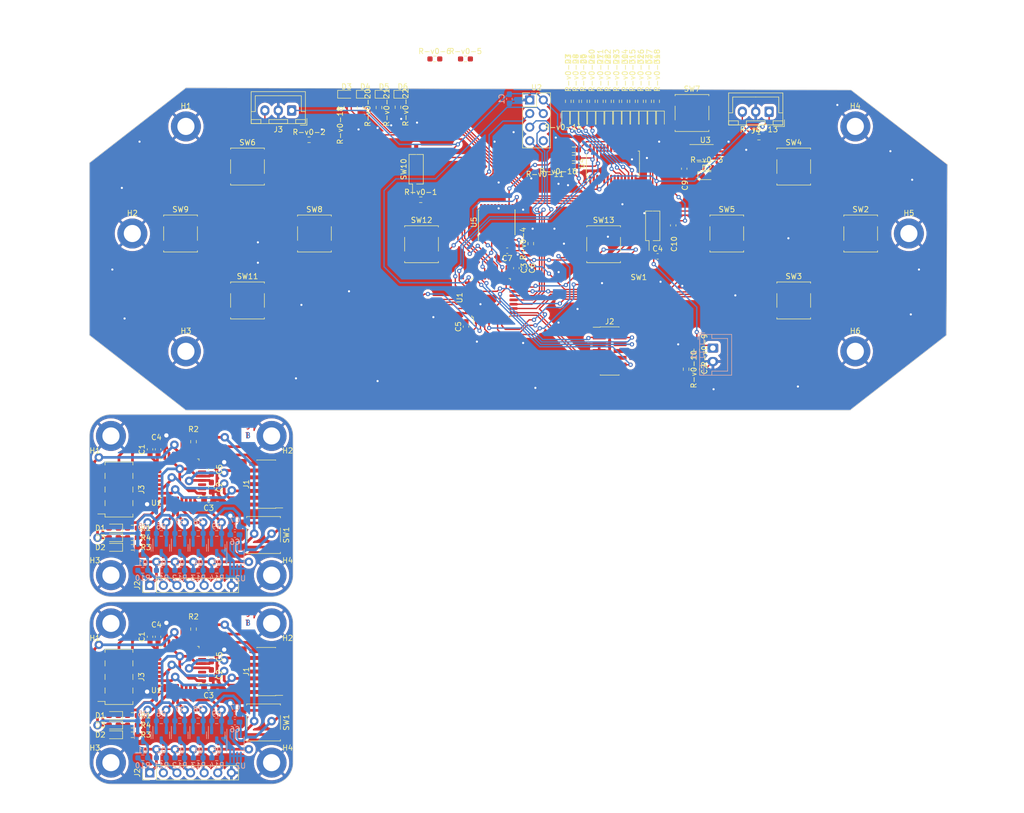
<source format=kicad_pcb>
(kicad_pcb (version 20221018) (generator pcbnew)
  (layers (0 "F.Cu" signal) (31 "B.Cu" signal) (34 "B.Paste" user) (35 "F.Paste" user) (36 "B.SilkS" user "B.Silkscreen") (37 "F.SilkS" user "F.Silkscreen") (38 "B.Mask" user) (39 "F.Mask" user) (44 "Edge.Cuts" user))
  (net 0 "")
  (net 1 "+5V-v1-")
  (net 2 "GND-v1-")
  (net 3 "+3.3V-v1-")
  (net 4 "Net-(D1-K)-v1-")
  (net 6 "Net-(D3-K)-v1-")
  (net 7 "Status_LED-v1-")
  (net 8 "Data_Clock_SNES-v1-")
  (net 9 "Data_Latch_SNES-v1-")
  (net 10 "Net-(D2-K)-v1-")
  (net 11 "Serial_Data1_SNES-v1-")
  (net 12 "Serial_Data2_SNES-v1-")
  (net 13 "SPI_Chip_Select-v1-")
  (net 14 "Chip_Enable-v1-")
  (net 15 "SPI_Digital_Input-v1-")
  (net 16 "SPI_Clock-v1-")
  (net 17 "SPI_Digital_Output-v1-")
  (net 18 "IOBit_SNES-v1-")
  (net 19 "Data_Clock_STM32-v1-")
  (net 20 "Data_Latch_STM32-v1-")
  (net 21 "Appairing_Btn-v1-")
  (net 22 "Net-(U2-BP)-v1-")
  (net 23 "SWDIO-v1-")
  (net 24 "SWDCK-v1-")
  (net 27 "NRST-v1-")
  (net 28 "USART2_RX-v1-")
  (net 29 "USART2_TX-v1-")
  (net 30 "Serial_Data1_STM32-v1-")
  (net 31 "IOBit_STM32-v1-")
  (net 32 "Serial_Data2_STM32-v1-")
  (net 46 "+5V-v2-")
  (net 47 "GND-v2-")
  (net 48 "+3.3V-v2-")
  (net 49 "Net-(D1-K)-v2-")
  (net 51 "Net-(D3-K)-v2-")
  (net 52 "Status_LED-v2-")
  (net 53 "Data_Clock_SNES-v2-")
  (net 54 "Data_Latch_SNES-v2-")
  (net 55 "Net-(D2-K)-v2-")
  (net 56 "Serial_Data1_SNES-v2-")
  (net 57 "Serial_Data2_SNES-v2-")
  (net 58 "SPI_Chip_Select-v2-")
  (net 59 "Chip_Enable-v2-")
  (net 60 "SPI_Digital_Input-v2-")
  (net 61 "SPI_Clock-v2-")
  (net 62 "SPI_Digital_Output-v2-")
  (net 63 "IOBit_SNES-v2-")
  (net 64 "Data_Clock_STM32-v2-")
  (net 65 "Data_Latch_STM32-v2-")
  (net 66 "Appairing_Btn-v2-")
  (net 67 "Net-(U2-BP)-v2-")
  (net 68 "SWDIO-v2-")
  (net 69 "SWDCK-v2-")
  (net 72 "NRST-v2-")
  (net 73 "USART2_RX-v2-")
  (net 74 "USART2_TX-v2-")
  (net 75 "Serial_Data1_STM32-v2-")
  (net 76 "IOBit_STM32-v2-")
  (net 77 "Serial_Data2_STM32-v2-")
  (net 91 "POWER-v0-_CHECK-v0-")
  (net 92 "GND-v0-")
  (net 93 "L-v0-i-ion-v0-")
  (net 94 "Net-(U3-BP)-v0-")
  (net 95 "Glob_Alim-v0-")
  (net 96 "Net-(D2-A)-v0-")
  (net 97 "Net-(D3-K)-v0-")
  (net 98 "Net-(D3-A)-v0-")
  (net 99 "Net-(D4-K)-v0-")
  (net 100 "Net-(D4-A)-v0-")
  (net 101 "Net-(D5-K)-v0-")
  (net 102 "Net-(D5-A)-v0-")
  (net 103 "Net-(D6-K)-v0-")
  (net 104 "Net-(D6-A)-v0-")
  (net 105 "Net-(D7-K)-v0-")
  (net 106 "Net-(D7-A)-v0-")
  (net 107 "Net-(D8-K)-v0-")
  (net 108 "Net-(D8-A)-v0-")
  (net 109 "Net-(D9-K)-v0-")
  (net 110 "Net-(D9-A)-v0-")
  (net 111 "Net-(D10-K)-v0-")
  (net 112 "Net-(D10-A)-v0-")
  (net 113 "Net-(D11-K)-v0-")
  (net 114 "Net-(D11-A)-v0-")
  (net 115 "Net-(D12-K)-v0-")
  (net 116 "Net-(D12-A)-v0-")
  (net 117 "Net-(D13-K)-v0-")
  (net 118 "Net-(D13-A)-v0-")
  (net 119 "Net-(D14-K)-v0-")
  (net 120 "Net-(D14-A)-v0-")
  (net 121 "Net-(D15-K)-v0-")
  (net 122 "Net-(D15-A)-v0-")
  (net 123 "Net-(D16-K)-v0-")
  (net 124 "Net-(D16-A)-v0-")
  (net 125 "Net-(D17-K)-v0-")
  (net 126 "Net-(D17-A)-v0-")
  (net 127 "Net-(D18-K)-v0-")
  (net 128 "Net-(D18-A)-v0-")
  (net 131 "SWDIO-v0-")
  (net 132 "SWDCK-v0-")
  (net 136 "R-v0-eset_Buton -v0-")
  (net 137 "USAR-v0-T2_R-v0-X-v0-")
  (net 138 "USAR-v0-T2_TX-v0-")
  (net 139 "NES{slash}SNES_switcher-v0-")
  (net 140 "R-v0-")
  (net 141 "A_Button-v0-")
  (net 142 "B_Button-v0-")
  (net 143 "X_Button-v0-")
  (net 144 "Y_Button-v0-")
  (net 145 "UC_Button-v0-")
  (net 146 "L-v0-C_Button-v0-")
  (net 147 "DIODE_SDA-v0-")
  (net 148 "R-v0-C_Button")
  (net 149 "L-v0-")
  (net 150 "DIODE_CL-v0-K")
  (net 151 "DC_Button-v0-")
  (net 152 "DIODE_OE-v0-")
  (net 153 "ST_Button-v0-")
  (net 154 "SE_Button-v0-")
  (net 155 "Order_Search-v0-")
  (net 156 "R-v0-X{slash}TX")
  (net 157 "Net-(C7-Pad1)-v0-")
  (net 158 "Pin_Clock-v0-")
  (net 159 "Digital_Out_Put-v0-")
  (net 160 "MOSI-v0-")
  (net 161 "GPIO_EX_CL-v0-K")
  (net 164 "GPIO_EX_SER-v0-IAL-v0-_DATA")
  (net 165 "Net-(U3-IN)-v0-")
  (net 166 "CSN_nR-v0-F24")
  (footprint "Connector_JST:JST_XH_B3B-XH-A_1x03_P2.50mm_Vertical" (layer "F.Cu") (at 126.954 4.512 180)
    (fp_text reference "J4")
    (fp_text value "Conn_01x03")
  )
  (footprint "L-v0-ED_SMD:L-v0-ED_0603_1608Metric_Pad1.05x0.95mm_HandSolder" (layer "F.Cu") (at 95.375 6.075 -90)
    (fp_text reference "D11")
    (fp_text value "O1")
  )
  (footprint "L-v0-ED_SMD:L-v0-ED_0603_1608Metric_Pad1.05x0.95mm_HandSolder" (layer "F.Cu") (at 101.825 6.05 -90)
    (fp_text reference "D15")
    (fp_text value "R-v0-1")
  )
  (footprint "MountingHole:MountingHole_3.2mm_M3_DIN965_Pad" (layer "F.Cu") (at 34.05 91.05)
    (fp_text reference "H4")
    (fp_text value "MountingHole_Pad")
  )
  (footprint "Capacitor_SMD:C_0603_1608Metric_Pad1.08x0.95mm_HandSolder" (layer "F.Cu") (at 70.352 44.644 90)
    (fp_text reference "C5")
    (fp_text value "100n")
  )
  (footprint "Button_Switch_SMD:SW_SPST_B3S-1000" (layer "F.Cu") (at 131.55 39.75)
    (fp_text reference "SW3")
    (fp_text value "SW_Push")
  )
  (footprint "MountingHole:MountingHole_3.2mm_M3_DIN965_Pad" (layer "F.Cu") (at 34.05 100.049999)
    (fp_text reference "H2")
    (fp_text value "MountingHole_Pad")
  )
  (footprint "Button_Switch_SMD:SW_SPST_B3S-1000" (layer "F.Cu") (at 96.05 29.25)
    (fp_text reference "SW13")
    (fp_text value "SW_Push")
  )
  (footprint "MountingHole:MountingHole_3.2mm_M3_DIN965_Pad" (layer "F.Cu") (at 143.05 49.25)
    (fp_text reference "H6")
    (fp_text value "MountingHole_Pad")
  )
  (footprint "Button_Switch_SMD:SW_SPST_B3S-1000" (layer "F.Cu") (at 131.55 14.75)
    (fp_text reference "SW4")
    (fp_text value "SW_Push")
  )
  (footprint "Connector_PinSocket_2.54mm:PinSocket_2x04_P2.54mm_Vertical_SMD" (layer "F.Cu") (at 5.55 75.05 180)
    (fp_text reference "J3")
    (fp_text value "Conn_01x08_Socket")
  )
  (footprint "R-v0-esistor_SMD:R-v0-_0603_1608Metric_Pad0.98x0.95mm_HandSolder" (layer "F.Cu") (at 70.25 -5.35)
    (fp_text reference "R-v0-5")
    (fp_text value "1K")
  )
  (footprint "MountingHole:MountingHole_3.2mm_M3_DIN965_Pad" (layer "F.Cu") (at 143.05 7.25)
    (fp_text reference "H4")
    (fp_text value "MountingHole_Pad")
  )
  (footprint "Button_Switch_SMD:SW_DIP_SPSTx01_Slide_Copal_CHS-01B_W7.62mm_P1.27mm" (layer "F.Cu") (at 61.05 15.25 90)
    (fp_text reference "SW10")
    (fp_text value "SW_DIP_x01")
  )
  (footprint "Capacitor_SMD:C_0603_1608Metric_Pad1.08x0.95mm_HandSolder" (layer "F.Cu") (at 22.81 71.3 90)
    (fp_text reference "C5")
    (fp_text value "100n")
  )
  (footprint "Capacitor_SMD:C_0603_1608Metric_Pad1.08x0.95mm_HandSolder" (layer "F.Cu") (at 109.045 25.7325 -90)
    (fp_text reference "C10")
    (fp_text value "100nF")
  )
  (footprint "R-v0-esistor_SMD:R-v0-_0603_1608Metric_Pad0.98x0.95mm_HandSolder" (layer "F.Cu") (at 105.95 2.5625 90)
    (fp_text reference "R-v0-34")
    (fp_text value "1K")
  )
  (footprint "MountingHole:MountingHole_3.2mm_M3_DIN965_Pad" (layer "F.Cu") (at 8.05 27.25)
    (fp_text reference "H2")
    (fp_text value "MountingHole_Pad")
  )
  (footprint "Connector_PinSocket_2.54mm:PinSocket_2x04_P2.54mm_Vertical_SMD" (layer "F.Cu") (at 5.55 110.049999 180)
    (fp_text reference "J3")
    (fp_text value "Conn_01x08_Socket")
  )
  (footprint "Connector_PinHeader_1.27mm:PinHeader_2x07_P1.27mm_Vertical_SMD" (layer "F.Cu") (at 33.05 109.049999 180)
    (fp_text reference "J1")
    (fp_text value "Conn_02x07_Odd_Even")
  )
  (footprint "MountingHole:MountingHole_3.2mm_M3_DIN965_Pad" (layer "F.Cu") (at 34.05 126.049999)
    (fp_text reference "H4")
    (fp_text value "MountingHole_Pad")
  )
  (footprint "L-v0-ED_SMD:L-v0-ED_0603_1608Metric_Pad1.05x0.95mm_HandSolder" (layer "F.Cu") (at 103.425 6.05 -90)
    (fp_text reference "D16")
    (fp_text value "R-v0-2")
  )
  (footprint "Connector_PinHeader_2.54mm:PinHeader_2x04_P2.54mm_Vertical" (layer "F.Cu") (at 82.25 2.31)
    (fp_text reference "U2")
    (fp_text value "nR-v0-F24_Full")
  )
  (footprint "Button_Switch_SMD:SW_SPST_B3S-1000" (layer "F.Cu") (at 144.05 27.25)
    (fp_text reference "SW2")
    (fp_text value "SW_Push")
  )
  (footprint "R-v0-esistor_SMD:R-v0-_0603_1608Metric_Pad0.98x0.95mm_HandSolder" (layer "F.Cu") (at 50.575 3.75 -90)
    (fp_text reference "R-v0-20")
    (fp_text value "1K")
  )
  (footprint "Package_SO:SSOP-20_4.4x6.5mm_P0.65mm" (layer "F.Cu") (at 76.125 25.15 90)
    (fp_text reference "U5")
    (fp_text value "PCF8574TS")
  )
  (footprint "L-v0-ED_SMD:L-v0-ED_0603_1608Metric_Pad1.05x0.95mm_HandSolder" (layer "F.Cu") (at 115.31 16.45)
    (fp_text reference "D2")
    (fp_text value "L-v0-ED_Small")
  )
  (footprint "R-v0-esistor_SMD:R-v0-_0603_1608Metric_Pad0.98x0.95mm_HandSolder" (layer "F.Cu") (at 61.9 20.95)
    (fp_text reference "R-v0-1")
    (fp_text value "1K")
  )
  (footprint "MountingHole:MountingHole_3.2mm_M3_DIN965_Pad" (layer "F.Cu") (at 153.05 27.25)
    (fp_text reference "H5")
    (fp_text value "MountingHole_Pad")
  )
  (footprint "R-v0-esistor_SMD:R-v0-_0603_1608Metric_Pad0.98x0.95mm_HandSolder" (layer "F.Cu") (at 90.95 2.5625 90)
    (fp_text reference "R-v0-24")
    (fp_text value "1K")
  )
  (footprint "Capacitor_SMD:C_0603_1608Metric_Pad1.08x0.95mm_HandSolder" (layer "F.Cu") (at 11.35 102.549999 90)
    (fp_text reference "C1")
    (fp_text value "10u")
  )
  (footprint "Capacitor_SMD:C_0603_1608Metric_Pad1.08x0.95mm_HandSolder" (layer "F.Cu") (at 111.1 15.15 -90)
    (fp_text reference "C9")
    (fp_text value "470p")
  )
  (footprint "R-v0-esistor_SMD:R-v0-_0603_1608Metric_Pad0.98x0.95mm_HandSolder" (layer "F.Cu") (at 57.65 3.675 -90)
    (fp_text reference "R-v0-22")
    (fp_text value "1K")
  )
  (footprint "Capacitor_SMD:C_0603_1608Metric_Pad1.08x0.95mm_HandSolder" (layer "F.Cu") (at 12.85 67.55 90)
    (fp_text reference "C4")
    (fp_text value "100n")
  )
  (footprint "R-v0-esistor_SMD:R-v0-_0603_1608Metric_Pad0.98x0.95mm_HandSolder" (layer "F.Cu") (at 96.95 2.5625 90)
    (fp_text reference "R-v0-28")
    (fp_text value "1K")
  )
  (footprint "Capacitor_SMD:C_0603_1608Metric_Pad1.08x0.95mm_HandSolder" (layer "F.Cu") (at 22.81 74.6025 90)
    (fp_text reference "C2")
    (fp_text value "100n")
  )
  (footprint "Capacitor_SMD:C_0603_1608Metric_Pad1.08x0.95mm_HandSolder" (layer "F.Cu") (at 79.75 33.722 -90)
    (fp_text reference "C3")
    (fp_text value "100n")
  )
  (footprint "MountingHole:MountingHole_3.2mm_M3_DIN965_Pad" (layer "F.Cu") (at 18.05 7.25)
    (fp_text reference "H1")
    (fp_text value "MountingHole_Pad")
  )
  (footprint "MountingHole:MountingHole_3.2mm_M3_DIN965_Pad" (layer "F.Cu") (at 34.05 65.05)
    (fp_text reference "H2")
    (fp_text value "MountingHole_Pad")
  )
  (footprint "Button_Switch_SMD:SW_SPST_B3S-1000" (layer "F.Cu") (at 17.05 27.25)
    (fp_text reference "SW9")
    (fp_text value "SW_Push")
  )
  (footprint "R-v0-esistor_SMD:R-v0-_0603_1608Metric_Pad0.98x0.95mm_HandSolder" (layer "F.Cu") (at 92.45 2.5625 90)
    (fp_text reference "R-v0-25")
    (fp_text value "1K")
  )
  (footprint "R-v0-esistor_SMD:R-v0-_0603_1608Metric_Pad0.98x0.95mm_HandSolder" (layer "F.Cu") (at 82.45 29.1375 90)
    (fp_text reference "R-v0-4")
    (fp_text value "10k")
  )
  (footprint "Capacitor_SMD:C_0603_1608Metric_Pad1.08x0.95mm_HandSolder" (layer "F.Cu") (at 22.3025 76.99)
    (fp_text reference "C3")
    (fp_text value "100n")
  )
  (footprint "Connector_JST:JST_XH_B3B-XH-A_1x03_P2.50mm_Vertical" (layer "F.Cu") (at 37.8 4.275 180)
    (fp_text reference "J3")
    (fp_text value "Conn_01x03")
  )
  (footprint "Capacitor_SMD:C_0603_1608Metric_Pad1.08x0.95mm_HandSolder" (layer "F.Cu") (at 81.274 33.722 -90)
    (fp_text reference "C6")
    (fp_text value "10u")
  )
  (footprint "Resistor_SMD:R_0603_1608Metric_Pad0.98x0.95mm_HandSolder" (layer "F.Cu") (at 19.47 66.12 90)
    (fp_text reference "R2")
    (fp_text value "10k")
  )
  (footprint "R-v0-esistor_SMD:R-v0-_0603_1608Metric_Pad0.98x0.95mm_HandSolder" (layer "F.Cu") (at 113.45 49.05 -90)
    (fp_text reference "R-v0-9")
    (fp_text value "1M")
  )
  (footprint "Connector_PinHeader_1.27mm:PinHeader_2x07_P1.27mm_Vertical_SMD" (layer "F.Cu") (at 97.175 49.19)
    (fp_text reference "J2")
    (fp_text value "Conn_02x07_Odd_Even")
  )
  (footprint "Diode_SMD:D_0603_1608Metric_Pad1.05x0.95mm_HandSolder" (layer "F.Cu") (at 4.56875 85.85 180)
    (fp_text reference "D2")
    (fp_text value "LED_Small")
  )
  (footprint "Capacitor_SMD:C_0603_1608Metric_Pad1.08x0.95mm_HandSolder" (layer "F.Cu") (at 22.81 109.602499 90)
    (fp_text reference "C2")
    (fp_text value "100n")
  )
  (footprint "L-v0-ED_SMD:L-v0-ED_0603_1608Metric_Pad1.05x0.95mm_HandSolder" (layer "F.Cu") (at 92.175 6.075 -90)
    (fp_text reference "D9")
    (fp_text value "G7")
  )
  (footprint "Package_QFP:LQFP-32_7x7mm_P0.8mm" (layer "F.Cu") (at 16.9 107.949999 180)
    (fp_text reference "U1")
    (fp_text value "STM32L412KBTx")
  )
  (footprint "R-v0-esistor_SMD:R-v0-_0603_1608Metric_Pad0.98x0.95mm_HandSolder" (layer "F.Cu") (at 47.075 3.725 -90)
    (fp_text reference "R-v0-18")
    (fp_text value "1K")
  )
  (footprint "L-v0-ED_SMD:L-v0-ED_0603_1608Metric_Pad1.05x0.95mm_HandSolder" (layer "F.Cu") (at 98.625 6.05 -90)
    (fp_text reference "D13")
    (fp_text value "O3")
  )
  (footprint "Diode_SMD:D_0603_1608Metric_Pad1.05x0.95mm_HandSolder" (layer "F.Cu") (at 4.56875 117.249999 180)
    (fp_text reference "D1")
    (fp_text value "LED_Small")
  )
  (footprint "MountingHole:MountingHole_3.2mm_M3_DIN965_Pad" (layer "F.Cu") (at 4.05 65.05)
    (fp_text reference "H1")
    (fp_text value "MountingHole_Pad")
  )
  (footprint "R-v0-esistor_SMD:R-v0-_0603_1608Metric_Pad0.98x0.95mm_HandSolder" (layer "F.Cu") (at 90.418 13.148 180)
    (fp_text reference "R-v0-11")
    (fp_text value "10K")
  )
  (footprint "L-v0-ED_SMD:L-v0-ED_0603_1608Metric_Pad1.05x0.95mm_HandSolder" (layer "F.Cu") (at 51.55 1.25)
    (fp_text reference "D4")
    (fp_text value "G2")
  )
  (footprint "MountingHole:MountingHole_3.2mm_M3_DIN965_Pad" (layer "F.Cu") (at 18.05 49.25)
    (fp_text reference "H3")
    (fp_text value "MountingHole_Pad")
  )
  (footprint "Resistor_SMD:R_0603_1608Metric_Pad0.98x0.95mm_HandSolder" (layer "F.Cu") (at 8.06875 117.249999)
    (fp_text reference "R1")
    (fp_text value "1k")
  )
  (footprint "Resistor_SMD:R_0603_1608Metric_Pad0.98x0.95mm_HandSolder" (layer "F.Cu") (at 8.06875 120.849999)
    (fp_text reference "R3")
    (fp_text value "1k")
  )
  (footprint "Capacitor_SMD:C_0603_1608Metric_Pad1.08x0.95mm_HandSolder" (layer "F.Cu") (at 11.35 67.55 90)
    (fp_text reference "C1")
    (fp_text value "10u")
  )
  (footprint "L-v0-ED_SMD:L-v0-ED_0603_1608Metric_Pad1.05x0.95mm_HandSolder" (layer "F.Cu") (at 48.05 1.25)
    (fp_text reference "D3")
    (fp_text value "G1")
  )
  (footprint "R-v0-esistor_SMD:R-v0-_0603_1608Metric_Pad0.98x0.95mm_HandSolder" (layer "F.Cu") (at 95.45 2.5625 90)
    (fp_text reference "R-v0-27")
    (fp_text value "1K")
  )
  (footprint "Capacitor_SMD:C_0603_1608Metric_Pad1.08x0.95mm_HandSolder" (layer "F.Cu") (at 113.45 52.5875 -90)
    (fp_text reference "C2")
    (fp_text value "1nF")
  )
  (footprint "R-v0-esistor_SMD:R-v0-_0603_1608Metric_Pad0.98x0.95mm_HandSolder" (layer "F.Cu") (at 115.31 14.926)
    (fp_text reference "R-v0-3")
    (fp_text value "1K")
  )
  (footprint "Diode_SMD:D_0603_1608Metric_Pad1.05x0.95mm_HandSolder" (layer "F.Cu") (at 4.56875 84.05 180)
    (fp_text reference "D3")
    (fp_text value "LED")
  )
  (footprint "L-v0-ED_SMD:L-v0-ED_0603_1608Metric_Pad1.05x0.95mm_HandSolder" (layer "F.Cu") (at 93.775 6.075 -90)
    (fp_text reference "D10")
    (fp_text value "G8")
  )
  (footprint "R-v0-esistor_SMD:R-v0-_0603_1608Metric_Pad0.98x0.95mm_HandSolder" (layer "F.Cu") (at 90.418 11.624 180)
    (fp_text reference "R-v0-16")
    (fp_text value "10K")
  )
  (footprint "Resistor_SMD:R_0603_1608Metric_Pad0.98x0.95mm_HandSolder" (layer "F.Cu") (at 8.06875 84.05)
    (fp_text reference "R4")
    (fp_text value "1k")
  )
  (footprint "Button_Switch_SMD:SW_SPST_B3S-1000" (layer "F.Cu") (at 112.55 4.75)
    (fp_text reference "SW7")
    (fp_text value "SW_SPST")
  )
  (footprint "R-v0-esistor_SMD:R-v0-_0603_1608Metric_Pad0.98x0.95mm_HandSolder" (layer "F.Cu") (at 93.95 2.5625 90)
    (fp_text reference "R-v0-26")
    (fp_text value "1K")
  )
  (footprint "Capacitor_SMD:C_0603_1608Metric_Pad1.08x0.95mm_HandSolder" (layer "F.Cu") (at 78.05 30.45 180)
    (fp_text reference "C7")
    (fp_text value "100µF")
  )
  (footprint "Diode_SMD:D_0603_1608Metric_Pad1.05x0.95mm_HandSolder" (layer "F.Cu") (at 4.56875 120.849999 180)
    (fp_text reference "D2")
    (fp_text value "LED_Small")
  )
  (footprint "R-v0-esistor_SMD:R-v0-_0603_1608Metric_Pad0.98x0.95mm_HandSolder" (layer "F.Cu") (at 104.45 2.5625 90)
    (fp_text reference "R-v0-33")
    (fp_text value "1K")
  )
  (footprint "L-v0-ED_SMD:L-v0-ED_0603_1608Metric_Pad1.05x0.95mm_HandSolder" (layer "F.Cu") (at 100.225 6.05 -90)
    (fp_text reference "D14")
    (fp_text value "O4")
  )
  (footprint "R-v0-esistor_SMD:R-v0-_0603_1608Metric_Pad0.98x0.95mm_HandSolder" (layer "F.Cu") (at 125.05 9.25)
    (fp_text reference "R-v0-13")
    (fp_text value "1K")
  )
  (footprint "MountingHole:MountingHole_3.2mm_M3_DIN965_Pad" (layer "F.Cu") (at 4.05 126.049999)
    (fp_text reference "H3")
    (fp_text value "MountingHole_Pad")
  )
  (footprint "Connector_PinHeader_2.54mm:PinHeader_1x07_P2.54mm_Vertical" (layer "F.Cu") (at 11.3 127.949999 90)
    (fp_text reference "J2")
    (fp_text value "Conn_01x07_Socket")
  )
  (footprint "Package_SO:MSOP-8_3x3mm_P0.65mm" (layer "F.Cu") (at 115.05 12.25)
    (fp_text reference "U3")
    (fp_text value "MIC5219-3.3YMM")
  )
  (footprint "Capacitor_SMD:C_0603_1608Metric_Pad1.08x0.95mm_HandSolder" (layer "F.Cu") (at 22.3025 111.989999)
    (fp_text reference "C3")
    (fp_text value "100n")
  )
  (footprint "Button_Switch_SMD:SW_SPST_B3S-1000" (layer "F.Cu") (at 32.55 118.549999 180)
    (fp_text reference "SW1")
    (fp_text value "SW_SPST")
  )
  (footprint "Resistor_SMD:R_0603_1608Metric_Pad0.98x0.95mm_HandSolder" (layer "F.Cu") (at 8.06875 85.85)
    (fp_text reference "R3")
    (fp_text value "1k")
  )
  (footprint "Resistor_SMD:R_0603_1608Metric_Pad0.98x0.95mm_HandSolder" (layer "F.Cu") (at 8.06875 119.049999)
    (fp_text reference "R4")
    (fp_text value "1k")
  )
  (footprint "Connector_PinHeader_1.27mm:PinHeader_2x07_P1.27mm_Vertical_SMD" (layer "F.Cu") (at 33.05 74.05 180)
    (fp_text reference "J1")
    (fp_text value "Conn_02x07_Odd_Even")
  )
  (footprint "Button_Switch_SMD:SW_SPST_B3S-1000" (layer "F.Cu") (at 42.05 27.25)
    (fp_text reference "SW8")
    (fp_text value "SW_Push")
  )
  (footprint "MountingHole:MountingHole_3.2mm_M3_DIN965_Pad" (layer "F.Cu") (at 4.05 100.049999)
    (fp_text reference "H1")
    (fp_text value "MountingHole_Pad")
  )
  (footprint "R-v0-esistor_SMD:R-v0-_0603_1608Metric_Pad0.98x0.95mm_HandSolder" (layer "F.Cu") (at 64.5375 -5.35)
    (fp_text reference "R-v0-6")
    (fp_text value "1K")
  )
  (footprint "Capacitor_SMD:C_0603_1608Metric_Pad1.08x0.95mm_HandSolder" (layer "F.Cu") (at 106.145 31.52)
    (fp_text reference "C4")
    (fp_text value "1u")
  )
  (footprint "MountingHole:MountingHole_3.2mm_M3_DIN965_Pad" (layer "F.Cu") (at 4.05 91.05)
    (fp_text reference "H3")
    (fp_text value "MountingHole_Pad")
  )
  (footprint "L-v0-ED_SMD:L-v0-ED_0603_1608Metric_Pad1.05x0.95mm_HandSolder" (layer "F.Cu") (at 55.05 1.25)
    (fp_text reference "D5")
    (fp_text value "G3")
  )
  (footprint "Resistor_SMD:R_0603_1608Metric_Pad0.98x0.95mm_HandSolder" (layer "F.Cu") (at 8.06875 82.25)
    (fp_text reference "R1")
    (fp_text value "1k")
  )
  (footprint "R-v0-esistor_SMD:R-v0-_0603_1608Metric_Pad0.98x0.95mm_HandSolder" (layer "F.Cu") (at 101.45 2.5625 90)
    (fp_text reference "R-v0-31")
    (fp_text value "1K")
  )
  (footprint "Capacitor_SMD:C_0603_1608Metric_Pad1.08x0.95mm_HandSolder" (layer "F.Cu") (at 12.85 102.549999 90)
    (fp_text reference "C4")
    (fp_text value "100n")
  )
  (footprint "L-v0-ED_SMD:L-v0-ED_0603_1608Metric_Pad1.05x0.95mm_HandSolder" (layer "F.Cu") (at 106.65 6.05 -90)
    (fp_text reference "D18")
    (fp_text value "R-v0-4")
  )
  (footprint "R-v0-esistor_SMD:R-v0-_0603_1608Metric_Pad0.98x0.95mm_HandSolder" (layer "F.Cu") (at 54.1 3.725 -90)
    (fp_text reference "R-v0-21")
    (fp_text value "1K")
  )
  (footprint "Capacitor_SMD:C_0603_1608Metric_Pad1.08x0.95mm_HandSolder" (layer "F.Cu") (at 22.81 106.299999 90)
    (fp_text reference "C5")
    (fp_text value "100n")
  )
  (footprint "Package_SO:TSSOP-28_4.4x9.7mm_P0.65mm" (layer "F.Cu") (at 97.784 14.164 90)
    (fp_text reference "U4")
    (fp_text value "PCA9685PW")
  )
  (footprint "Resistor_SMD:R_0603_1608Metric_Pad0.98x0.95mm_HandSolder" (layer "F.Cu") (at 19.47 101.119999 90)
    (fp_text reference "R2")
    (fp_text value "10k")
  )
  (footprint "R-v0-esistor_SMD:R-v0-_0603_1608Metric_Pad0.98x0.95mm_HandSolder" (layer "F.Cu") (at 102.95 2.5625 90)
    (fp_text reference "R-v0-32")
    (fp_text value "1K")
  )
  (footprint "R-v0-esistor_SMD:R-v0-_0603_1608Metric_Pad0.98x0.95mm_HandSolder" (layer "F.Cu") (at 98.45 2.5625 90)
    (fp_text reference "R-v0-29")
    (fp_text value "1K")
  )
  (footprint "R-v0-esistor_SMD:R-v0-_0603_1608Metric_Pad0.98x0.95mm_HandSolder" (layer "F.Cu") (at 90.418 14.672)
    (fp_text reference "R-v0-14")
    (fp_text value "10K")
  )
  (footprint "L-v0-ED_SMD:L-v0-ED_0603_1608Metric_Pad1.05x0.95mm_HandSolder" (layer "F.Cu") (at 97 6.0625 -90)
    (fp_text reference "D12")
    (fp_text value "O2")
  )
  (footprint "L-v0-ED_SMD:L-v0-ED_0603_1608Metric_Pad1.05x0.95mm_HandSolder" (layer "F.Cu") (at 105.025 6.05 -90)
    (fp_text reference "D17")
    (fp_text value "R-v0-3")
  )
  (footprint "Button_Switch_SMD:SW_SPST_B3S-1000" (layer "F.Cu") (at 29.55 14.75)
    (fp_text reference "SW6")
    (fp_text value "SW_Push")
  )
  (footprint "R-v0-esistor_SMD:R-v0-_0603_1608Metric_Pad0.98x0.95mm_HandSolder" (layer "F.Cu") (at 41.05 9.75)
    (fp_text reference "R-v0-2")
    (fp_text value "1K")
  )
  (footprint "L-v0-ED_SMD:L-v0-ED_0603_1608Metric_Pad1.05x0.95mm_HandSolder" (layer "F.Cu") (at 88.975 6.075 -90)
    (fp_text reference "D7")
    (fp_text value "G5")
  )
  (footprint "Connector_PinHeader_2.54mm:PinHeader_1x07_P2.54mm_Vertical" (layer "F.Cu") (at 11.3 92.95 90)
    (fp_text reference "J2")
    (fp_text value "Conn_01x07_Socket")
  )
  (footprint "L-v0-ED_SMD:L-v0-ED_0603_1608Metric_Pad1.05x0.95mm_HandSolder" (layer "F.Cu") (at 58.55 1.25)
    (fp_text reference "D6")
    (fp_text value "G4")
  )
  (footprint "Diode_SMD:D_0603_1608Metric_Pad1.05x0.95mm_HandSolder" (layer "F.Cu") (at 4.56875 119.049999 180)
    (fp_text reference "D3")
    (fp_text value "LED")
  )
  (footprint "Button_Switch_SMD:SW_DIP_SPSTx01_Slide_Copal_CHS-01B_W7.62mm_P1.27mm" (layer "F.Cu") (at 105.22 25.82 90)
    (fp_text reference "SW1")
    (fp_text value "SW_DIP_x01")
  )
  (footprint "Package_QFP:LQFP-32_7x7mm_P0.8mm" (layer "F.Cu") (at 16.9 72.95 180)
    (fp_text reference "U1")
    (fp_text value "STM32L412KBTx")
  )
  (footprint "L-v0-ED_SMD:L-v0-ED_0603_1608Metric_Pad1.05x0.95mm_HandSolder" (layer "F.Cu") (at 90.575 6.075 -90)
    (fp_text reference "D8")
    (fp_text value "G6")
  )
  (footprint "Button_Switch_SMD:SW_SPST_B3S-1000" (layer "F.Cu") (at 32.55 83.55 180)
    (fp_text reference "SW1")
    (fp_text value "SW_SPST")
  )
  (footprint "Button_Switch_SMD:SW_SPST_B3S-1000" (layer "F.Cu") (at 119.05 27.25)
    (fp_text reference "SW5")
    (fp_text value "SW_Push")
  )
  (footprint "R-v0-esistor_SMD:R-v0-_0603_1608Metric_Pad0.98x0.95mm_HandSolder" (layer "F.Cu") (at 89.45 2.5625 90)
    (fp_text reference "R-v0-23")
    (fp_text value "1K")
  )
  (footprint "R-v0-esistor_SMD:R-v0-_0603_1608Metric_Pad0.98x0.95mm_HandSolder" (layer "F.Cu") (at 111.45 52.5875 -90)
    (fp_text reference "R-v0-10")
    (fp_text value "1M")
  )
  (footprint "R-v0-esistor_SMD:R-v0-_0603_1608Metric_Pad0.98x0.95mm_HandSolder" (layer "F.Cu") (at 99.95 2.5625 90)
    (fp_text reference "R-v0-30")
    (fp_text value "1K")
  )
  (footprint "Package_QFP:L-v0-QFP-32_7x7mm_P0.8mm" (layer "F.Cu") (at 75.05 39.25 90)
    (fp_text reference "U1")
    (fp_text value "STM32L-v0-412KBTx")
  )
  (footprint "Button_Switch_SMD:SW_SPST_B3S-1000" (layer "F.Cu") (at 29.55 39.75)
    (fp_text reference "SW11")
    (fp_text value "SW_Push")
  )
  (footprint "Diode_SMD:D_0603_1608Metric_Pad1.05x0.95mm_HandSolder" (layer "F.Cu") (at 4.56875 82.25 180)
    (fp_text reference "D1")
    (fp_text value "LED_Small")
  )
  (footprint "Button_Switch_SMD:SW_SPST_B3S-1000" (layer "F.Cu") (at 62.05 29.25)
    (fp_text reference "SW12")
    (fp_text value "SW_Push")
  )
  (footprint "Package_SO:MSOP-8_3x3mm_P0.65mm" (layer "B.Cu") (at 27.3125 87.7 -90)
    (fp_text reference "U2")
    (fp_text value "MIC5219-3.3YMM")
  )
  (footprint "Resistor_SMD:R_0603_1608Metric_Pad0.98x0.95mm_HandSolder" (layer "B.Cu") (at 23.8 83.25)
    (fp_text reference "R9")
    (fp_text value "10k")
  )
  (footprint "Package_TO_SOT_SMD:SOT-23" (layer "B.Cu") (at 13.45 85.95 -90)
    (fp_text reference "Q2")
    (fp_text value "2N7002")
  )
  (footprint "Resistor_SMD:R_0603_1608Metric_Pad0.98x0.95mm_HandSolder" (layer "B.Cu") (at 20.35 118.249999)
    (fp_text reference "R8")
    (fp_text value "10k")
  )
  (footprint "Resistor_SMD:R_0603_1608Metric_Pad0.98x0.95mm_HandSolder" (layer "B.Cu") (at 10 83.25)
    (fp_text reference "R5")
    (fp_text value "10k")
  )
  (footprint "Resistor_SMD:R_0603_1608Metric_Pad0.98x0.95mm_HandSolder" (layer "B.Cu") (at 16.9 125.149999)
    (fp_text reference "R12")
    (fp_text value "10k")
  )
  (footprint "Resistor_SMD:R_0603_1608Metric_Pad0.98x0.95mm_HandSolder" (layer "B.Cu") (at 13.45 90.15)
    (fp_text reference "R11")
    (fp_text value "10k")
  )
  (footprint "Resistor_SMD:R_0603_1608Metric_Pad0.98x0.95mm_HandSolder" (layer "B.Cu") (at 16.9 90.15)
    (fp_text reference "R12")
    (fp_text value "10k")
  )
  (footprint "Package_TO_SOT_SMD:SOT-23" (layer "B.Cu") (at 13.45 120.949999 -90)
    (fp_text reference "Q2")
    (fp_text value "2N7002")
  )
  (footprint "Package_TO_SOT_SMD:SOT-23" (layer "B.Cu") (at 23.8 85.95 -90)
    (fp_text reference "Q5")
    (fp_text value "2N7002")
  )
  (footprint "Package_SO:MSOP-8_3x3mm_P0.65mm" (layer "B.Cu") (at 27.3125 122.699999 -90)
    (fp_text reference "U2")
    (fp_text value "MIC5219-3.3YMM")
  )
  (footprint "Connector_JST:JST_XH_B2B-XH-A_1x02_P2.50mm_Vertical" (layer "B.Cu") (at 116.45 48.65 -90)
    (fp_text reference "J1")
    (fp_text value "Conn_01x02")
  )
  (footprint "Resistor_SMD:R_0603_1608Metric_Pad0.98x0.95mm_HandSolder" (layer "B.Cu") (at 20.35 90.15)
    (fp_text reference "R13")
    (fp_text value "10k")
  )
  (footprint "Resistor_SMD:R_0603_1608Metric_Pad0.98x0.95mm_HandSolder" (layer "B.Cu") (at 16.9 118.249999)
    (fp_text reference "R7")
    (fp_text value "10k")
  )
  (footprint "Resistor_SMD:R_0603_1608Metric_Pad0.98x0.95mm_HandSolder" (layer "B.Cu") (at 10 125.149999)
    (fp_text reference "R10")
    (fp_text value "10k")
  )
  (footprint "Resistor_SMD:R_0603_1608Metric_Pad0.98x0.95mm_HandSolder" (layer "B.Cu") (at 16.9 83.25)
    (fp_text reference "R7")
    (fp_text value "10k")
  )
  (footprint "Package_TO_SOT_SMD:SOT-23" (layer "B.Cu") (at 16.9 120.949999 -90)
    (fp_text reference "Q3")
    (fp_text value "2N7002")
  )
  (footprint "Resistor_SMD:R_0603_1608Metric_Pad0.98x0.95mm_HandSolder" (layer "B.Cu") (at 13.45 125.149999)
    (fp_text reference "R11")
    (fp_text value "10k")
  )
  (footprint "Resistor_SMD:R_0603_1608Metric_Pad0.98x0.95mm_HandSolder" (layer "B.Cu") (at 23.8 118.249999)
    (fp_text reference "R9")
    (fp_text value "10k")
  )
  (footprint "Package_TO_SOT_SMD:SOT-23" (layer "B.Cu") (at 10 85.95 -90)
    (fp_text reference "Q1")
    (fp_text value "2N7002")
  )
  (footprint "Capacitor_SMD:C_0603_1608Metric_Pad1.08x0.95mm_HandSolder" (layer "B.Cu") (at 27.2 82 180)
    (fp_text reference "C7")
    (fp_text value "2.2u")
  )
  (footprint "Resistor_SMD:R_0603_1608Metric_Pad0.98x0.95mm_HandSolder" (layer "B.Cu") (at 23.8 125.149999)
    (fp_text reference "R14")
    (fp_text value "10k")
  )
  (footprint "Package_TO_SOT_SMD:SOT-23" (layer "B.Cu") (at 16.9 85.95 -90)
    (fp_text reference "Q3")
    (fp_text value "2N7002")
  )
  (footprint "Resistor_SMD:R_0603_1608Metric_Pad0.98x0.95mm_HandSolder" (layer "B.Cu") (at 10 90.15)
    (fp_text reference "R10")
    (fp_text value "10k")
  )
  (footprint "Package_TO_SOT_SMD:SOT-23" (layer "B.Cu") (at 20.35 85.95 -90)
    (fp_text reference "Q4")
    (fp_text value "2N7002")
  )
  (footprint "Resistor_SMD:R_0603_1608Metric_Pad0.98x0.95mm_HandSolder" (layer "B.Cu") (at 13.45 83.25)
    (fp_text reference "R6")
    (fp_text value "10k")
  )
  (footprint "Capacitor_SMD:C_0603_1608Metric_Pad1.08x0.95mm_HandSolder" (layer "B.Cu") (at 27.2 116.999999 180)
    (fp_text reference "C7")
    (fp_text value "2.2u")
  )
  (footprint "Package_TO_SOT_SMD:SOT-23" (layer "B.Cu") (at 20.35 120.949999 -90)
    (fp_text reference "Q4")
    (fp_text value "2N7002")
  )
  (footprint "Resistor_SMD:R_0603_1608Metric_Pad0.98x0.95mm_HandSolder" (layer "B.Cu") (at 13.45 118.249999)
    (fp_text reference "R6")
    (fp_text value "10k")
  )
  (footprint "Capacitor_SMD:C_0603_1608Metric_Pad1.08x0.95mm_HandSolder" (layer "B.Cu") (at 27.2 118.499999 180)
    (fp_text reference "C6")
    (fp_text value "470p")
  )
  (footprint "Package_TO_SOT_SMD:SOT-23" (layer "B.Cu") (at 23.8 120.949999 -90)
    (fp_text reference "Q5")
    (fp_text value "2N7002")
  )
  (footprint "Resistor_SMD:R_0603_1608Metric_Pad0.98x0.95mm_HandSolder" (layer "B.Cu") (at 23.8 90.15)
    (fp_text reference "R14")
    (fp_text value "10k")
  )
  (footprint "Resistor_SMD:R_0603_1608Metric_Pad0.98x0.95mm_HandSolder" (layer "B.Cu") (at 20.35 125.149999)
    (fp_text reference "R13")
    (fp_text value "10k")
  )
  (footprint "Capacitor_SMD:C_0603_1608Metric_Pad1.08x0.95mm_HandSolder" (layer "B.Cu") (at 78.45 2.1125 -90)
    (fp_text reference "C1")
    (fp_text value "100uF")
  )
  (footprint "Resistor_SMD:R_0603_1608Metric_Pad0.98x0.95mm_HandSolder" (layer "B.Cu") (at 20.35 83.25)
    (fp_text reference "R8")
    (fp_text value "10k")
  )
  (footprint "Capacitor_SMD:C_0603_1608Metric_Pad1.08x0.95mm_HandSolder" (layer "B.Cu") (at 27.2 83.5 180)
    (fp_text reference "C6")
    (fp_text value "470p")
  )
  (footprint "Resistor_SMD:R_0603_1608Metric_Pad0.98x0.95mm_HandSolder" (layer "B.Cu") (at 10 118.249999)
    (fp_text reference "R5")
    (fp_text value "10k")
  )
  (footprint "Package_TO_SOT_SMD:SOT-23" (layer "B.Cu") (at 10 120.949999 -90)
    (fp_text reference "Q1")
    (fp_text value "2N7002")
  )
  (gr_arc (start 0.05 65.05) (mid 1.221573 62.221573) (end 4.05 61.05) (stroke (width 0.1)) (layer "Edge.Cuts"))
  (gr_arc (start 38.05 126.049999) (mid 36.878427 128.878426) (end 34.05 130.049999) (stroke (width 0.1)) (layer "Edge.Cuts"))
  (gr_arc (start 34.05 96.049999) (mid 36.878427 97.221572) (end 38.05 100.049999) (stroke (width 0.1)) (layer "Edge.Cuts"))
  (gr_arc (start 4.05 95.05) (mid 1.221573 93.878427) (end 0.05 91.05) (stroke (width 0.1)) (layer "Edge.Cuts"))
  (gr_line (start 142.05 60.25) (end 18.05 60.25) (stroke (width 0.1)) (layer "Edge.Cuts"))
  (gr_line (start 18.05 0.05) (end 142.25 0.45) (stroke (width 0.1)) (layer "Edge.Cuts"))
  (gr_arc (start 34.05 61.05) (mid 36.878427 62.221573) (end 38.05 65.05) (stroke (width 0.1)) (layer "Edge.Cuts"))
  (gr_line (start 0.05 14.05) (end 18.05 0.05) (stroke (width 0.1)) (layer "Edge.Cuts"))
  (gr_line (start 0.05 46.25) (end 0.05 14.05) (stroke (width 0.1)) (layer "Edge.Cuts"))
  (gr_line (start 34.05 95.05) (end 4.05 95.05) (stroke (width 0.1)) (layer "Edge.Cuts"))
  (gr_arc (start 38.05 91.05) (mid 36.878427 93.878427) (end 34.05 95.05) (stroke (width 0.1)) (layer "Edge.Cuts"))
  (gr_arc (start 0.05 100.049999) (mid 1.221573 97.221572) (end 4.05 96.049999) (stroke (width 0.1)) (layer "Edge.Cuts"))
  (gr_line (start 4.05 61.05) (end 34.05 61.05) (stroke (width 0.1)) (layer "Edge.Cuts"))
  (gr_line (start 0.05 91.05) (end 0.05 65.05) (stroke (width 0.1)) (layer "Edge.Cuts"))
  (gr_line (start 38.05 65.05) (end 38.05 91.05) (stroke (width 0.1)) (layer "Edge.Cuts"))
  (gr_line (start 160.05 46.25) (end 142.05 60.25) (stroke (width 0.1)) (layer "Edge.Cuts"))
  (gr_line (start 0.05 126.049999) (end 0.05 100.049999) (stroke (width 0.1)) (layer "Edge.Cuts"))
  (gr_line (start 4.05 96.049999) (end 34.05 96.049999) (stroke (width 0.1)) (layer "Edge.Cuts"))
  (gr_line (start 18.05 60.25) (end 0.05 46.25) (stroke (width 0.1)) (layer "Edge.Cuts"))
  (gr_line (start 160.25 14.35) (end 160.05 46.25) (stroke (width 0.1)) (layer "Edge.Cuts"))
  (gr_line (start 142.25 0.45) (end 160.25 14.35) (stroke (width 0.1)) (layer "Edge.Cuts"))
  (gr_line (start 34.05 130.049999) (end 4.05 130.049999) (stroke (width 0.1)) (layer "Edge.Cuts"))
  (gr_line (start 38.05 100.049999) (end 38.05 126.049999) (stroke (width 0.1)) (layer "Edge.Cuts"))
  (gr_arc (start 4.05 130.049999) (mid 1.221573 128.878426) (end 0.05 126.049999) (stroke (width 0.1)) (layer "Edge.Cuts"))
  (gr_text "SNES Plug" (at 22.05 98.549999) (layer "F.Cu") (effects (font (size 1 1)) (justify left bottom)))
  (gr_text "T" (at 29.05 100.549999) (layer "F.Cu") (effects (font (size 1 1)) (justify left bottom)))
  (gr_text "T" (at 29.05 65.55) (layer "F.Cu") (effects (font (size 1 1)) (justify left bottom)))
  (gr_text "SNES Plug" (at 22.05 63.55) (layer "F.Cu") (effects (font (size 1 1)) (justify left bottom)))
  (gr_text "B" (at 29.05 100.549999) (layer "B.Cu") (effects (font (size 1 1)) (justify left bottom)))
  (gr_text "B" (at 29.05 65.55) (layer "B.Cu") (effects (font (size 1 1)) (justify left bottom)))
  (segment (start 12.5375 88.55) (end 12.5375 91.7125) (width 0.5) (layer "F.Cu") (net 1))
  (segment (start 19.4375 88.55) (end 15.9875 88.55) (width 0.5) (layer "F.Cu") (net 1))
  (segment (start 12.5375 88.55) (end 15.9875 88.55) (width 0.3) (layer "F.Cu") (net 1))
  (segment (start 22.8875 88.55) (end 29.8 88.55) (width 0.5) (layer "F.Cu") (net 1))
  (segment (start 3.69375 85.85) (end 3.69375 85.884561) (width 0.5) (layer "F.Cu") (net 1))
  (segment (start 19.4375 88.55) (end 22.8875 88.55) (width 0.5) (layer "F.Cu") (net 1))
  (segment (start 7.8 88.55) (end 12.5375 88.55) (width 0.5) (layer "F.Cu") (net 1))
  (segment (start 3.69375 85.884561) (end 5.109189 87.3) (width 0.5) (layer "F.Cu") (net 1))
  (segment (start 6.55 87.3) (end 7.8 88.55) (width 0.5) (layer "F.Cu") (net 1))
  (segment (start 5.109189 87.3) (end 6.55 87.3) (width 0.5) (layer "F.Cu") (net 1))
  (segment (start 12.5375 91.7125) (end 11.3 92.95) (width 0.5) (layer "F.Cu") (net 1))
  (via (at 15.9875 88.55) (size 1.6) (drill 0.8) (layers "F.Cu" "B.Cu") (net 1))
  (via (at 19.4375 88.55) (size 1.6) (drill 0.8) (layers "F.Cu" "B.Cu") (net 1))
  (via (at 22.8875 88.55) (size 1.6) (drill 0.8) (layers "F.Cu" "B.Cu") (net 1))
  (via (at 12.5375 88.55) (size 1.6) (drill 0.8) (layers "F.Cu" "B.Cu") (net 1))
  (via (at 29.8 88.55) (size 1.6) (drill 0.8) (layers "F.Cu" "B.Cu") (net 1))
  (segment (start 12.5375 90.15) (end 12.5375 88.55) (width 0.5) (layer "B.Cu") (net 1))
  (segment (start 11.3 92.95) (end 11.3 92.3625) (width 0.5) (layer "B.Cu") (net 1))
  (segment (start 29.7 88.45) (end 28.406739 88.45) (width 0.5) (layer "B.Cu") (net 1))
  (segment (start 19.4375 88.55) (end 19.4375 90.15) (width 0.5) (layer "B.Cu") (net 1))
  (segment (start 26.3375 86.380761) (end 26.9875 87.030761) (width 0.3) (layer "B.Cu") (net 1))
  (segment (start 26.9875 85.5875) (end 26.9875 87.030761) (width 0.3) (layer "B.Cu") (net 1))
  (segment (start 22.8875 88.55) (end 22.8875 90.15) (width 0.5) (layer "B.Cu") (net 1))
  (segment (start 26.3375 85.5875) (end 26.3375 86.380761) (width 0.3) (layer "B.Cu") (net 1))
  (segment (start 28.406739 88.45) (end 26.9875 87.030761) (width 0.5) (layer "B.Cu") (net 1))
  (segment (start 15.9875 88.55) (end 15.9875 90.15) (width 0.5) (layer "B.Cu") (net 1))
  (segment (start 29.8 88.55) (end 29.7 88.45) (width 0.5) (layer "B.Cu") (net 1))
  (segment (start 11.3 92.3625) (end 9.0875 90.15) (width 0.5) (layer "B.Cu") (net 1))
  (segment (start 19.7 77.125) (end 20.59 78.015) (width 0.5) (layer "F.Cu") (net 2))
  (segment (start 22.81 75.465) (end 22.81 75.391193) (width 0.5) (layer "F.Cu") (net 2))
  (segment (start 25.199189 69.95) (end 24.711689 70.4375) (width 0.5) (layer "F.Cu") (net 2))
  (segment (start 12.85 66.6875) (end 12.85 66.5) (width 0.5) (layer "F.Cu") (net 2))
  (segment (start 10.8 77.8) (end 9.74 78.86) (width 0.5) (layer "F.Cu") (net 2))
  (segment (start 23.835 71.4625) (end 22.81 70.4375) (width 0.5) (layer "F.Cu") (net 2))
  (segment (start 24.711689 70.4375) (end 22.81 70.4375) (width 0.5) (layer "F.Cu") (net 2))
  (segment (start 22.14 78.015) (end 23.165 76.99) (width 0.5) (layer "F.Cu") (net 2))
  (segment (start 23.165 75.82) (end 22.81 75.465) (width 0.5) (layer "F.Cu") (net 2))
  (segment (start 14.1 65.25) (end 14.1 68.775) (width 0.5) (layer "F.Cu") (net 2))
  (segment (start 20.59 78.015) (end 22.14 78.015) (width 0.5) (layer "F.Cu") (net 2))
  (segment (start 14.4 64.95) (end 14.1 65.25) (width 0.5) (layer "F.Cu") (net 2))
  (segment (start 12.85 66.5) (end 14.4 64.95) (width 0.5) (layer "F.Cu") (net 2))
  (segment (start 22.81 75.391193) (end 23.835 74.366193) (width 0.5) (layer "F.Cu") (net 2))
  (segment (start 11.35 66.6875) (end 12.85 66.6875) (width 0.5) (layer "F.Cu") (net 2))
  (segment (start 23.835 74.366193) (end 23.835 71.4625) (width 0.5) (layer "F.Cu") (net 2))
  (segment (start 9.74 78.86) (end 8.07 78.86) (width 0.5) (layer "F.Cu") (net 2))
  (segment (start 23.165 76.99) (end 23.165 75.82) (width 0.5) (layer "F.Cu") (net 2))
  (via (at 14.4 64.95) (size 1.6) (drill 0.8) (layers "F.Cu" "B.Cu") (net 2))
  (via (at 10.8 77.8) (size 1.6) (drill 0.8) (layers "F.Cu" "B.Cu") (net 2))
  (via (at 26.3375 79.95) (size 1.6) (drill 0.8) (layers "F.Cu" "B.Cu") (net 2))
  (via (at 25.199189 69.95) (size 1.6) (drill 0.8) (layers "F.Cu" "B.Cu") (net 2))
  (segment (start 22.45 69.95) (end 17.45 64.95) (width 0.5) (layer "B.Cu") (net 2))
  (segment (start 26.3375 82) (end 26.3375 79.95) (width 0.5) (layer "B.Cu") (net 2))
  (segment (start 25.199189 69.95) (end 22.45 69.95) (width 0.5) (layer "B.Cu") (net 2))
  (segment (start 26.3375 82) (end 26.3375 83.5) (width 0.5) (layer "B.Cu") (net 2))
  (segment (start 17.45 64.95) (end 14.4 64.95) (width 0.5) (layer "B.Cu") (net 2))
  (segment (start 26.3375 79.9875) (end 26.3 79.95) (width 0.5) (layer "B.Cu") (net 2))
  (segment (start 34.525 83.3) (end 36.525 81.3) (width 0.5) (layer "F.Cu") (net 3))
  (segment (start 20.170406 75.75) (end 19.720406 75.3) (width 0.5) (layer "F.Cu") (net 3))
  (segment (start 34.05 83.3) (end 34.525 83.3) (width 0.5) (layer "F.Cu") (net 3))
  (segment (start 19.720406 75.3) (end 18.590811 75.3) (width 0.5) (layer "F.Cu") (net 3))
  (segment (start 22.4225 72.55) (end 21.075 72.55) (width 0.5) (layer "F.Cu") (net 3))
  (segment (start 36.7 76.59) (end 37.05 76.94) (width 0.5) (layer "F.Cu") (net 3))
  (segment (start 28.575 81.3) (end 36.525 81.3) (width 0.5) (layer "F.Cu") (net 3))
  (segment (start 35 76.59) (end 36.7 76.59) (width 0.5) (layer "F.Cu") (net 3))
  (segment (start 21.44 76.99) (end 21.44 76.115) (width 0.5) (layer "F.Cu") (net 3))
  (segment (start 36.525 81.3) (end 37.05 80.775) (width 0.5) (layer "F.Cu") (net 3))
  (segment (start 18.590811 75.3) (end 16.9 73.609189) (width 0.5) (layer "F.Cu") (net 3))
  (segment (start 15.85 70.15) (end 12.725 70.15) (width 0.5) (layer "F.Cu") (net 3))
  (segment (start 16.9 73.609189) (end 16.9 71.2) (width 0.5) (layer "F.Cu") (net 3))
  (segment (start 1.55 84.05) (end 1.55 80.34) (width 0.5) (layer "F.Cu") (net 3))
  (segment (start 1.55 80.34) (end 3.03 78.86) (width 0.5) (layer "F.Cu") (net 3))
  (segment (start 18.7 71.2) (end 16.9 71.2) (width 0.5) (layer "F.Cu") (net 3))
  (segment (start 22.81 72.1625) (end 22.4225 72.55) (width 0.5) (layer "F.Cu") (net 3))
  (segment (start 3.69375 84.05) (end 1.55 84.05) (width 0.5) (layer "F.Cu") (net 3))
  (segment (start 11.35 68.775) (end 12.725 70.15) (width 0.5) (layer "F.Cu") (net 3))
  (segment (start 20.05 72.55) (end 18.7 71.2) (width 0.5) (layer "F.Cu") (net 3))
  (segment (start 21.075 75.75) (end 20.170406 75.75) (width 0.5) (layer "F.Cu") (net 3))
  (segment (start 11.35 68.4125) (end 11.35 68.775) (width 0.5) (layer "F.Cu") (net 3))
  (segment (start 16.9 71.2) (end 15.85 70.15) (width 0.5) (layer "F.Cu") (net 3))
  (segment (start 12.725 68.5375) (end 12.85 68.4125) (width 0.5) (layer "F.Cu") (net 3))
  (segment (start 21.075 72.55) (end 20.05 72.55) (width 0.5) (layer "F.Cu") (net 3))
  (segment (start 37.05 80.775) (end 37.05 76.94) (width 0.5) (layer "F.Cu") (net 3))
  (segment (start 21.44 76.115) (end 21.075 75.75) (width 0.5) (layer "F.Cu") (net 3))
  (segment (start 12.725 70.15) (end 12.725 68.5375) (width 0.5) (layer "F.Cu") (net 3))
  (via (at 34.05 83.3) (size 1.6) (drill 0.8) (layers "F.Cu" "B.Cu") (net 3))
  (via (at 16.9 71.2) (size 1.6) (drill 0.8) (layers "F.Cu" "B.Cu") (net 3))
  (via (at 1.55 84.05) (size 1.6) (drill 0.8) (layers "F.Cu" "B.Cu") (net 3))
  (segment (start 10.353311 79.85) (end 11.471689 79.85) (width 0.5) (layer "B.Cu") (net 3))
  (segment (start 28.0625 82) (end 28.0625 79.765811) (width 0.5) (layer "B.Cu") (net 3))
  (segment (start 19.4 85.0125) (end 19.4 83.2875) (width 0.5) (layer "B.Cu") (net 3))
  (segment (start 19.4 83.2875) (end 19.4375 83.25) (width 0.5) (layer "B.Cu") (net 3))
  (segment (start 12.5 85.0125) (end 12.5 83.2875) (width 0.5) (layer "B.Cu") (net 3))
  (segment (start 20.503311 79.85) (end 19.4375 80.915811) (width 0.5) (layer "B.Cu") (net 3))
  (segment (start 1.55 84.05) (end 2.35 83.25) (width 0.5) (layer "B.Cu") (net 3))
  (segment (start 14.921689 79.85) (end 13.603311 79.85) (width 0.5) (layer "B.Cu") (net 3))
  (segment (start 15.95 83.2875) (end 15.9875 83.25) (width 0.5) (layer "B.Cu") (net 3))
  (segment (start 17.053311 79.85) (end 18.371689 79.85) (width 0.5) (layer "B.Cu") (net 3))
  (segment (start 13.603311 72.246689) (end 13.603311 79.85) (width 0.5) (layer "B.Cu") (net 3))
  (segment (start 13.603311 79.85) (end 12.5375 80.915811) (width 0.5) (layer "B.Cu") (net 3))
  (segment (start 9.0875 81.115811) (end 10.353311 79.85) (width 0.5) (layer "B.Cu") (net 3))
  (segment (start 14.65 71.2) (end 13.603311 72.246689) (width 0.5) (layer "B.Cu") (net 3))
  (segment (start 16.9 71.2) (end 14.65 71.2) (width 0.5) (layer "B.Cu") (net 3))
  (segment (start 27.6375 85.5875) (end 27.6375 86.527817) (width 0.3) (layer "B.Cu") (net 3))
  (segment (start 25.203311 78.6) (end 22.8875 80.915811) (width 0.5) (layer "B.Cu") (net 3))
  (segment (start 9.05 85.0125) (end 9.05 83.2875) (width 0.5) (layer "B.Cu") (net 3))
  (segment (start 9.05 83.2875) (end 9.0875 83.25) (width 0.5) (layer "B.Cu") (net 3))
  (segment (start 2.35 83.25) (end 9.0875 83.25) (width 0.5) (layer "B.Cu") (net 3))
  (segment (start 31.043261 86.306739) (end 29.3 86.306739) (width 0.5) (layer "B.Cu") (net 3))
  (segment (start 22.8875 83.25) (end 22.8875 80.915811) (width 0.5) (layer "B.Cu") (net 3))
  (segment (start 27.6375 86.527817) (end 28.059683 86.95) (width 0.3) (layer "B.Cu") (net 3))
  (segment (start 31.043261 86.306739) (end 34.05 83.3) (width 0.5) (layer "B.Cu") (net 3))
  (segment (start 29.3 82.55) (end 28.75 82) (width 0.5) (layer "B.Cu") (net 3))
  (segment (start 22.8875 80.915811) (end 21.821689 79.85) (width 0.5) (layer "B.Cu") (net 3))
  (segment (start 26.896689 78.6) (end 25.203311 78.6) (width 0.5) (layer "B.Cu") (net 3))
  (segment (start 21.821689 79.85) (end 20.503311 79.85) (width 0.5) (layer "B.Cu") (net 3))
  (segment (start 28.656739 86.95) (end 28.059683 86.95) (width 0.5) (layer "B.Cu") (net 3))
  (segment (start 29.3 86.306739) (end 28.656739 86.95) (width 0.5) (layer "B.Cu") (net 3))
  (segment (start 15.9875 80.915811) (end 14.921689 79.85) (width 0.5) (layer "B.Cu") (net 3))
  (segment (start 12.5 83.2875) (end 12.5375 83.25) (width 0.5) (layer "B.Cu") (net 3))
  (segment (start 22.85 83.2875) (end 22.8875 83.25) (width 0.5) (layer "B.Cu") (net 3))
  (segment (start 15.9875 80.915811) (end 17.053311 79.85) (width 0.5) (layer "B.Cu") (net 3))
  (segment (start 12.5375 80.915811) (end 12.5375 83.25) (width 0.5) (layer "B.Cu") (net 3))
  (segment (start 28.75 82) (end 28.0625 82) (width 0.5) (layer "B.Cu") (net 3))
  (segment (start 18.371689 79.85) (end 19.4375 80.915811) (width 0.5) (layer "B.Cu") (net 3))
  (segment (start 15.9875 83.25) (end 15.9875 80.915811) (width 0.5) (layer "B.Cu") (net 3))
  (segment (start 11.471689 79.85) (end 12.5375 80.915811) (width 0.5) (layer "B.Cu") (net 3))
  (segment (start 22.85 85.0125) (end 22.85 83.2875) (width 0.5) (layer "B.Cu") (net 3))
  (segment (start 19.4375 80.915811) (end 19.4375 83.25) (width 0.5) (layer "B.Cu") (net 3))
  (segment (start 28.0625 79.765811) (end 26.896689 78.6) (width 0.5) (layer "B.Cu") (net 3))
  (segment (start 9.0875 83.25) (end 9.0875 81.115811) (width 0.5) (layer "B.Cu") (net 3))
  (segment (start 29.3 86.306739) (end 29.3 82.55) (width 0.5) (layer "B.Cu") (net 3))
  (segment (start 15.95 85.0125) (end 15.95 83.2875) (width 0.5) (layer "B.Cu") (net 3))
  (segment (start 7.15625 82.25) (end 5.44375 82.25) (width 0.5) (layer "F.Cu") (net 4))
  (segment (start 7.15625 84.05) (end 5.44375 84.05) (width 0.5) (layer "F.Cu") (net 6))
  (segment (start 3.69375 82.25) (end 4.71875 81.225) (width 0.5) (layer "F.Cu") (net 7))
  (segment (start 8.875 81.225) (end 10.3 79.8) (width 0.5) (layer "F.Cu") (net 7))
  (segment (start 4.71875 81.225) (end 8.875 81.225) (width 0.5) (layer "F.Cu") (net 7))
  (segment (start 11.425 79.8) (end 14.1 77.125) (width 0.5) (layer "F.Cu") (net 7))
  (segment (start 10.3 79.8) (end 11.425 79.8) (width 0.5) (layer "F.Cu") (net 7))
  (segment (start 13.84 92.95) (end 13.84 92.34) (width 0.5) (layer "B.Cu") (net 8))
  (segment (start 10.9125 90.15) (end 10.9125 87.8) (width 0.5) (layer "B.Cu") (net 8))
  (segment (start 10.9125 87.8) (end 10 86.8875) (width 0.5) (layer "B.Cu") (net 8))
  (segment (start 12.3125 91.55) (end 10.9125 90.15) (width 0.5) (layer "B.Cu") (net 8))
  (segment (start 13.05 91.55) (end 12.3125 91.55) (width 0.5) (layer "B.Cu") (net 8))
  (segment (start 13.84 92.34) (end 13.05 91.55) (width 0.5) (layer "B.Cu") (net 8))
  (segment (start 14.3625 90.15) (end 14.3625 91.0125) (width 0.5) (layer "B.Cu") (net 9))
  (segment (start 14.3625 87.8) (end 13.45 86.8875) (width 0.5) (layer "B.Cu") (net 9))
  (segment (start 14.3625 90.15) (end 14.3625 87.8) (width 0.5) (layer "B.Cu") (net 9))
  (segment (start 14.3625 91.0125) (end 16.3 92.95) (width 0.5) (layer "B.Cu") (net 9))
  (segment (start 5.44375 85.85) (end 7.15625 85.85) (width 0.5) (layer "F.Cu") (net 10))
  (segment (start 17.8125 87.8) (end 16.9 86.8875) (width 0.5) (layer "B.Cu") (net 11))
  (segment (start 17.8125 91.9625) (end 18.8 92.95) (width 0.5) (layer "B.Cu") (net 11))
  (segment (start 17.8125 90.15) (end 17.8125 87.8) (width 0.5) (layer "B.Cu") (net 11))
  (segment (start 17.8125 90.15) (end 17.8125 91.9625) (width 0.5) (layer "B.Cu") (net 11))
  (segment (start 21.2625 92.9125) (end 21.3 92.95) (width 0.5) (layer "B.Cu") (net 12))
  (segment (start 21.2625 87.8) (end 20.35 86.8875) (width 0.5) (layer "B.Cu") (net 12))
  (segment (start 21.2625 90.15) (end 21.2625 87.8) (width 0.5) (layer "B.Cu") (net 12))
  (segment (start 21.2625 90.15) (end 21.2625 92.9125) (width 0.5) (layer "B.Cu") (net 12))
  (segment (start 4.3 75.05) (end 3.03 76.32) (width 0.5) (layer "F.Cu") (net 13))
  (segment (start 9.8 75.05) (end 4.3 75.05) (width 0.5) (layer "F.Cu") (net 13))
  (segment (start 11.15 70.95) (end 10.3 71.8) (width 0.5) (layer "F.Cu") (net 13))
  (segment (start 10.3 71.8) (end 10.3 74.55) (width 0.5) (layer "F.Cu") (net 13))
  (segment (start 12.725 70.95) (end 11.15 70.95) (width 0.5) (layer "F.Cu") (net 13))
  (segment (start 10.3 74.55) (end 9.8 75.05) (width 0.5) (layer "F.Cu") (net 13))
  (segment (start 11.425 75.425) (end 11.425 72.145406) (width 0.5) (layer "F.Cu") (net 14))
  (segment (start 11.820406 71.75) (end 12.725 71.75) (width 0.5) (layer "F.Cu") (net 14))
  (segment (start 10.53 76.32) (end 11.425 75.425) (width 0.5) (layer "F.Cu") (net 14))
  (segment (start 8.07 76.32) (end 10.53 76.32) (width 0.5) (layer "F.Cu") (net 14))
  (segment (start 11.425 72.145406) (end 11.820406 71.75) (width 0.5) (layer "F.Cu") (net 14))
  (segment (start 17.3 65.8) (end 17.3 68.775) (width 0.5) (layer "F.Cu") (net 15))
  (segment (start 8.07 71.24) (end 8.07 68.316307) (width 0.5) (layer "F.Cu") (net 15))
  (segment (start 8.07 68.316307) (end 12.786307 63.6) (width 0.5) (layer "F.Cu") (net 15))
  (segment (start 12.786307 63.6) (end 15.1 63.6) (width 0.5) (layer "F.Cu") (net 15))
  (segment (start 15.1 63.6) (end 17.3 65.8) (width 0.5) (layer "F.Cu") (net 15))
  (segment (start 16.05 62.3) (end 18.1 64.35) (width 0.5) (layer "F.Cu") (net 16))
  (segment (start 5.55 72.26) (end 5.55 68.8) (width 0.5) (layer "F.Cu") (net 16))
  (segment (start 12.05 62.3) (end 16.05 62.3) (width 0.5) (layer "F.Cu") (net 16))
  (segment (start 8.07 73.78) (end 7.07 73.78) (width 0.5) (layer "F.Cu") (net 16))
  (segment (start 5.55 68.8) (end 12.05 62.3) (width 0.5) (layer "F.Cu") (net 16))
  (segment (start 18.1 64.35) (end 18.1 68.775) (width 0.5) (layer "F.Cu") (net 16))
  (segment (start 7.07 73.78) (end 5.55 72.26) (width 0.5) (layer "F.Cu") (net 16))
  (segment (start 0.98 72.73) (end 0.98 69.87) (width 0.5) (layer "F.Cu") (net 17))
  (segment (start 15.9 67.270406) (end 16.5 67.870406) (width 0.5) (layer "F.Cu") (net 17))
  (segment (start 15.9 66.7) (end 15.9 67.270406) (width 0.5) (layer "F.Cu") (net 17))
  (segment (start 0.98 69.87) (end 1.8 69.05) (width 0.5) (layer "F.Cu") (net 17))
  (segment (start 2.03 73.78) (end 0.98 72.73) (width 0.5) (layer "F.Cu") (net 17))
  (segment (start 3.03 73.78) (end 2.03 73.78) (width 0.5) (layer "F.Cu") (net 17))
  (segment (start 16.5 67.870406) (end 16.5 68.775) (width 0.5) (layer "F.Cu") (net 17))
  (via (at 1.8 69.05) (size 1.6) (drill 0.8) (layers "F.Cu" "B.Cu") (net 17))
  (via (at 15.9 66.7) (size 1.6) (drill 0.8) (layers "F.Cu" "B.Cu") (net 17))
  (segment (start 13.55 69.05) (end 15.9 66.7) (width 0.5) (layer "B.Cu") (net 17))
  (segment (start 1.8 69.05) (end 13.55 69.05) (width 0.5) (layer "B.Cu") (net 17))
  (segment (start 24.7125 87.8) (end 23.8 86.8875) (width 0.5) (layer "B.Cu") (net 18))
  (segment (start 24.7125 90.15) (end 24.7125 87.8) (width 0.5) (layer "B.Cu") (net 18))
  (segment (start 24.7125 90.15) (end 24.7125 92.0375) (width 0.5) (layer "B.Cu") (net 18))
  (segment (start 24.7125 92.0375) (end 23.8 92.95) (width 0.5) (layer "B.Cu") (net 18))
  (segment (start 10.9125 81.2) (end 11.729594 81.2) (width 0.5) (layer "F.Cu") (net 19))
  (segment (start 14.9 78.029594) (end 14.9 77.125) (width 0.5) (layer "F.Cu") (net 19))
  (segment (start 11.729594 81.2) (end 14.9 78.029594) (width 0.5) (layer "F.Cu") (net 19))
  (via (at 10.9125 81.2) (size 1.6) (drill 0.8) (layers "F.Cu" "B.Cu") (net 19))
  (segment (start 10.95 83.2875) (end 10.9125 83.25) (width 0.5) (layer "B.Cu") (net 19))
  (segment (start 10.9125 83.25) (end 10.9125 81.2) (width 0.5) (layer "B.Cu") (net 19))
  (segment (start 10.95 85.0125) (end 10.95 83.2875) (width 0.5) (layer "B.Cu") (net 19))
  (segment (start 15.7 79.8625) (end 15.7 77.125) (width 0.5) (layer "F.Cu") (net 20))
  (segment (start 14.3625 81.2) (end 15.7 79.8625) (width 0.5) (layer "F.Cu") (net 20))
  (via (at 14.3625 81.2) (size 1.6) (drill 0.8) (layers "F.Cu" "B.Cu") (net 20))
  (segment (start 14.4 85.0125) (end 14.4 83.2875) (width 0.5) (layer "B.Cu") (net 20))
  (segment (start 14.3625 83.25) (end 14.3625 81.2) (width 0.5) (layer "B.Cu") (net 20))
  (segment (start 14.4 83.2875) (end 14.3625 83.25) (width 0.5) (layer "B.Cu") (net 20))
  (segment (start 21.2025 65.3) (end 19.47 67.0325) (width 0.5) (layer "F.Cu") (net 21))
  (segment (start 30.8 83.55) (end 28.575 85.775) (width 0.5) (layer "F.Cu") (net 21))
  (segment (start 25.3 65.3) (end 21.2025 65.3) (width 0.5) (layer "F.Cu") (net 21))
  (segment (start 18.9 68.775) (end 18.9 67.6025) (width 0.5) (layer "F.Cu") (net 21))
  (segment (start 30.8 83.3) (end 30.8 83.55) (width 0.5) (layer "F.Cu") (net 21))
  (segment (start 18.9 67.6025) (end 19.47 67.0325) (width 0.5) (layer "F.Cu") (net 21))
  (segment (start 28.575 85.775) (end 28.575 85.8) (width 0.5) (layer "F.Cu") (net 21))
  (segment (start 36.525 85.8) (end 28.575 85.8) (width 0.5) (layer "F.Cu") (net 21))
  (via (at 25.3 65.3) (size 1.6) (drill 0.8) (layers "F.Cu" "B.Cu") (net 21))
  (via (at 30.8 83.3) (size 1.6) (drill 0.8) (layers "F.Cu" "B.Cu") (net 21))
  (segment (start 30.8 70.8) (end 25.3 65.3) (width 0.5) (layer "B.Cu") (net 21))
  (segment (start 30.8 83.3) (end 30.8 70.8) (width 0.5) (layer "B.Cu") (net 21))
  (segment (start 28.2875 85.5875) (end 28.2875 83.725) (width 0.3) (layer "B.Cu") (net 22))
  (segment (start 28.2875 83.725) (end 28.0625 83.5) (width 0.3) (layer "B.Cu") (net 22))
  (segment (start 13.629594 74.95) (end 15.4 73.179594) (width 0.5) (layer "F.Cu") (net 23))
  (segment (start 26.09 76.59) (end 31.1 76.59) (width 0.5) (layer "F.Cu") (net 23))
  (segment (start 12.725 74.95) (end 13.629594 74.95) (width 0.5) (layer "F.Cu") (net 23))
  (segment (start 25.199189 75.699189) (end 26.09 76.59) (width 0.5) (layer "F.Cu") (net 23))
  (segment (start 15.4 73.179594) (end 15.4 72.8) (width 0.5) (layer "F.Cu") (net 23))
  (segment (start 25.199189 73.95) (end 25.199189 75.699189) (width 0.5) (layer "F.Cu") (net 23))
  (via (at 25.199189 73.95) (size 1.6) (drill 0.8) (layers "F.Cu" "B.Cu") (net 23))
  (via (at 15.4 72.8) (size 1.6) (drill 0.8) (layers "F.Cu" "B.Cu") (net 23))
  (segment (start 16.05 72.8) (end 18.05 74.8) (width 0.5) (layer "B.Cu") (net 23))
  (segment (start 24.349189 74.8) (end 25.199189 73.95) (width 0.5) (layer "B.Cu") (net 23))
  (segment (start 15.4 72.8) (end 16.05 72.8) (width 0.5) (layer "B.Cu") (net 23))
  (segment (start 18.05 74.8) (end 24.349189 74.8) (width 0.5) (layer "B.Cu") (net 23))
  (segment (start 16.05 75.05) (end 15.35 75.75) (width 0.5) (layer "F.Cu") (net 24))
  (segment (start 31.1 75.32) (end 26.730901 75.32) (width 0.5) (layer "F.Cu") (net 24))
  (segment (start 15.35 75.75) (end 12.725 75.75) (width 0.5) (layer "F.Cu") (net 24))
  (segment (start 26.730901 75.32) (end 26.62076 75.209859) (width 0.5) (layer "F.Cu") (net 24))
  (via (at 16.05 75.05) (size 1.6) (drill 0.8) (layers "F.Cu" "B.Cu") (net 24))
  (via (at 26.62076 75.209859) (size 1.6) (drill 0.8) (layers "F.Cu" "B.Cu") (net 24))
  (segment (start 25.280619 76.55) (end 17.55 76.55) (width 0.5) (layer "B.Cu") (net 24))
  (segment (start 26.62076 75.209859) (end 25.280619 76.55) (width 0.5) (layer "B.Cu") (net 24))
  (segment (start 17.55 76.55) (end 16.05 75.05) (width 0.5) (layer "B.Cu") (net 24))
  (segment (start 22.81 73.74) (end 22.42 73.35) (width 0.5) (layer "F.Cu") (net 27))
  (segment (start 31.1 71.51) (end 25.639189 71.51) (width 0.5) (layer "F.Cu") (net 27))
  (segment (start 22.42 73.35) (end 21.075 73.35) (width 0.5) (layer "F.Cu") (net 27))
  (segment (start 25.639189 71.51) (end 25.199189 71.95) (width 0.5) (layer "F.Cu") (net 27))
  (segment (start 18.75 73.35) (end 18.65 73.45) (width 0.5) (layer "F.Cu") (net 27))
  (segment (start 21.075 73.35) (end 18.75 73.35) (width 0.5) (layer "F.Cu") (net 27))
  (via (at 25.199189 71.95) (size 1.6) (drill 0.8) (layers "F.Cu" "B.Cu") (net 27))
  (via (at 18.65 73.45) (size 1.6) (drill 0.8) (layers "F.Cu" "B.Cu") (net 27))
  (segment (start 20.15 71.95) (end 18.65 73.45) (width 0.5) (layer "B.Cu") (net 27))
  (segment (start 25.199189 71.95) (end 20.15 71.95) (width 0.5) (layer "B.Cu") (net 27))
  (segment (start 19.7 68.775) (end 21.425 67.05) (width 0.5) (layer "F.Cu") (net 28))
  (segment (start 21.425 67.05) (end 30.58 67.05) (width 0.5) (layer "F.Cu") (net 28))
  (segment (start 30.58 67.05) (end 33.77 70.24) (width 0.5) (layer "F.Cu") (net 28))
  (segment (start 33.77 70.24) (end 35 70.24) (width 0.5) (layer "F.Cu") (net 28))
  (segment (start 29.46 68.6) (end 22.625 68.6) (width 0.5) (layer "F.Cu") (net 29))
  (segment (start 31.1 70.24) (end 29.46 68.6) (width 0.5) (layer "F.Cu") (net 29))
  (segment (start 22.625 68.6) (end 21.075 70.15) (width 0.5) (layer "F.Cu") (net 29))
  (segment (start 16.5 79.8875) (end 17.8125 81.2) (width 0.5) (layer "F.Cu") (net 30))
  (segment (start 16.5 77.125) (end 16.5 79.8875) (width 0.5) (layer "F.Cu") (net 30))
  (via (at 17.8125 81.2) (size 1.6) (drill 0.8) (layers "F.Cu" "B.Cu") (net 30))
  (segment (start 17.85 85.0125) (end 17.85 83.2875) (width 0.5) (layer "B.Cu") (net 30))
  (segment (start 17.85 83.2875) (end 17.8125 83.25) (width 0.5) (layer "B.Cu") (net 30))
  (segment (start 17.8125 83.25) (end 17.8125 81.2) (width 0.5) (layer "B.Cu") (net 30))
  (segment (start 24.7125 81.2) (end 22.8625 79.35) (width 0.5) (layer "F.Cu") (net 31))
  (segment (start 19.089036 79.35) (end 18.1 78.360964) (width 0.5) (layer "F.Cu") (net 31))
  (segment (start 22.8625 79.35) (end 19.089036 79.35) (width 0.5) (layer "F.Cu") (net 31))
  (segment (start 18.1 78.360964) (end 18.1 77.125) (width 0.5) (layer "F.Cu") (net 31))
  (via (at 24.7125 81.2) (size 1.6) (drill 0.8) (layers "F.Cu" "B.Cu") (net 31))
  (segment (start 24.75 83.2875) (end 24.7125 83.25) (width 0.5) (layer "B.Cu") (net 31))
  (segment (start 24.75 85.0125) (end 24.75 83.2875) (width 0.5) (layer "B.Cu") (net 31))
  (segment (start 24.7125 83.25) (end 24.7125 81.2) (width 0.5) (layer "B.Cu") (net 31))
  (segment (start 19.721689 81.2) (end 17.3 78.778311) (width 0.5) (layer "F.Cu") (net 32))
  (segment (start 17.3 78.778311) (end 17.3 77.125) (width 0.5) (layer "F.Cu") (net 32))
  (segment (start 21.2625 81.2) (end 19.721689 81.2) (width 0.5) (layer "F.Cu") (net 32))
  (via (at 21.2625 81.2) (size 1.6) (drill 0.8) (layers "F.Cu" "B.Cu") (net 32))
  (segment (start 21.3 85.0125) (end 21.3 83.2875) (width 0.5) (layer "B.Cu") (net 32))
  (segment (start 21.2625 83.25) (end 21.2625 81.2) (width 0.5) (layer "B.Cu") (net 32))
  (segment (start 21.3 83.2875) (end 21.2625 83.25) (width 0.5) (layer "B.Cu") (net 32))
  (segment (start 22.8875 123.549999) (end 29.8 123.549999) (width 0.5) (layer "F.Cu") (net 46))
  (segment (start 3.69375 120.849999) (end 3.69375 120.88456) (width 0.5) (layer "F.Cu") (net 46))
  (segment (start 19.4375 123.549999) (end 15.9875 123.549999) (width 0.5) (layer "F.Cu") (net 46))
  (segment (start 12.5375 123.549999) (end 12.5375 126.712499) (width 0.5) (layer "F.Cu") (net 46))
  (segment (start 6.55 122.299999) (end 7.8 123.549999) (width 0.5) (layer "F.Cu") (net 46))
  (segment (start 7.8 123.549999) (end 12.5375 123.549999) (width 0.5) (layer "F.Cu") (net 46))
  (segment (start 19.4375 123.549999) (end 22.8875 123.549999) (width 0.5) (layer "F.Cu") (net 46))
  (segment (start 3.69375 120.88456) (end 5.109189 122.299999) (width 0.5) (layer "F.Cu") (net 46))
  (segment (start 5.109189 122.299999) (end 6.55 122.299999) (width 0.5) (layer "F.Cu") (net 46))
  (segment (start 12.5375 126.712499) (end 11.3 127.949999) (width 0.5) (layer "F.Cu") (net 46))
  (segment (start 12.5375 123.549999) (end 15.9875 123.549999) (width 0.3) (layer "F.Cu") (net 46))
  (via (at 15.9875 123.549999) (size 1.6) (drill 0.8) (layers "F.Cu" "B.Cu") (net 46))
  (via (at 29.8 123.549999) (size 1.6) (drill 0.8) (layers "F.Cu" "B.Cu") (net 46))
  (via (at 19.4375 123.549999) (size 1.6) (drill 0.8) (layers "F.Cu" "B.Cu") (net 46))
  (via (at 22.8875 123.549999) (size 1.6) (drill 0.8) (layers "F.Cu" "B.Cu") (net 46))
  (via (at 12.5375 123.549999) (size 1.6) (drill 0.8) (layers "F.Cu" "B.Cu") (net 46))
  (segment (start 11.3 127.362499) (end 9.0875 125.149999) (width 0.5) (layer "B.Cu") (net 46))
  (segment (start 26.9875 120.587499) (end 26.9875 122.03076) (width 0.3) (layer "B.Cu") (net 46))
  (segment (start 29.8 123.549999) (end 29.7 123.449999) (width 0.5) (layer "B.Cu") (net 46))
  (segment (start 11.3 127.949999) (end 11.3 127.362499) (width 0.5) (layer "B.Cu") (net 46))
  (segment (start 22.8875 123.549999) (end 22.8875 125.149999) (width 0.5) (layer "B.Cu") (net 46))
  (segment (start 19.4375 123.549999) (end 19.4375 125.149999) (width 0.5) (layer "B.Cu") (net 46))
  (segment (start 15.9875 123.549999) (end 15.9875 125.149999) (width 0.5) (layer "B.Cu") (net 46))
  (segment (start 26.3375 121.38076) (end 26.9875 122.03076) (width 0.3) (layer "B.Cu") (net 46))
  (segment (start 28.406739 123.449999) (end 26.9875 122.03076) (width 0.5) (layer "B.Cu") (net 46))
  (segment (start 12.5375 125.149999) (end 12.5375 123.549999) (width 0.5) (layer "B.Cu") (net 46))
  (segment (start 29.7 123.449999) (end 28.406739 123.449999) (width 0.5) (layer "B.Cu") (net 46))
  (segment (start 26.3375 120.587499) (end 26.3375 121.38076) (width 0.3) (layer "B.Cu") (net 46))
  (segment (start 11.35 101.687499) (end 12.85 101.687499) (width 0.5) (layer "F.Cu") (net 47))
  (segment (start 23.165 111.989999) (end 23.165 110.819999) (width 0.5) (layer "F.Cu") (net 47))
  (segment (start 22.81 110.464999) (end 22.81 110.391192) (width 0.5) (layer "F.Cu") (net 47))
  (segment (start 23.835 109.366192) (end 23.835 106.462499) (width 0.5) (layer "F.Cu") (net 47))
  (segment (start 12.85 101.687499) (end 12.85 101.499999) (width 0.5) (layer "F.Cu") (net 47))
  (segment (start 22.81 110.391192) (end 23.835 109.366192) (width 0.5) (layer "F.Cu") (net 47))
  (segment (start 23.835 106.462499) (end 22.81 105.437499) (width 0.5) (layer "F.Cu") (net 47))
  (segment (start 25.199189 104.949999) (end 24.711689 105.437499) (width 0.5) (layer "F.Cu") (net 47))
  (segment (start 22.14 113.014999) (end 23.165 111.989999) (width 0.5) (layer "F.Cu") (net 47))
  (segment (start 20.59 113.014999) (end 22.14 113.014999) (width 0.5) (layer "F.Cu") (net 47))
  (segment (start 24.711689 105.437499) (end 22.81 105.437499) (width 0.5) (layer "F.Cu") (net 47))
  (segment (start 14.4 99.949999) (end 14.1 100.249999) (width 0.5) (layer "F.Cu") (net 47))
  (segment (start 12.85 101.499999) (end 14.4 99.949999) (width 0.5) (layer "F.Cu") (net 47))
  (segment (start 10.8 112.799999) (end 9.74 113.859999) (width 0.5) (layer "F.Cu") (net 47))
  (segment (start 9.74 113.859999) (end 8.07 113.859999) (width 0.5) (layer "F.Cu") (net 47))
  (segment (start 19.7 112.124999) (end 20.59 113.014999) (width 0.5) (layer "F.Cu") (net 47))
  (segment (start 23.165 110.819999) (end 22.81 110.464999) (width 0.5) (layer "F.Cu") (net 47))
  (segment (start 14.1 100.249999) (end 14.1 103.774999) (width 0.5) (layer "F.Cu") (net 47))
  (via (at 10.8 112.799999) (size 1.6) (drill 0.8) (layers "F.Cu" "B.Cu") (net 47))
  (via (at 26.3375 114.949999) (size 1.6) (drill 0.8) (layers "F.Cu" "B.Cu") (net 47))
  (via (at 14.4 99.949999) (size 1.6) (drill 0.8) (layers "F.Cu" "B.Cu") (net 47))
  (via (at 25.199189 104.949999) (size 1.6) (drill 0.8) (layers "F.Cu" "B.Cu") (net 47))
  (segment (start 26.3375 114.987499) (end 26.3 114.949999) (width 0.5) (layer "B.Cu") (net 47))
  (segment (start 17.45 99.949999) (end 14.4 99.949999) (width 0.5) (layer "B.Cu") (net 47))
  (segment (start 25.199189 104.949999) (end 22.45 104.949999) (width 0.5) (layer "B.Cu") (net 47))
  (segment (start 22.45 104.949999) (end 17.45 99.949999) (width 0.5) (layer "B.Cu") (net 47))
  (segment (start 26.3375 116.999999) (end 26.3375 114.949999) (width 0.5) (layer "B.Cu") (net 47))
  (segment (start 26.3375 116.999999) (end 26.3375 118.499999) (width 0.5) (layer "B.Cu") (net 47))
  (segment (start 11.35 103.412499) (end 11.35 103.774999) (width 0.5) (layer "F.Cu") (net 48))
  (segment (start 20.170406 110.749999) (end 19.720406 110.299999) (width 0.5) (layer "F.Cu") (net 48))
  (segment (start 1.55 115.339999) (end 3.03 113.859999) (width 0.5) (layer "F.Cu") (net 48))
  (segment (start 21.075 107.549999) (end 20.05 107.549999) (width 0.5) (layer "F.Cu") (net 48))
  (segment (start 20.05 107.549999) (end 18.7 106.199999) (width 0.5) (layer "F.Cu") (net 48))
  (segment (start 35 111.589999) (end 36.7 111.589999) (width 0.5) (layer "F.Cu") (net 48))
  (segment (start 16.9 106.199999) (end 15.85 105.149999) (width 0.5) (layer "F.Cu") (net 48))
  (segment (start 15.85 105.149999) (end 12.725 105.149999) (width 0.5) (layer "F.Cu") (net 48))
  (segment (start 16.9 108.609188) (end 16.9 106.199999) (width 0.5) (layer "F.Cu") (net 48))
  (segment (start 3.69375 119.049999) (end 1.55 119.049999) (width 0.5) (layer "F.Cu") (net 48))
  (segment (start 19.720406 110.299999) (end 18.590811 110.299999) (width 0.5) (layer "F.Cu") (net 48))
  (segment (start 21.44 111.114999) (end 21.075 110.749999) (width 0.5) (layer "F.Cu") (net 48))
  (segment (start 37.05 115.774999) (end 37.05 111.939999) (width 0.5) (layer "F.Cu") (net 48))
  (segment (start 12.725 103.537499) (end 12.85 103.412499) (width 0.5) (layer "F.Cu") (net 48))
  (segment (start 12.725 105.149999) (end 12.725 103.537499) (width 0.5) (layer "F.Cu") (net 48))
  (segment (start 18.7 106.199999) (end 16.9 106.199999) (width 0.5) (layer "F.Cu") (net 48))
  (segment (start 11.35 103.774999) (end 12.725 105.149999) (width 0.5) (layer "F.Cu") (net 48))
  (segment (start 18.590811 110.299999) (end 16.9 108.609188) (width 0.5) (layer "F.Cu") (net 48))
  (segment (start 28.575 116.299999) (end 36.525 116.299999) (width 0.5) (layer "F.Cu") (net 48))
  (segment (start 21.075 110.749999) (end 20.170406 110.749999) (width 0.5) (layer "F.Cu") (net 48))
  (segment (start 22.81 107.162499) (end 22.4225 107.549999) (width 0.5) (layer "F.Cu") (net 48))
  (segment (start 36.525 116.299999) (end 37.05 115.774999) (width 0.5) (layer "F.Cu") (net 48))
  (segment (start 34.05 118.299999) (end 34.525 118.299999) (width 0.5) (layer "F.Cu") (net 48))
  (segment (start 1.55 119.049999) (end 1.55 115.339999) (width 0.5) (layer "F.Cu") (net 48))
  (segment (start 36.7 111.589999) (end 37.05 111.939999) (width 0.5) (layer "F.Cu") (net 48))
  (segment (start 21.44 111.989999) (end 21.44 111.114999) (width 0.5) (layer "F.Cu") (net 48))
  (segment (start 34.525 118.299999) (end 36.525 116.299999) (width 0.5) (layer "F.Cu") (net 48))
  (segment (start 22.4225 107.549999) (end 21.075 107.549999) (width 0.5) (layer "F.Cu") (net 48))
  (via (at 34.05 118.299999) (size 1.6) (drill 0.8) (layers "F.Cu" "B.Cu") (net 48))
  (via (at 16.9 106.199999) (size 1.6) (drill 0.8) (layers "F.Cu" "B.Cu") (net 48))
  (via (at 1.55 119.049999) (size 1.6) (drill 0.8) (layers "F.Cu" "B.Cu") (net 48))
  (segment (start 28.656739 121.949999) (end 28.059683 121.949999) (width 0.5) (layer "B.Cu") (net 48))
  (segment (start 19.4375 115.91581) (end 19.4375 118.249999) (width 0.5) (layer "B.Cu") (net 48))
  (segment (start 22.85 120.012499) (end 22.85 118.287499) (width 0.5) (layer "B.Cu") (net 48))
  (segment (start 15.9875 115.91581) (end 14.921689 114.849999) (width 0.5) (layer "B.Cu") (net 48))
  (segment (start 13.603311 114.849999) (end 12.5375 115.91581) (width 0.5) (layer "B.Cu") (net 48))
  (segment (start 12.5375 115.91581) (end 12.5375 118.249999) (width 0.5) (layer "B.Cu") (net 48))
  (segment (start 9.05 120.012499) (end 9.05 118.287499) (width 0.5) (layer "B.Cu") (net 48))
  (segment (start 16.9 106.199999) (end 14.65 106.199999) (width 0.5) (layer "B.Cu") (net 48))
  (segment (start 12.5 118.287499) (end 12.5375 118.249999) (width 0.5) (layer "B.Cu") (net 48))
  (segment (start 9.0875 116.11581) (end 10.353311 114.849999) (width 0.5) (layer "B.Cu") (net 48))
  (segment (start 9.0875 118.249999) (end 9.0875 116.11581) (width 0.5) (layer "B.Cu") (net 48))
  (segment (start 14.921689 114.849999) (end 13.603311 114.849999) (width 0.5) (layer "B.Cu") (net 48))
  (segment (start 22.8875 118.249999) (end 22.8875 115.91581) (width 0.5) (layer "B.Cu") (net 48))
  (segment (start 29.3 121.306738) (end 29.3 117.549999) (width 0.5) (layer "B.Cu") (net 48))
  (segment (start 18.371689 114.849999) (end 19.4375 115.91581) (width 0.5) (layer "B.Cu") (net 48))
  (segment (start 15.9875 115.91581) (end 17.053311 114.849999) (width 0.5) (layer "B.Cu") (net 48))
  (segment (start 19.4 120.012499) (end 19.4 118.287499) (width 0.5) (layer "B.Cu") (net 48))
  (segment (start 22.8875 115.91581) (end 21.821689 114.849999) (width 0.5) (layer "B.Cu") (net 48))
  (segment (start 28.75 116.999999) (end 28.0625 116.999999) (width 0.5) (layer "B.Cu") (net 48))
  (segment (start 31.043261 121.306738) (end 34.05 118.299999) (width 0.5) (layer "B.Cu") (net 48))
  (segment (start 29.3 117.549999) (end 28.75 116.999999) (width 0.5) (layer "B.Cu") (net 48))
  (segment (start 28.0625 114.76581) (end 26.896689 113.599999) (width 0.5) (layer "B.Cu") (net 48))
  (segment (start 1.55 119.049999) (end 2.35 118.249999) (width 0.5) (layer "B.Cu") (net 48))
  (segment (start 14.65 106.199999) (end 13.603311 107.246688) (width 0.5) (layer "B.Cu") (net 48))
  (segment (start 13.603311 107.246688) (end 13.603311 114.849999) (width 0.5) (layer "B.Cu") (net 48))
  (segment (start 21.821689 114.849999) (end 20.503311 114.849999) (width 0.5) (layer "B.Cu") (net 48))
  (segment (start 15.95 118.287499) (end 15.9875 118.249999) (width 0.5) (layer "B.Cu") (net 48))
  (segment (start 12.5 120.012499) (end 12.5 118.287499) (width 0.5) (layer "B.Cu") (net 48))
  (segment (start 19.4 118.287499) (end 19.4375 118.249999) (width 0.5) (layer "B.Cu") (net 48))
  (segment (start 20.503311 114.849999) (end 19.4375 115.91581) (width 0.5) (layer "B.Cu") (net 48))
  (segment (start 17.053311 114.849999) (end 18.371689 114.849999) (width 0.5) (layer "B.Cu") (net 48))
  (segment (start 27.6375 120.587499) (end 27.6375 121.527816) (width 0.3) (layer "B.Cu") (net 48))
  (segment (start 31.043261 121.306738) (end 29.3 121.306738) (width 0.5) (layer "B.Cu") (net 48))
  (segment (start 28.0625 116.999999) (end 28.0625 114.76581) (width 0.5) (layer "B.Cu") (net 48))
  (segment (start 10.353311 114.849999) (end 11.471689 114.849999) (width 0.5) (layer "B.Cu") (net 48))
  (segment (start 9.05 118.287499) (end 9.0875 118.249999) (width 0.5) (layer "B.Cu") (net 48))
  (segment (start 25.203311 113.599999) (end 22.8875 115.91581) (width 0.5) (layer "B.Cu") (net 48))
  (segment (start 15.95 120.012499) (end 15.95 118.287499) (width 0.5) (layer "B.Cu") (net 48))
  (segment (start 22.85 118.287499) (end 22.8875 118.249999) (width 0.5) (layer "B.Cu") (net 48))
  (segment (start 29.3 121.306738) (end 28.656739 121.949999) (width 0.5) (layer "B.Cu") (net 48))
  (segment (start 2.35 118.249999) (end 9.0875 118.249999) (width 0.5) (layer "B.Cu") (net 48))
  (segment (start 15.9875 118.249999) (end 15.9875 115.91581) (width 0.5) (layer "B.Cu") (net 48))
  (segment (start 11.471689 114.849999) (end 12.5375 115.91581) (width 0.5) (layer "B.Cu") (net 48))
  (segment (start 27.6375 121.527816) (end 28.059683 121.949999) (width 0.3) (layer "B.Cu") (net 48))
  (segment (start 26.896689 113.599999) (end 25.203311 113.599999) (width 0.5) (layer "B.Cu") (net 48))
  (segment (start 7.15625 117.249999) (end 5.44375 117.249999) (width 0.5) (layer "F.Cu") (net 49))
  (segment (start 7.15625 119.049999) (end 5.44375 119.049999) (width 0.5) (layer "F.Cu") (net 51))
  (segment (start 8.875 116.224999) (end 10.3 114.799999) (width 0.5) (layer "F.Cu") (net 52))
  (segment (start 10.3 114.799999) (end 11.425 114.799999) (width 0.5) (layer "F.Cu") (net 52))
  (segment (start 11.425 114.799999) (end 14.1 112.124999) (width 0.5) (layer "F.Cu") (net 52))
  (segment (start 4.71875 116.224999) (end 8.875 116.224999) (width 0.5) (layer "F.Cu") (net 52))
  (segment (start 3.69375 117.249999) (end 4.71875 116.224999) (width 0.5) (layer "F.Cu") (net 52))
  (segment (start 13.84 127.339999) (end 13.05 126.549999) (width 0.5) (layer "B.Cu") (net 53))
  (segment (start 12.3125 126.549999) (end 10.9125 125.149999) (width 0.5) (layer "B.Cu") (net 53))
  (segment (start 10.9125 122.799999) (end 10 121.887499) (width 0.5) (layer "B.Cu") (net 53))
  (segment (start 13.05 126.549999) (end 12.3125 126.549999) (width 0.5) (layer "B.Cu") (net 53))
  (segment (start 10.9125 125.149999) (end 10.9125 122.799999) (width 0.5) (layer "B.Cu") (net 53))
  (segment (start 13.84 127.949999) (end 13.84 127.339999) (width 0.5) (layer "B.Cu") (net 53))
  (segment (start 14.3625 125.149999) (end 14.3625 126.012499) (width 0.5) (layer "B.Cu") (net 54))
  (segment (start 14.3625 126.012499) (end 16.3 127.949999) (width 0.5) (layer "B.Cu") (net 54))
  (segment (start 14.3625 125.149999) (end 14.3625 122.799999) (width 0.5) (layer "B.Cu") (net 54))
  (segment (start 14.3625 122.799999) (end 13.45 121.887499) (width 0.5) (layer "B.Cu") (net 54))
  (segment (start 5.44375 120.849999) (end 7.15625 120.849999) (width 0.5) (layer "F.Cu") (net 55))
  (segment (start 17.8125 126.962499) (end 18.8 127.949999) (width 0.5) (layer "B.Cu") (net 56))
  (segment (start 17.8125 125.149999) (end 17.8125 122.799999) (width 0.5) (layer "B.Cu") (net 56))
  (segment (start 17.8125 122.799999) (end 16.9 121.887499) (width 0.5) (layer "B.Cu") (net 56))
  (segment (start 17.8125 125.149999) (end 17.8125 126.962499) (width 0.5) (layer "B.Cu") (net 56))
  (segment (start 21.2625 125.149999) (end 21.2625 122.799999) (width 0.5) (layer "B.Cu") (net 57))
  (segment (start 21.2625 127.912499) (end 21.3 127.949999) (width 0.5) (layer "B.Cu") (net 57))
  (segment (start 21.2625 122.799999) (end 20.35 121.887499) (width 0.5) (layer "B.Cu") (net 57))
  (segment (start 21.2625 125.149999) (end 21.2625 127.912499) (width 0.5) (layer "B.Cu") (net 57))
  (segment (start 10.3 106.799999) (end 10.3 109.549999) (width 0.5) (layer "F.Cu") (net 58))
  (segment (start 12.725 105.949999) (end 11.15 105.949999) (width 0.5) (layer "F.Cu") (net 58))
  (segment (start 9.8 110.049999) (end 4.3 110.049999) (width 0.5) (layer "F.Cu") (net 58))
  (segment (start 11.15 105.949999) (end 10.3 106.799999) (width 0.5) (layer "F.Cu") (net 58))
  (segment (start 10.3 109.549999) (end 9.8 110.049999) (width 0.5) (layer "F.Cu") (net 58))
  (segment (start 4.3 110.049999) (end 3.03 111.319999) (width 0.5) (layer "F.Cu") (net 58))
  (segment (start 8.07 111.319999) (end 10.53 111.319999) (width 0.5) (layer "F.Cu") (net 59))
  (segment (start 11.425 107.145405) (end 11.820406 106.749999) (width 0.5) (layer "F.Cu") (net 59))
  (segment (start 10.53 111.319999) (end 11.425 110.424999) (width 0.5) (layer "F.Cu") (net 59))
  (segment (start 11.425 110.424999) (end 11.425 107.145405) (width 0.5) (layer "F.Cu") (net 59))
  (segment (start 11.820406 106.749999) (end 12.725 106.749999) (width 0.5) (layer "F.Cu") (net 59))
  (segment (start 12.786307 98.599999) (end 15.1 98.599999) (width 0.5) (layer "F.Cu") (net 60))
  (segment (start 8.07 106.239999) (end 8.07 103.316306) (width 0.5) (layer "F.Cu") (net 60))
  (segment (start 17.3 100.799999) (end 17.3 103.774999) (width 0.5) (layer "F.Cu") (net 60))
  (segment (start 15.1 98.599999) (end 17.3 100.799999) (width 0.5) (layer "F.Cu") (net 60))
  (segment (start 8.07 103.316306) (end 12.786307 98.599999) (width 0.5) (layer "F.Cu") (net 60))
  (segment (start 5.55 103.799999) (end 12.05 97.299999) (width 0.5) (layer "F.Cu") (net 61))
  (segment (start 18.1 99.349999) (end 18.1 103.774999) (width 0.5) (layer "F.Cu") (net 61))
  (segment (start 12.05 97.299999) (end 16.05 97.299999) (width 0.5) (layer "F.Cu") (net 61))
  (segment (start 5.55 107.259999) (end 5.55 103.799999) (width 0.5) (layer "F.Cu") (net 61))
  (segment (start 8.07 108.779999) (end 7.07 108.779999) (width 0.5) (layer "F.Cu") (net 61))
  (segment (start 16.05 97.299999) (end 18.1 99.349999) (width 0.5) (layer "F.Cu") (net 61))
  (segment (start 7.07 108.779999) (end 5.55 107.259999) (width 0.5) (layer "F.Cu") (net 61))
  (segment (start 0.98 104.869999) (end 1.8 104.049999) (width 0.5) (layer "F.Cu") (net 62))
  (segment (start 15.9 102.270405) (end 16.5 102.870405) (width 0.5) (layer "F.Cu") (net 62))
  (segment (start 15.9 101.699999) (end 15.9 102.270405) (width 0.5) (layer "F.Cu") (net 62))
  (segment (start 0.98 107.729999) (end 0.98 104.869999) (width 0.5) (layer "F.Cu") (net 62))
  (segment (start 16.5 102.870405) (end 16.5 103.774999) (width 0.5) (layer "F.Cu") (net 62))
  (segment (start 2.03 108.779999) (end 0.98 107.729999) (width 0.5) (layer "F.Cu") (net 62))
  (segment (start 3.03 108.779999) (end 2.03 108.779999) (width 0.5) (layer "F.Cu") (net 62))
  (via (at 15.9 101.699999) (size 1.6) (drill 0.8) (layers "F.Cu" "B.Cu") (net 62))
  (via (at 1.8 104.049999) (size 1.6) (drill 0.8) (layers "F.Cu" "B.Cu") (net 62))
  (segment (start 1.8 104.049999) (end 13.55 104.049999) (width 0.5) (layer "B.Cu") (net 62))
  (segment (start 13.55 104.049999) (end 15.9 101.699999) (width 0.5) (layer "B.Cu") (net 62))
  (segment (start 24.7125 122.799999) (end 23.8 121.887499) (width 0.5) (layer "B.Cu") (net 63))
  (segment (start 24.7125 125.149999) (end 24.7125 122.799999) (width 0.5) (layer "B.Cu") (net 63))
  (segment (start 24.7125 127.037499) (end 23.8 127.949999) (width 0.5) (layer "B.Cu") (net 63))
  (segment (start 24.7125 125.149999) (end 24.7125 127.037499) (width 0.5) (layer "B.Cu") (net 63))
  (segment (start 11.729594 116.199999) (end 14.9 113.029593) (width 0.5) (layer "F.Cu") (net 64))
  (segment (start 14.9 113.029593) (end 14.9 112.124999) (width 0.5) (layer "F.Cu") (net 64))
  (segment (start 10.9125 116.199999) (end 11.729594 116.199999) (width 0.5) (layer "F.Cu") (net 64))
  (via (at 10.9125 116.199999) (size 1.6) (drill 0.8) (layers "F.Cu" "B.Cu") (net 64))
  (segment (start 10.9125 118.249999) (end 10.9125 116.199999) (width 0.5) (layer "B.Cu") (net 64))
  (segment (start 10.95 120.012499) (end 10.95 118.287499) (width 0.5) (layer "B.Cu") (net 64))
  (segment (start 10.95 118.287499) (end 10.9125 118.249999) (width 0.5) (layer "B.Cu") (net 64))
  (segment (start 14.3625 116.199999) (end 15.7 114.862499) (width 0.5) (layer "F.Cu") (net 65))
  (segment (start 15.7 114.862499) (end 15.7 112.124999) (width 0.5) (layer "F.Cu") (net 65))
  (via (at 14.3625 116.199999) (size 1.6) (drill 0.8) (layers "F.Cu" "B.Cu") (net 65))
  (segment (start 14.3625 118.249999) (end 14.3625 116.199999) (width 0.5) (layer "B.Cu") (net 65))
  (segment (start 14.4 120.012499) (end 14.4 118.287499) (width 0.5) (layer "B.Cu") (net 65))
  (segment (start 14.4 118.287499) (end 14.3625 118.249999) (width 0.5) (layer "B.Cu") (net 65))
  (segment (start 30.8 118.549999) (end 28.575 120.774999) (width 0.5) (layer "F.Cu") (net 66))
  (segment (start 21.2025 100.299999) (end 19.47 102.032499) (width 0.5) (layer "F.Cu") (net 66))
  (segment (start 18.9 103.774999) (end 18.9 102.602499) (width 0.5) (layer "F.Cu") (net 66))
  (segment (start 30.8 118.299999) (end 30.8 118.549999) (width 0.5) (layer "F.Cu") (net 66))
  (segment (start 18.9 102.602499) (end 19.47 102.032499) (width 0.5) (layer "F.Cu") (net 66))
  (segment (start 28.575 120.774999) (end 28.575 120.799999) (width 0.5) (layer "F.Cu") (net 66))
  (segment (start 36.525 120.799999) (end 28.575 120.799999) (width 0.5) (layer "F.Cu") (net 66))
  (segment (start 25.3 100.299999) (end 21.2025 100.299999) (width 0.5) (layer "F.Cu") (net 66))
  (via (at 25.3 100.299999) (size 1.6) (drill 0.8) (layers "F.Cu" "B.Cu") (net 66))
  (via (at 30.8 118.299999) (size 1.6) (drill 0.8) (layers "F.Cu" "B.Cu") (net 66))
  (segment (start 30.8 105.799999) (end 25.3 100.299999) (width 0.5) (layer "B.Cu") (net 66))
  (segment (start 30.8 118.299999) (end 30.8 105.799999) (width 0.5) (layer "B.Cu") (net 66))
  (segment (start 28.2875 118.724999) (end 28.0625 118.499999) (width 0.3) (layer "B.Cu") (net 67))
  (segment (start 28.2875 120.587499) (end 28.2875 118.724999) (width 0.3) (layer "B.Cu") (net 67))
  (segment (start 25.199189 108.949999) (end 25.199189 110.699188) (width 0.5) (layer "F.Cu") (net 68))
  (segment (start 15.4 108.179593) (end 15.4 107.799999) (width 0.5) (layer "F.Cu") (net 68))
  (segment (start 25.199189 110.699188) (end 26.09 111.589999) (width 0.5) (layer "F.Cu") (net 68))
  (segment (start 13.629594 109.949999) (end 15.4 108.179593) (width 0.5) (layer "F.Cu") (net 68))
  (segment (start 12.725 109.949999) (end 13.629594 109.949999) (width 0.5) (layer "F.Cu") (net 68))
  (segment (start 26.09 111.589999) (end 31.1 111.589999) (width 0.5) (layer "F.Cu") (net 68))
  (via (at 15.4 107.799999) (size 1.6) (drill 0.8) (layers "F.Cu" "B.Cu") (net 68))
  (via (at 25.199189 108.949999) (size 1.6) (drill 0.8) (layers "F.Cu" "B.Cu") (net 68))
  (segment (start 18.05 109.799999) (end 24.349189 109.799999) (width 0.5) (layer "B.Cu") (net 68))
  (segment (start 15.4 107.799999) (end 16.05 107.799999) (width 0.5) (layer "B.Cu") (net 68))
  (segment (start 24.349189 109.799999) (end 25.199189 108.949999) (width 0.5) (layer "B.Cu") (net 68))
  (segment (start 16.05 107.799999) (end 18.05 109.799999) (width 0.5) (layer "B.Cu") (net 68))
  (segment (start 26.730901 110.319999) (end 26.62076 110.209858) (width 0.5) (layer "F.Cu") (net 69))
  (segment (start 15.35 110.749999) (end 12.725 110.749999) (width 0.5) (layer "F.Cu") (net 69))
  (segment (start 16.05 110.049999) (end 15.35 110.749999) (width 0.5) (layer "F.Cu") (net 69))
  (segment (start 31.1 110.319999) (end 26.730901 110.319999) (width 0.5) (layer "F.Cu") (net 69))
  (via (at 16.05 110.049999) (size 1.6) (drill 0.8) (layers "F.Cu" "B.Cu") (net 69))
  (via (at 26.62076 110.209858) (size 1.6) (drill 0.8) (layers "F.Cu" "B.Cu") (net 69))
  (segment (start 26.62076 110.209858) (end 25.280619 111.549999) (width 0.5) (layer "B.Cu") (net 69))
  (segment (start 17.55 111.549999) (end 16.05 110.049999) (width 0.5) (layer "B.Cu") (net 69))
  (segment (start 25.280619 111.549999) (end 17.55 111.549999) (width 0.5) (layer "B.Cu") (net 69))
  (segment (start 21.075 108.349999) (end 18.75 108.349999) (width 0.5) (layer "F.Cu") (net 72))
  (segment (start 18.75 108.349999) (end 18.65 108.449999) (width 0.5) (layer "F.Cu") (net 72))
  (segment (start 22.42 108.349999) (end 21.075 108.349999) (width 0.5) (layer "F.Cu") (net 72))
  (segment (start 31.1 106.509999) (end 25.639189 106.509999) (width 0.5) (layer "F.Cu") (net 72))
  (segment (start 25.639189 106.509999) (end 25.199189 106.949999) (width 0.5) (layer "F.Cu") (net 72))
  (segment (start 22.81 108.739999) (end 22.42 108.349999) (width 0.5) (layer "F.Cu") (net 72))
  (via (at 25.199189 106.949999) (size 1.6) (drill 0.8) (layers "F.Cu" "B.Cu") (net 72))
  (via (at 18.65 108.449999) (size 1.6) (drill 0.8) (layers "F.Cu" "B.Cu") (net 72))
  (segment (start 20.15 106.949999) (end 18.65 108.449999) (width 0.5) (layer "B.Cu") (net 72))
  (segment (start 25.199189 106.949999) (end 20.15 106.949999) (width 0.5) (layer "B.Cu") (net 72))
  (segment (start 33.77 105.239999) (end 35 105.239999) (width 0.5) (layer "F.Cu") (net 73))
  (segment (start 30.58 102.049999) (end 33.77 105.239999) (width 0.5) (layer "F.Cu") (net 73))
  (segment (start 21.425 102.049999) (end 30.58 102.049999) (width 0.5) (layer "F.Cu") (net 73))
  (segment (start 19.7 103.774999) (end 21.425 102.049999) (width 0.5) (layer "F.Cu") (net 73))
  (segment (start 31.1 105.239999) (end 29.46 103.599999) (width 0.5) (layer "F.Cu") (net 74))
  (segment (start 29.46 103.599999) (end 22.625 103.599999) (width 0.5) (layer "F.Cu") (net 74))
  (segment (start 22.625 103.599999) (end 21.075 105.149999) (width 0.5) (layer "F.Cu") (net 74))
  (segment (start 16.5 114.887499) (end 17.8125 116.199999) (width 0.5) (layer "F.Cu") (net 75))
  (segment (start 16.5 112.124999) (end 16.5 114.887499) (width 0.5) (layer "F.Cu") (net 75))
  (via (at 17.8125 116.199999) (size 1.6) (drill 0.8) (layers "F.Cu" "B.Cu") (net 75))
  (segment (start 17.8125 118.249999) (end 17.8125 116.199999) (width 0.5) (layer "B.Cu") (net 75))
  (segment (start 17.85 118.287499) (end 17.8125 118.249999) (width 0.5) (layer "B.Cu") (net 75))
  (segment (start 17.85 120.012499) (end 17.85 118.287499) (width 0.5) (layer "B.Cu") (net 75))
  (segment (start 24.7125 116.199999) (end 22.8625 114.349999) (width 0.5) (layer "F.Cu") (net 76))
  (segment (start 18.1 113.360963) (end 18.1 112.124999) (width 0.5) (layer "F.Cu") (net 76))
  (segment (start 19.089036 114.349999) (end 18.1 113.360963) (width 0.5) (layer "F.Cu") (net 76))
  (segment (start 22.8625 114.349999) (end 19.089036 114.349999) (width 0.5) (layer "F.Cu") (net 76))
  (via (at 24.7125 116.199999) (size 1.6) (drill 0.8) (layers "F.Cu" "B.Cu") (net 76))
  (segment (start 24.7125 118.249999) (end 24.7125 116.199999) (width 0.5) (layer "B.Cu") (net 76))
  (segment (start 24.75 120.012499) (end 24.75 118.287499) (width 0.5) (layer "B.Cu") (net 76))
  (segment (start 24.75 118.287499) (end 24.7125 118.249999) (width 0.5) (layer "B.Cu") (net 76))
  (segment (start 21.2625 116.199999) (end 19.721689 116.199999) (width 0.5) (layer "F.Cu") (net 77))
  (segment (start 17.3 113.77831) (end 17.3 112.124999) (width 0.5) (layer "F.Cu") (net 77))
  (segment (start 19.721689 116.199999) (end 17.3 113.77831) (width 0.5) (layer "F.Cu") (net 77))
  (via (at 21.2625 116.199999) (size 1.6) (drill 0.8) (layers "F.Cu" "B.Cu") (net 77))
  (segment (start 21.3 120.012499) (end 21.3 118.287499) (width 0.5) (layer "B.Cu") (net 77))
  (segment (start 21.2625 118.249999) (end 21.2625 116.199999) (width 0.5) (layer "B.Cu") (net 77))
  (segment (start 21.3 118.287499) (end 21.2625 118.249999) (width 0.5) (layer "B.Cu") (net 77))
  (segment (start 70.875 38.05) (end 76.175402 38.05) (width 0.25) (layer "F.Cu") (net 91))
  (segment (start 111.45 51.675) (end 111.45 51.8875) (width 0.25) (layer "F.Cu") (net 91))
  (segment (start 113.45 51.725) (end 111.5 51.725) (width 0.25) (layer "F.Cu") (net 91))
  (segment (start 113.45 49.9625) (end 113.45 51.725) (width 0.25) (layer "F.Cu") (net 91))
  (segment (start 88.698 39.506) (end 87.878 40.326) (width 0.25) (layer "F.Cu") (net 91))
  (segment (start 76.175402 38.05) (end 76.697701 37.527701) (width 0.25) (layer "F.Cu") (net 91))
  (segment (start 111.5 51.725) (end 111.45 51.675) (width 0.25) (layer "F.Cu") (net 91))
  (segment (start 102.9935 39.506) (end 88.698 39.506) (width 0.25) (layer "F.Cu") (net 91))
  (segment (start 113.45 49.9625) (end 102.9935 39.506) (width 0.25) (layer "F.Cu") (net 91))
  (segment (start 113.4 51.675) (end 113.45 51.725) (width 0.25) (layer "F.Cu") (net 91))
  (via (at 87.878 40.326) (size 0.8) (drill 0.4) (layers "F.Cu" "B.Cu") (net 91))
  (via (at 76.697701 37.527701) (size 0.8) (drill 0.4) (layers "F.Cu" "B.Cu") (net 91))
  (segment (start 81.02 40.326) (end 78.221701 37.527701) (width 0.25) (layer "B.Cu") (net 91))
  (segment (start 78.221701 37.527701) (end 76.697701 37.527701) (width 0.25) (layer "B.Cu") (net 91))
  (segment (start 87.878 40.326) (end 81.02 40.326) (width 0.25) (layer "B.Cu") (net 91))
  (segment (start 102.009 18.389) (end 102.102 18.482) (width 0.25) (layer "F.Cu") (net 92))
  (segment (start 94.209 15.453) (end 94.228 15.434) (width 0.25) (layer "F.Cu") (net 92))
  (segment (start 81.274 34.6345) (end 81.45 34.8105) (width 0.25) (layer "F.Cu") (net 92))
  (segment (start 113.4 53.5) (end 113.45 53.45) (width 0.25) (layer "F.Cu") (net 92))
  (segment (start 114.15 53.45) (end 116.45 51.15) (width 0.25) (layer "F.Cu") (net 92))
  (segment (start 111.45 53.5) (end 113.4 53.5) (width 0.25) (layer "F.Cu") (net 92))
  (segment (start 102.009 17.0265) (end 102.009 18.389) (width 0.25) (layer "F.Cu") (net 92))
  (segment (start 95.244 15.434) (end 95.509 15.699) (width 0.25) (layer "F.Cu") (net 92))
  (segment (start 94.209 17.0265) (end 94.209 15.453) (width 0.25) (layer "F.Cu") (net 92))
  (segment (start 95.509 15.699) (end 95.509 17.0265) (width 0.25) (layer "F.Cu") (net 92))
  (segment (start 95.509 11.3015) (end 95.509 12.905) (width 0.25) (layer "F.Cu") (net 92))
  (segment (start 95.752 13.148) (end 96.159 12.741) (width 0.25) (layer "F.Cu") (net 92))
  (segment (start 95.509 12.905) (end 95.752 13.148) (width 0.25) (layer "F.Cu") (net 92))
  (segment (start 79.425 36.25) (end 79.225 36.45) (width 0.25) (layer "F.Cu") (net 92))
  (segment (start 81.45 34.8105) (end 81.45 36.25) (width 0.25) (layer "F.Cu") (net 92))
  (segment (start 54.1 4.6375) (end 54.1 4.77) (width 0.25) (layer "F.Cu") (net 92))
  (segment (start 54.1 4.77) (end 56.382 7.052) (width 0.25) (layer "F.Cu") (net 92))
  (segment (start 94.228 15.434) (end 95.244 15.434) (width 0.25) (layer "F.Cu") (net 92))
  (segment (start 113.45 53.45) (end 114.15 53.45) (width 0.25) (layer "F.Cu") (net 92))
  (segment (start 96.159 12.741) (end 96.159 11.3015) (width 0.25) (layer "F.Cu") (net 92))
  (segment (start 81.45 36.25) (end 79.425 36.25) (width 0.25) (layer "F.Cu") (net 92))
  (via (at 106.674 36.262) (size 0.8) (drill 0.4) (layers "F.Cu" "B.Cu") (net 92))
  (via (at 81.02 47.692) (size 0.8) (drill 0.4) (layers "F.Cu" "B.Cu") (net 92))
  (via (at 79.242 8.322) (size 0.8) (drill 0.4) (layers "F.Cu" "B.Cu") (net 92))
  (via (at 89.402 18.228) (size 0.8) (drill 0.4) (layers "F.Cu" "B.Cu") (net 92))
  (via (at 132.328 55.82) (size 0.8) (drill 0.4) (layers "F.Cu" "B.Cu") (net 92))
  (via (at 153.664 17.212) (size 0.8) (drill 0.4) (layers "F.Cu" "B.Cu") (net 92))
  (via (at 87.116 9.338) (size 0.8) (drill 0.4) (layers "F.Cu" "B.Cu") (net 92))
  (via (at 58.25 5.85) (size 0.8) (drill 0.4) (layers "F.Cu" "B.Cu") (net 92))
  (via (at 104.134 13.148) (size 0.8) (drill 0.4) (layers "F.Cu" "B.Cu") (net 92))
  (via (at 77.25 32.05) (size 0.8) (drill 0.4) (layers "F.Cu" "B.Cu") (net 92))
  (via (at 99.562 21.784) (size 0.8) (drill 0.4) (layers "F.Cu" "B.Cu") (net 92))
  (via (at 76.448 17.72) (size 0.8) (drill 0.4) (layers "F.Cu" "B.Cu") (net 92))
  (via (at 119.374 10.1) (size 0.8) (drill 0.4) (layers "F.Cu" "B.Cu") (net 92))
  (via (at 31.49 28.896) (size 0.8) (drill 0.4) (layers "F.Cu" "B.Cu") (net 92))
  (via (at 106.42 10.1) (size 0.8) (drill 0.4) (layers "F.Cu" "B.Cu") (net 92))
  (via (at 73.05 40.45) (size 0.8) (drill 0.4) (layers "F.Cu" "B.Cu") (net 92))
  (via (at 109.976 47.946) (size 0.8) (drill 0.4) (layers "F.Cu" "B.Cu") (net 92))
  (via (at 56.382 7.052) (size 0.8) (drill 0.4) (layers "F.Cu" "B.Cu") (net 92))
  (via (at 80.004 31.182) (size 0.8) (drill 0.4) (layers "F.Cu" "B.Cu") (net 92))
  (via (at 87.624 43.882) (size 0.8) (drill 0.4) (layers "F.Cu" "B.Cu") (net 92))
  (via (at 76.448 22.546) (size 0.8) (drill 0.4) (layers "F.Cu" "B.Cu") (net 92))
  (via (at 116.58 56.328) (size 0.8) (drill 0.4) (layers "F.Cu" "B.Cu") (net 92))
  (via (at 139.694 3.242) (size 0.8) (drill 0.4) (layers "F.Cu" "B.Cu") (net 92))
  (via (at 154.934 33.976) (size 0.8) (drill 0.4) (layers "F.Cu" "B.Cu") (net 92))
  (via (at 75.686 10.1) (size 0.8) (drill 0.4) (layers "F.Cu" "B.Cu") (net 92))
  (via (at 50.286 7.814) (size 0.8) (drill 0.4) (layers "F.Cu" "B.Cu") (net 92))
  (via (at 103.65 23.45) (size 0.8) (drill 0.4) (layers "F.Cu" "B.Cu") (net 92))
  (via (at 120.644 38.802) (size 0.8) (drill 0.4) (layers "F.Cu" "B.Cu") (net 92))
  (via (at 9.392 10.1) (size 0.8) (drill 0.4) (layers "F.Cu" "B.Cu") (net 92))
  (via (at 96.85 27.85) (size 0.8) (drill 0.4) (layers "F.Cu" "B.Cu") (net 92))
  (via (at 53.842 54.804) (size 0.8) (drill 0.4) (layers "F.Cu" "B.Cu") (net 92))
  (via (at 6.598 43.12) (size 0.8) (drill 0.4) (layers "F.Cu" "B.Cu") (net 92))
  (via (at 130.55 28.134) (size 0.8) (drill 0.4) (layers "F.Cu" "B.Cu") (net 92))
  (via (at 110.738 37.024) (size 0.8) (drill 0.4) (layers "F.Cu" "B.Cu") (net 92))
  (via (at 53.842 7.56) (size 0.8) (drill 0.4) (layers "F.Cu" "B.Cu") (net 92))
  (via (at 149.6 11.878) (size 0.8) (drill 0.4) (layers "F.Cu" "B.Cu") (net 92))
  (via (at 38.602 54.296) (size 0.8) (drill 0.4) (layers "F.Cu" "B.Cu") (net 92))
  (via (at 82.798 26.356) (size 0.8) (drill 0.4) (layers "F.Cu" "B.Cu") (net 92))
  (via (at 87.624 17.974) (size 0.8) (drill 0.4) (layers "F.Cu" "B.Cu") (net 92))
  (via (at 4.312 33.976) (size 0.8) (drill 0.4) (layers "F.Cu" "B.Cu") (net 92))
  (via (at 122.676 11.624) (size 0.8) (drill 0.4) (layers "F.Cu" "B.Cu") (net 92))
  (via (at 86.862 26.356) (size 0.8) (drill 0.4) (layers "F.Cu" "B.Cu") (net 92))
  (via (at 82.65 33.65) (size 0.8) (drill 0.4) (layers "F.Cu" "B.Cu") (net 92))
  (via (at 72.384 47.438) (size 0.8) (drill 0.4) (layers "F.Cu" "B.Cu") (net 92))
  (via (at 101.34 13.402) (size 0.8) (drill 0.4) (layers "F.Cu" "B.Cu") (net 92))
  (via (at 83.306 56.074) (size 0.8) (drill 0.4) (layers "F.Cu" "B.Cu") (net 92))
  (via (at 153.41 42.358) (size 0.8) (drill 0.4) (layers "F.Cu" "B.Cu") (net 92))
  (via (at 87.65 34.45) (size 0.8) (drill 0.4) (layers "F.Cu" "B.Cu") (net 92))
  (via (at 61.208 6.544) (size 0.8) (drill 0.4) (layers "F.Cu" "B.Cu") (net 92))
  (via (at 31.49 32.706) (size 0.8) (drill 0.4) (layers "F.Cu" "B.Cu") (net 92))
  (via (at 95.752 36.516) (size 0.8) (drill 0.4) (layers "F.Cu" "B.Cu") (net 92))
  (via (at 64.256 42.866) (size 0.8) (drill 0.4) (layers "F.Cu" "B.Cu") (net 92))
  (via (at 91.18 41.342) (size 0.8) (drill 0.4) (layers "F.Cu" "B.Cu") (net 92))
  (via (at 43.428 7.814) (size 0.8) (drill 0.4) (layers "F.Cu" "B.Cu") (net 92))
  (via (at 6.09 18.736) (size 0.8) (drill 0.4) (layers "F.Cu" "B.Cu") (net 92))
  (via (at 82.544 16.958) (size 0.8) (drill 0.4) (layers "F.Cu" "B.Cu") (net 92))
  (via (at 88.64 29.15) (size 0.8) (drill 0.4) (layers "F.Cu" "B.Cu") (net 92))
  (via (at 39.618 40.58) (size 0.8) (drill 0.4) (layers "F.Cu" "B.Cu") (net 92))
  (via (at 48.508 38.04) (size 0.8) (drill 0.4) (layers "F.Cu" "B.Cu") (net 92))
  (via (at 81.02 22.8) (size 0.8) (drill 0.4) (layers "F.Cu" "B.Cu") (net 92))
  (segment (start 78.45 2.975) (end 79.115 2.31) (width 0.25) (layer "B.Cu") (net 92))
  (segment (start 79.115 2.31) (end 82.25 2.31) (width 0.25) (layer "B.Cu") (net 92))
  (segment (start 105.404 32.96) (end 105.404 31.6415) (width 0.25) (layer "F.Cu") (net 93))
  (segment (start 105.22 31.4575) (end 105.2825 31.52) (width 0.25) (layer "F.Cu") (net 93))
  (segment (start 113.45 48.1375) (end 115.9375 48.1375) (width 0.25) (layer "F.Cu") (net 93))
  (segment (start 105.22 29.63) (end 105.22 31.4575) (width 0.25) (layer "F.Cu") (net 93))
  (segment (start 115.9375 48.1375) (end 116.45 48.65) (width 0.25) (layer "F.Cu") (net 93))
  (segment (start 105.404 31.6415) (end 105.2825 31.52) (width 0.25) (layer "F.Cu") (net 93))
  (segment (start 113.45 45.65) (end 113.45 48.1375) (width 0.25) (layer "F.Cu") (net 93))
  (via (at 113.45 45.65) (size 0.8) (drill 0.4) (layers "F.Cu" "B.Cu") (net 93))
  (via (at 105.404 32.96) (size 0.8) (drill 0.4) (layers "F.Cu" "B.Cu") (net 93))
  (segment (start 108.452 36.008) (end 113.45 41.006) (width 0.25) (layer "B.Cu") (net 93))
  (segment (start 113.45 41.006) (end 113.45 45.65) (width 0.25) (layer "B.Cu") (net 93))
  (segment (start 108.452 36.008) (end 105.404 32.96) (width 0.25) (layer "B.Cu") (net 93))
  (segment (start 111.1 13.802) (end 111.677 13.225) (width 0.25) (layer "F.Cu") (net 94))
  (segment (start 111.1 14.2875) (end 111.1 13.802) (width 0.25) (layer "F.Cu") (net 94))
  (segment (start 111.677 13.225) (end 112.9375 13.225) (width 0.25) (layer "F.Cu") (net 94))
  (segment (start 72.25 42.492) (end 72.638 42.104) (width 0.25) (layer "F.Cu") (net 95))
  (segment (start 61.05 11.44) (end 67.996 11.44) (width 0.25) (layer "F.Cu") (net 95))
  (segment (start 89.402 32.198) (end 85.846 32.198) (width 0.25) (layer "F.Cu") (net 95))
  (segment (start 93.559 17.0265) (end 93.559 18.897) (width 0.25) (layer "F.Cu") (net 95))
  (segment (start 111.23 24.87) (end 111.25 24.85) (width 0.25) (layer "F.Cu") (net 95))
  (segment (start 109.045 24.87) (end 111.23 24.87) (width 0.25) (layer "F.Cu") (net 95))
  (segment (start 96.159 18.075) (end 96.159 17.0265) (width 0.25) (layer "F.Cu") (net 95))
  (segment (start 89.5055 15.0295) (end 91.434 16.958) (width 0.25) (layer "F.Cu") (net 95))
  (segment (start 78.3765 31.639) (end 78.3765 32.8095) (width 0.25) (layer "F.Cu") (net 95))
  (segment (start 94.859 18.867) (end 94.736 18.99) (width 0.25) (layer "F.Cu") (net 95))
  (segment (start 81.8855 32.198) (end 81.274 32.8095) (width 0.25) (layer "F.Cu") (net 95))
  (segment (start 94.736 18.99) (end 95.244 18.99) (width 0.25) (layer "F.Cu") (net 95))
  (segment (start 105.9445 23.1155) (end 104.228 24.832) (width 0.25) (layer "F.Cu") (net 95))
  (segment (start 71.4715 45.5565) (end 72.25 44.778) (width 0.25) (layer "F.Cu") (net 95))
  (segment (start 105.9445 17.466) (end 105.9445 19.85) (width 0.25) (layer "F.Cu") (net 95))
  (segment (start 79.75 32.8095) (end 81.274 32.8095) (width 0.25) (layer "F.Cu") (net 95))
  (segment (start 109.404 12.45) (end 109.214 12.64) (width 0.25) (layer "F.Cu") (net 95))
  (segment (start 89.5055 14.672) (end 89.5055 13.148) (width 0.25) (layer "F.Cu") (net 95))
  (segment (start 77.85 37.4) (end 77.85 35.075) (width 0.25) (layer "F.Cu") (net 95))
  (segment (start 109.214 12.64) (end 105.9445 15.9095) (width 0.25) (layer "F.Cu") (net 95))
  (segment (start 89.5055 14.672) (end 89.5055 15.0295) (width 0.25) (layer "F.Cu") (net 95))
  (segment (start 70.352 45.5565) (end 71.4715 45.5565) (width 0.25) (layer "F.Cu") (net 95))
  (segment (start 126.954 4.512) (end 126.954 6.076) (width 0.25) (layer "F.Cu") (net 95))
  (segment (start 91.434 17.72) (end 92.704 18.99) (width 0.25) (layer "F.Cu") (net 95))
  (segment (start 95.244 18.99) (end 96.159 18.075) (width 0.25) (layer "F.Cu") (net 95))
  (segment (start 92.85 12.05) (end 92.85 12.0105) (width 0.25) (layer "F.Cu") (net 95))
  (segment (start 79.75 32.8095) (end 78.3765 32.8095) (width 0.25) (layer "F.Cu") (net 95))
  (segment (start 72.638 42.104) (end 74.715396 42.104) (width 0.25) (layer "F.Cu") (net 95))
  (segment (start 76.702 40.117396) (end 74.715396 42.104) (width 0.25) (layer "F.Cu") (net 95))
  (segment (start 93.559 18.897) (end 93.466 18.99) (width 0.25) (layer "F.Cu") (net 95))
  (segment (start 108.65 19.05) (end 105.9445 19.05) (width 0.25) (layer "F.Cu") (net 95))
  (segment (start 114.3975 13.271459) (end 113.701041 12.575) (width 0.25) (layer "F.Cu") (net 95))
  (segment (start 77.1875 30.45) (end 78.3765 31.639) (width 0.25) (layer "F.Cu") (net 95))
  (segment (start 83.052 32.198) (end 81.8855 32.198) (width 0.25) (layer "F.Cu") (net 95))
  (segment (start 93.466 18.99) (end 94.736 18.99) (width 0.25) (layer "F.Cu") (net 95))
  (segment (start 105.9445 19.05) (end 105.9445 19.85) (width 0.25) (layer "F.Cu") (net 95))
  (segment (start 95.225 46.65) (end 93.3335 46.65) (width 0.25) (layer "F.Cu") (net 95))
  (segment (start 104.228 24.832) (end 96.768 24.832) (width 0.25) (layer "F.Cu") (net 95))
  (segment (start 110.05 20.45) (end 108.65 19.05) (width 0.25) (layer "F.Cu") (net 95))
  (segment (start 92.85 12.0105) (end 93.559 11.3015) (width 0.25) (layer "F.Cu") (net 95))
  (segment (start 72.25 43.425) (end 72.25 42.492) (width 0.25) (layer "F.Cu") (net 95))
  (segment (start 94.859 17.0265) (end 94.859 18.867) (width 0.25) (layer "F.Cu") (net 95))
  (segment (start 91.434 16.958) (end 91.434 17.72) (width 0.25) (layer "F.Cu") (net 95))
  (segment (start 113.701041 12.575) (end 112.9375 12.575) (width 0.25) (layer "F.Cu") (net 95))
  (segment (start 112.8125 12.45) (end 109.404 12.45) (width 0.25) (layer "F.Cu") (net 95))
  (segment (start 105.9445 19.85) (end 105.9445 23.1155) (width 0.25) (layer "F.Cu") (net 95))
  (segment (start 92.704 18.99) (end 93.466 18.99) (width 0.25) (layer "F.Cu") (net 95))
  (segment (start 126.954 6.076) (end 125.724 7.306) (width 0.25) (layer "F.Cu") (net 95))
  (segment (start 76.702 38.548) (end 77.85 37.4) (width 0.25) (layer "F.Cu") (net 95))
  (segment (start 77.85 33.336) (end 77.85 35.075) (width 0.25) (layer "F.Cu") (net 95))
  (segment (start 96.768 24.832) (end 89.402 32.198) (width 0.25) (layer "F.Cu") (net 95))
  (segment (start 75.45 42.838604) (end 75.45 43.425) (width 0.25) (layer "F.Cu") (net 95))
  (segment (start 105.9445 15.9095) (end 105.9445 17.466) (width 0.25) (layer "F.Cu") (net 95))
  (segment (start 67.996 11.44) (end 68.828 10.608) (width 0.25) (layer "F.Cu") (net 95))
  (segment (start 93.3335 46.65) (end 93.212 46.7715) (width 0.25) (layer "F.Cu") (net 95))
  (segment (start 89.5055 11.624) (end 89.5055 13.148) (width 0.25) (layer "F.Cu") (net 95))
  (segment (start 76.702 38.548) (end 76.702 40.117396) (width 0.25) (layer "F.Cu") (net 95))
  (segment (start 75.8 29.0625) (end 77.1875 30.45) (width 0.25) (layer "F.Cu") (net 95))
  (segment (start 72.25 44.778) (end 72.25 43.425) (width 0.25) (layer "F.Cu") (net 95))
  (segment (start 75.8 28.05) (end 75.8 29.0625) (width 0.25) (layer "F.Cu") (net 95))
  (segment (start 112.9375 12.575) (end 112.8125 12.45) (width 0.25) (layer "F.Cu") (net 95))
  (segment (start 114.3975 14.926) (end 114.3975 13.271459) (width 0.25) (layer "F.Cu") (net 95))
  (segment (start 74.715396 42.104) (end 75.45 42.838604) (width 0.25) (layer "F.Cu") (net 95))
  (segment (start 78.3765 32.8095) (end 77.85 33.336) (width 0.25) (layer "F.Cu") (net 95))
  (via (at 111.25 24.85) (size 0.8) (drill 0.4) (layers "F.Cu" "B.Cu") (net 95))
  (via (at 68.828 10.608) (size 0.8) (drill 0.4) (layers "F.Cu" "B.Cu") (net 95))
  (via (at 83.052 32.198) (size 0.8) (drill 0.4) (layers "F.Cu" "B.Cu") (net 95))
  (via (at 95.244 18.99) (size 0.8) (drill 0.4) (layers "F.Cu" "B.Cu") (net 95))
  (via (at 85.846 32.198) (size 0.8) (drill 0.4) (layers "F.Cu" "B.Cu") (net 95))
  (via (at 92.85 12.05) (size 0.8) (drill 0.4) (layers "F.Cu" "B.Cu") (net 95))
  (via (at 105.9445 17.466) (size 0.8) (drill 0.4) (layers "F.Cu" "B.Cu") (net 95))
  (via (at 91.434 16.958) (size 0.8) (drill 0.4) (layers "F.Cu" "B.Cu") (net 95))
  (via (at 76.702 38.548) (size 0.8) (drill 0.4) (layers "F.Cu" "B.Cu") (net 95))
  (via (at 125.724 7.306) (size 0.8) (drill 0.4) (layers "F.Cu" "B.Cu") (net 95))
  (via (at 110.05 20.45) (size 0.8) (drill 0.4) (layers "F.Cu" "B.Cu") (net 95))
  (via (at 93.212 46.7715) (size 0.8) (drill 0.4) (layers "F.Cu" "B.Cu") (net 95))
  (segment (start 97.726 16.508) (end 95.244 18.99) (width 0.25) (layer "B.Cu") (net 95))
  (segment (start 110.05 20.45) (end 111.25 21.65) (width 0.25) (layer "B.Cu") (net 95))
  (segment (start 84.79 2.31) (end 87.45 4.97) (width 0.25) (layer "B.Cu") (net 95))
  (segment (start 93.212 46.7715) (end 92.9375 47.046) (width 0.25) (layer "B.Cu") (net 95))
  (segment (start 84.366 2.734) (end 84.79 2.31) (width 0.25) (layer "B.Cu") (net 95))
  (segment (start 83.615 1.135) (end 84.79 2.31) (width 0.25) (layer "B.Cu") (net 95))
  (segment (start 123.193305 7.306) (end 113.033305 17.466) (width 0.25) (layer "B.Cu") (net 95))
  (segment (start 57.915305 10.608) (end 68.828 10.608) (width 0.25) (layer "B.Cu") (net 95))
  (segment (start 87.45 4.97) (end 87.45 7.85) (width 0.25) (layer "B.Cu") (net 95))
  (segment (start 76.824398 39.187601) (end 76.824398 38.670398) (width 0.25) (layer "B.Cu") (net 95))
  (segment (start 76.824398 38.670398) (end 76.702 38.548) (width 0.25) (layer "B.Cu") (net 95))
  (segment (start 104.9865 16.508) (end 97.726 16.508) (width 0.25) (layer "B.Cu") (net 95))
  (segment (start 105.9445 17.466) (end 104.9865 16.508) (width 0.25) (layer "B.Cu") (net 95))
  (segment (start 68.828 10.608) (end 78.301 1.135) (width 0.25) (layer "B.Cu") (net 95))
  (segment (start 85.846 32.198) (end 83.052 32.198) (width 0.25) (layer "B.Cu") (net 95))
  (segment (start 88.25 8.65) (end 89.720695 8.65) (width 0.25) (layer "B.Cu") (net 95))
  (segment (start 91.434 10.363305) (end 91.434 16.958) (width 0.25) (layer "B.Cu") (net 95))
  (segment (start 78.301 1.135) (end 83.615 1.135) (width 0.25) (layer "B.Cu") (net 95))
  (segment (start 51.582305 4.275) (end 57.915305 10.608) (width 0.25) (layer "B.Cu") (net 95))
  (segment (start 91.434 10.363305) (end 91.434 10.634) (width 0.25) (layer "B.Cu") (net 95))
  (segment (start 113.033305 17.466) (end 105.9445 17.466) (width 0.25) (layer "B.Cu") (net 95))
  (segment (start 37.8 4.275) (end 51.582305 4.275) (width 0.25) (layer "B.Cu") (net 95))
  (segment (start 111.25 21.65) (end 111.25 24.85) (width 0.25) (layer "B.Cu") (net 95))
  (segment (start 85.084 47.046) (end 84.682797 47.046) (width 0.25) (layer "B.Cu") (net 95))
  (segment (start 91.434 10.634) (end 92.85 12.05) (width 0.25) (layer "B.Cu") (net 95))
  (segment (start 125.724 7.306) (end 123.193305 7.306) (width 0.25) (layer "B.Cu") (net 95))
  (segment (start 92.9375 47.046) (end 85.084 47.046) (width 0.25) (layer "B.Cu") (net 95))
  (segment (start 87.45 7.85) (end 88.25 8.65) (width 0.25) (layer "B.Cu") (net 95))
  (segment (start 84.682797 47.046) (end 76.824398 39.187601) (width 0.25) (layer "B.Cu") (net 95))
  (segment (start 89.720695 8.65) (end 91.434 10.363305) (width 0.25) (layer "B.Cu") (net 95))
  (segment (start 116.185 14.9635) (end 116.2225 14.926) (width 0.25) (layer "F.Cu") (net 96))
  (segment (start 116.185 16.45) (end 116.185 14.9635) (width 0.25) (layer "F.Cu") (net 96))
  (segment (start 47.075 1.35) (end 47.175 1.25) (width 0.25) (layer "F.Cu") (net 97))
  (segment (start 47.075 2.8125) (end 47.075 1.35) (width 0.25) (layer "F.Cu") (net 97))
  (segment (start 96.819188 21.61) (end 98.759 19.670188) (width 0.25) (layer "F.Cu") (net 98))
  (segment (start 98.759 19.670188) (end 98.759 17.0265) (width 0.25) (layer "F.Cu") (net 98))
  (segment (start 48.925 1.25) (end 48.925 4.295495) (width 0.25) (layer "F.Cu") (net 98))
  (segment (start 69.966812 8.83) (end 82.746812 21.61) (width 0.25) (layer "F.Cu") (net 98))
  (segment (start 53.459505 8.83) (end 69.966812 8.83) (width 0.25) (layer "F.Cu") (net 98))
  (segment (start 48.925 4.295495) (end 53.459505 8.83) (width 0.25) (layer "F.Cu") (net 98))
  (segment (start 82.746812 21.61) (end 96.819188 21.61) (width 0.25) (layer "F.Cu") (net 98))
  (segment (start 50.575 2.8375) (end 50.575 1.35) (width 0.25) (layer "F.Cu") (net 99))
  (segment (start 50.575 1.35) (end 50.675 1.25) (width 0.25) (layer "F.Cu") (net 99))
  (segment (start 70.153208 8.38) (end 56.186 8.38) (width 0.25) (layer "F.Cu") (net 100))
  (segment (start 82.933208 21.16) (end 70.153208 8.38) (width 0.25) (layer "F.Cu") (net 100))
  (segment (start 98.109 19.683792) (end 96.632792 21.16) (width 0.25) (layer "F.Cu") (net 100))
  (segment (start 56.186 8.38) (end 52.425 4.619) (width 0.25) (layer "F.Cu") (net 100))
  (segment (start 52.425 4.619) (end 52.425 1.25) (width 0.25) (layer "F.Cu") (net 100))
  (segment (start 98.109 17.0265) (end 98.109 19.683792) (width 0.25) (layer "F.Cu") (net 100))
  (segment (start 96.632792 21.16) (end 82.933208 21.16) (width 0.25) (layer "F.Cu") (net 100))
  (segment (start 54.175 1.25) (end 54.175 2.7375) (width 0.25) (layer "F.Cu") (net 101))
  (segment (start 54.175 2.7375) (end 54.1 2.8125) (width 0.25) (layer "F.Cu") (net 101))
  (segment (start 55.925 5.071) (end 58.784 7.93) (width 0.25) (layer "F.Cu") (net 102))
  (segment (start 58.784 7.93) (end 70.339604 7.93) (width 0.25) (layer "F.Cu") (net 102))
  (segment (start 97.459 19.697396) (end 97.459 17.0265) (width 0.25) (layer "F.Cu") (net 102))
  (segment (start 70.339604 7.93) (end 83.119604 20.71) (width 0.25) (layer "F.Cu") (net 102))
  (segment (start 55.925 1.25) (end 55.925 5.071) (width 0.25) (layer "F.Cu") (net 102))
  (segment (start 96.446396 20.71) (end 97.459 19.697396) (width 0.25) (layer "F.Cu") (net 102))
  (segment (start 83.119604 20.71) (end 96.446396 20.71) (width 0.25) (layer "F.Cu") (net 102))
  (segment (start 57.675 2.7375) (end 57.65 2.7625) (width 0.25) (layer "F.Cu") (net 103))
  (segment (start 57.675 1.25) (end 57.675 2.7375) (width 0.25) (layer "F.Cu") (net 103))
  (segment (start 96.809 19.711) (end 96.26 20.26) (width 0.25) (layer "F.Cu") (net 104))
  (segment (start 92.196 20.26) (end 91.942 20.26) (width 0.25) (layer "F.Cu") (net 104))
  (segment (start 96.26 20.26) (end 92.196 20.26) (width 0.25) (layer "F.Cu") (net 104))
  (segment (start 96.809 17.0265) (end 96.809 19.711) (width 0.25) (layer "F.Cu") (net 104))
  (segment (start 83.306 20.26) (end 70.526 7.48) (width 0.25) (layer "F.Cu") (net 104))
  (segment (start 92.196 20.26) (end 83.306 20.26) (width 0.25) (layer "F.Cu") (net 104))
  (segment (start 59.604 7.48) (end 59.425 7.301) (width 0.25) (layer "F.Cu") (net 104))
  (segment (start 70.526 7.48) (end 59.604 7.48) (width 0.25) (layer "F.Cu") (net 104))
  (segment (start 59.425 7.301) (end 59.425 1.25) (width 0.25) (layer "F.Cu") (net 104))
  (segment (start 89.45 3.475) (end 89.45 4.725) (width 0.25) (layer "F.Cu") (net 105))
  (segment (start 89.45 4.725) (end 88.975 5.2) (width 0.25) (layer "F.Cu") (net 105))
  (segment (start 89.046 6.95) (end 90.164 8.068) (width 0.25) (layer "F.Cu") (net 106))
  (segment (start 97.525701 15.184299) (end 98.305402 15.964) (width 0.25) (layer "F.Cu") (net 106))
  (segment (start 99.409 16.337959) (end 99.409 17.0265) (width 0.25) (layer "F.Cu") (net 106))
  (segment (start 98.305402 15.964) (end 99.035041 15.964) (width 0.25) (layer "F.Cu") (net 106))
  (segment (start 99.035041 15.964) (end 99.409 16.337959) (width 0.25) (layer "F.Cu") (net 106))
  (segment (start 88.975 6.95) (end 89.046 6.95) (width 0.25) (layer "F.Cu") (net 106))
  (via (at 90.164 8.068) (size 0.8) (drill 0.4) (layers "F.Cu" "B.Cu") (net 106))
  (via (at 97.525701 15.184299) (size 0.8) (drill 0.4) (layers "F.Cu" "B.Cu") (net 106))
  (segment (start 92.606208 9.243) (end 97.525701 14.162493) (width 0.25) (layer "B.Cu") (net 106))
  (segment (start 90.164 8.068) (end 90.709 8.068) (width 0.25) (layer "B.Cu") (net 106))
  (segment (start 90.709 8.368305) (end 91.133695 8.793) (width 0.25) (layer "B.Cu") (net 106))
  (segment (start 92.217299 9.243) (end 92.606208 9.243) (width 0.25) (layer "B.Cu") (net 106))
  (segment (start 91.133695 8.793) (end 91.767299 8.793) (width 0.25) (layer "B.Cu") (net 106))
  (segment (start 90.709 8.068) (end 90.709 8.368305) (width 0.25) (layer "B.Cu") (net 106))
  (segment (start 91.767299 8.793) (end 92.217299 9.243) (width 0.25) (layer "B.Cu") (net 106))
  (segment (start 97.525701 14.162493) (end 97.525701 15.184299) (width 0.25) (layer "B.Cu") (net 106))
  (segment (start 90.95 4.825) (end 90.575 5.2) (width 0.25) (layer "F.Cu") (net 107))
  (segment (start 90.95 3.475) (end 90.95 4.825) (width 0.25) (layer "F.Cu") (net 107))
  (segment (start 100.059 16.337959) (end 100.059 17.0265) (width 0.25) (layer "F.Cu") (net 108))
  (segment (start 98.541701 14.930299) (end 98.65134 14.930299) (width 0.25) (layer "F.Cu") (net 108))
  (segment (start 90.575 7.209) (end 91.434 8.068) (width 0.25) (layer "F.Cu") (net 108))
  (segment (start 98.65134 14.930299) (end 100.059 16.337959) (width 0.25) (layer "F.Cu") (net 108))
  (segment (start 90.575 6.95) (end 90.575 7.209) (width 0.25) (layer "F.Cu") (net 108))
  (via (at 98.541701 14.930299) (size 0.8) (drill 0.4) (layers "F.Cu" "B.Cu") (net 108))
  (via (at 91.434 8.068) (size 0.8) (drill 0.4) (layers "F.Cu" "B.Cu") (net 108))
  (segment (start 92.792604 8.793) (end 98.541701 14.542097) (width 0.25) (layer "B.Cu") (net 108))
  (segment (start 91.979 8.068) (end 91.979 8.368305) (width 0.25) (layer "B.Cu") (net 108))
  (segment (start 92.403695 8.793) (end 92.792604 8.793) (width 0.25) (layer "B.Cu") (net 108))
  (segment (start 91.434 8.068) (end 91.979 8.068) (width 0.25) (layer "B.Cu") (net 108))
  (segment (start 98.541701 14.542097) (end 98.541701 14.930299) (width 0.25) (layer "B.Cu") (net 108))
  (segment (start 91.979 8.368305) (end 92.403695 8.793) (width 0.25) (layer "B.Cu") (net 108))
  (segment (start 92.45 4.925) (end 92.175 5.2) (width 0.25) (layer "F.Cu") (net 109))
  (segment (start 92.45 3.475) (end 92.45 4.925) (width 0.25) (layer "F.Cu") (net 109))
  (segment (start 92.175 6.95) (end 92.175 7.539) (width 0.25) (layer "F.Cu") (net 110))
  (segment (start 100.709 17.0265) (end 100.709 15.827598) (width 0.25) (layer "F.Cu") (net 110))
  (segment (start 92.175 7.539) (end 92.704 8.068) (width 0.25) (layer "F.Cu") (net 110))
  (segment (start 100.709 15.827598) (end 99.684701 14.803299) (width 0.25) (layer "F.Cu") (net 110))
  (via (at 99.684701 14.803299) (size 0.8) (drill 0.4) (layers "F.Cu" "B.Cu") (net 110))
  (via (at 92.704 8.068) (size 0.8) (drill 0.4) (layers "F.Cu" "B.Cu") (net 110))
  (segment (start 99.684701 14.803299) (end 99.439299 14.803299) (width 0.25) (layer "B.Cu") (net 110))
  (segment (start 99.439299 14.803299) (end 92.704 8.068) (width 0.25) (layer "B.Cu") (net 110))
  (segment (start 93.95 3.475) (end 93.95 5.025) (width 0.25) (layer "F.Cu") (net 111))
  (segment (start 93.95 5.025) (end 93.775 5.2) (width 0.25) (layer "F.Cu") (net 111))
  (segment (start 101.34 15.434) (end 101.34 17.0075) (width 0.25) (layer "F.Cu") (net 112))
  (segment (start 93.775 6.95) (end 93.775 7.869) (width 0.25) (layer "F.Cu") (net 112))
  (segment (start 93.775 7.869) (end 93.974 8.068) (width 0.25) (layer "F.Cu") (net 112))
  (segment (start 101.34 17.0075) (end 101.359 17.0265) (width 0.25) (layer "F.Cu") (net 112))
  (via (at 93.974 8.068) (size 0.8) (drill 0.4) (layers "F.Cu" "B.Cu") (net 112))
  (via (at 101.34 15.434) (size 0.8) (drill 0.4) (layers "F.Cu" "B.Cu") (net 112))
  (segment (start 93.974 8.701604) (end 99.350695 14.078299) (width 0.25) (layer "B.Cu") (net 112))
  (segment (start 93.974 8.068) (end 93.974 8.701604) (width 0.25) (layer "B.Cu") (net 112))
  (segment (start 99.350695 14.078299) (end 99.984299 14.078299) (width 0.25) (layer "B.Cu") (net 112))
  (segment (start 99.984299 14.078299) (end 101.34 15.434) (width 0.25) (layer "B.Cu") (net 112))
  (segment (start 95.45 3.475) (end 95.45 5.125) (width 0.25) (layer "F.Cu") (net 113))
  (segment (start 95.45 5.125) (end 95.375 5.2) (width 0.25) (layer "F.Cu") (net 113))
  (segment (start 95.375 7.945) (end 97.459 10.029) (width 0.25) (layer "F.Cu") (net 114))
  (segment (start 97.459 10.029) (end 97.459 11.3015) (width 0.25) (layer "F.Cu") (net 114))
  (segment (start 95.375 6.95) (end 95.375 7.945) (width 0.25) (layer "F.Cu") (net 114))
  (segment (start 96.95 3.475) (end 96.95 5.1375) (width 0.25) (layer "F.Cu") (net 115))
  (segment (start 96.95 5.1375) (end 97 5.1875) (width 0.25) (layer "F.Cu") (net 115))
  (segment (start 97 8.808) (end 98.109 9.917) (width 0.25) (layer "F.Cu") (net 116))
  (segment (start 97 6.9375) (end 97 8.808) (width 0.25) (layer "F.Cu") (net 116))
  (segment (start 98.109 9.917) (end 98.109 11.3015) (width 0.25) (layer "F.Cu") (net 116))
  (segment (start 98.45 5) (end 98.625 5.175) (width 0.25) (layer "F.Cu") (net 117))
  (segment (start 98.45 3.475) (end 98.45 5) (width 0.25) (layer "F.Cu") (net 117))
  (segment (start 98.759 9.726) (end 98.625 9.592) (width 0.25) (layer "F.Cu") (net 118))
  (segment (start 98.625 9.592) (end 98.625 6.925) (width 0.25) (layer "F.Cu") (net 118))
  (segment (start 98.759 11.3015) (end 98.759 9.726) (width 0.25) (layer "F.Cu") (net 118))
  (segment (start 99.95 4.9) (end 100.225 5.175) (width 0.25) (layer "F.Cu") (net 119))
  (segment (start 99.95 3.475) (end 99.95 4.9) (width 0.25) (layer "F.Cu") (net 119))
  (segment (start 100.225 9.685416) (end 100.225 6.925) (width 0.25) (layer "F.Cu") (net 120))
  (segment (start 99.409 11.3015) (end 99.409 10.501416) (width 0.25) (layer "F.Cu") (net 120))
  (segment (start 99.409 10.501416) (end 100.225 9.685416) (width 0.25) (layer "F.Cu") (net 120))
  (segment (start 101.45 3.475) (end 101.45 4.8) (width 0.25) (layer "F.Cu") (net 121))
  (segment (start 101.45 4.8) (end 101.825 5.175) (width 0.25) (layer "F.Cu") (net 121))
  (segment (start 100.059 11.3015) (end 100.059 10.487812) (width 0.25) (layer "F.Cu") (net 122))
  (segment (start 100.059 10.487812) (end 101.825 8.721812) (width 0.25) (layer "F.Cu") (net 122))
  (segment (start 101.825 8.721812) (end 101.825 6.925) (width 0.25) (layer "F.Cu") (net 122))
  (segment (start 102.95 3.475) (end 102.95 4.7) (width 0.25) (layer "F.Cu") (net 123))
  (segment (start 102.95 4.7) (end 103.425 5.175) (width 0.25) (layer "F.Cu") (net 123))
  (segment (start 102.61 9.2) (end 103.425 8.385) (width 0.25) (layer "F.Cu") (net 124))
  (segment (start 101.983208 9.2) (end 102.61 9.2) (width 0.25) (layer "F.Cu") (net 124))
  (segment (start 103.425 8.385) (end 103.425 6.925) (width 0.25) (layer "F.Cu") (net 124))
  (segment (start 100.709 11.3015) (end 100.709 10.474208) (width 0.25) (layer "F.Cu") (net 124))
  (segment (start 100.709 10.474208) (end 101.983208 9.2) (width 0.25) (layer "F.Cu") (net 124))
  (segment (start 104.45 3.475) (end 104.45 4.6) (width 0.25) (layer "F.Cu") (net 125))
  (segment (start 104.45 4.6) (end 105.025 5.175) (width 0.25) (layer "F.Cu") (net 125))
  (segment (start 102.169604 9.65) (end 104.076 9.65) (width 0.25) (layer "F.Cu") (net 126))
  (segment (start 101.359 11.3015) (end 101.359 10.460604) (width 0.25) (layer "F.Cu") (net 126))
  (segment (start 104.076 9.65) (end 105.025 8.701) (width 0.25) (layer "F.Cu") (net 126))
  (segment (start 105.025 8.701) (end 105.025 6.925) (width 0.25) (layer "F.Cu") (net 126))
  (segment (start 101.359 10.460604) (end 102.169604 9.65) (width 0.25) (layer "F.Cu") (net 126))
  (segment (start 105.95 3.475) (end 105.95 4.475) (width 0.25) (layer "F.Cu") (net 127))
  (segment (start 105.95 4.475) (end 106.65 5.175) (width 0.25) (layer "F.Cu") (net 127))
  (segment (start 104.262396 10.1) (end 106.65 7.712396) (width 0.25) (layer "F.Cu") (net 128))
  (segment (start 102.009 11.3015) (end 102.009 10.447) (width 0.25) (layer "F.Cu") (net 128))
  (segment (start 102.009 10.447) (end 102.356 10.1) (width 0.25) (layer "F.Cu") (net 128))
  (segment (start 102.356 10.1) (end 104.262396 10.1) (width 0.25) (layer "F.Cu") (net 128))
  (segment (start 106.65 7.712396) (end 106.65 6.925) (width 0.25) (layer "F.Cu") (net 128))
  (segment (start 99.151 46.676) (end 99.125 46.65) (width 0.25) (layer "F.Cu") (net 131))
  (segment (start 73.05 35.661396) (end 73.904604 36.516) (width 0.25) (layer "F.Cu") (net 131))
  (segment (start 73.05 35.075) (end 73.05 35.661396) (width 0.25) (layer "F.Cu") (net 131))
  (segment (start 101.34 46.676) (end 99.151 46.676) (width 0.25) (layer "F.Cu") (net 131))
  (segment (start 73.904604 36.516) (end 74.162 36.516) (width 0.25) (layer "F.Cu") (net 131))
  (via (at 74.162 36.516) (size 0.8) (drill 0.4) (layers "F.Cu" "B.Cu") (net 131))
  (via (at 101.34 46.676) (size 0.8) (drill 0.4) (layers "F.Cu" "B.Cu") (net 131))
  (segment (start 97.784 47.496) (end 100.128 47.496) (width 0.25) (layer "B.Cu") (net 131))
  (segment (start 100.324 47.496) (end 100.52 47.496) (width 0.25) (layer "B.Cu") (net 131))
  (segment (start 84.253201 47.2528) (end 84.496401 47.496) (width 0.25) (layer "B.Cu") (net 131))
  (segment (start 100.128 47.496) (end 100.324 47.496) (width 0.25) (layer "B.Cu") (net 131))
  (segment (start 84.496401 47.496) (end 97.784 47.496) (width 0.25) (layer "B.Cu") (net 131))
  (segment (start 74.162 37.161599) (end 75.236201 38.2358) (width 0.25) (layer "B.Cu") (net 131))
  (segment (start 100.52 47.496) (end 101.34 46.676) (width 0.25) (layer "B.Cu") (net 131))
  (segment (start 74.162 36.516) (end 74.162 37.161599) (width 0.25) (layer "B.Cu") (net 131))
  (segment (start 75.236201 38.2358) (end 84.253201 47.2528) (width 0.25) (layer "B.Cu") (net 131))
  (segment (start 101.34 47.946) (end 99.151 47.946) (width 0.25) (layer "F.Cu") (net 132))
  (segment (start 72.25 35.885995) (end 73.204932 36.840927) (width 0.25) (layer "F.Cu") (net 132))
  (segment (start 72.25 35.075) (end 72.25 35.885995) (width 0.25) (layer "F.Cu") (net 132))
  (segment (start 99.151 47.946) (end 99.125 47.92) (width 0.25) (layer "F.Cu") (net 132))
  (via (at 73.204932 36.840927) (size 0.8) (drill 0.4) (layers "F.Cu" "B.Cu") (net 132))
  (via (at 101.34 47.946) (size 0.8) (drill 0.4) (layers "F.Cu" "B.Cu") (net 132))
  (segment (start 73.204932 36.840927) (end 84.310005 47.946) (width 0.25) (layer "B.Cu") (net 132))
  (segment (start 84.310005 47.946) (end 101.34 47.946) (width 0.25) (layer "B.Cu") (net 132))
  (segment (start 99.151 51.756) (end 99.125 51.73) (width 0.25) (layer "F.Cu") (net 136))
  (segment (start 101.086 51.756) (end 99.151 51.756) (width 0.25) (layer "F.Cu") (net 136))
  (segment (start 74.65 43.425) (end 74.65 44.878) (width 0.25) (layer "F.Cu") (net 136))
  (segment (start 74.65 44.878) (end 74.67 44.898) (width 0.25) (layer "F.Cu") (net 136))
  (via (at 74.67 44.898) (size 0.8) (drill 0.4) (layers "F.Cu" "B.Cu") (net 136))
  (via (at 101.086 51.756) (size 0.8) (drill 0.4) (layers "F.Cu" "B.Cu") (net 136))
  (segment (start 97.726 48.396) (end 101.086 51.756) (width 0.25) (layer "B.Cu") (net 136))
  (segment (start 89.91 48.396) (end 97.726 48.396) (width 0.25) (layer "B.Cu") (net 136))
  (segment (start 80.625609 44.898) (end 81.203805 45.476196) (width 0.25) (layer "B.Cu") (net 136))
  (segment (start 81.203805 45.476196) (end 84.123609 48.396) (width 0.25) (layer "B.Cu") (net 136))
  (segment (start 74.67 44.898) (end 80.625609 44.898) (width 0.25) (layer "B.Cu") (net 136))
  (segment (start 84.123609 48.396) (end 89.91 48.396) (width 0.25) (layer "B.Cu") (net 136))
  (segment (start 83.76 42.05) (end 93.7 51.99) (width 0.25) (layer "F.Cu") (net 137))
  (segment (start 93.7 51.99) (end 93.7 52.425) (width 0.25) (layer "F.Cu") (net 137))
  (segment (start 94.275 53) (end 95.225 53) (width 0.25) (layer "F.Cu") (net 137))
  (segment (start 93.7 52.425) (end 94.275 53) (width 0.25) (layer "F.Cu") (net 137))
  (segment (start 79.225 42.05) (end 83.76 42.05) (width 0.25) (layer "F.Cu") (net 137))
  (segment (start 98.083 54.042) (end 99.125 53) (width 0.25) (layer "F.Cu") (net 138))
  (segment (start 83.573604 42.5) (end 93.25 52.176396) (width 0.25) (layer "F.Cu") (net 138))
  (segment (start 93.25 52.176396) (end 93.25 53.245) (width 0.25) (layer "F.Cu") (net 138))
  (segment (start 93.25 53.245) (end 94.047 54.042) (width 0.25) (layer "F.Cu") (net 138))
  (segment (start 94.047 54.042) (end 98.083 54.042) (width 0.25) (layer "F.Cu") (net 138))
  (segment (start 80.036396 42.625) (end 80.161396 42.5) (width 0.25) (layer "F.Cu") (net 138))
  (segment (start 77.85 43.425) (end 78.65 42.625) (width 0.25) (layer "F.Cu") (net 138))
  (segment (start 80.161396 42.5) (end 83.573604 42.5) (width 0.25) (layer "F.Cu") (net 138))
  (segment (start 78.65 42.625) (end 80.036396 42.625) (width 0.25) (layer "F.Cu") (net 138))
  (segment (start 76.194 35.019) (end 76.25 35.075) (width 0.25) (layer "F.Cu") (net 139))
  (segment (start 60.9875 20.95) (end 60.9875 19.1225) (width 0.25) (layer "F.Cu") (net 139))
  (segment (start 71.05 30.65) (end 68.848 28.448) (width 0.25) (layer "F.Cu") (net 139))
  (segment (start 60.9875 19.1225) (end 61.05 19.06) (width 0.25) (layer "F.Cu") (net 139))
  (segment (start 76.194 33.194) (end 76.194 35.019) (width 0.25) (layer "F.Cu") (net 139))
  (segment (start 65.87 24.07) (end 64.1075 24.07) (width 0.25) (layer "F.Cu") (net 139))
  (segment (start 64.1075 24.07) (end 60.9875 20.95) (width 0.25) (layer "F.Cu") (net 139))
  (segment (start 71.05 31.05) (end 71.05 30.65) (width 0.25) (layer "F.Cu") (net 139))
  (segment (start 68.848 28.448) (end 68.848 27.048) (width 0.25) (layer "F.Cu") (net 139))
  (segment (start 68.848 27.048) (end 65.87 24.07) (width 0.25) (layer "F.Cu") (net 139))
  (segment (start 72.55 29.55) (end 76.194 33.194) (width 0.25) (layer "F.Cu") (net 139))
  (via (at 71.05 31.05) (size 0.8) (drill 0.4) (layers "F.Cu" "B.Cu") (net 139))
  (via (at 72.55 29.55) (size 0.8) (drill 0.4) (layers "F.Cu" "B.Cu") (net 139))
  (segment (start 71.05 31.05) (end 72.55 29.55) (width 0.25) (layer "B.Cu") (net 139))
  (segment (start 35.204 9.75) (end 32.8 7.346) (width 0.25) (layer "F.Cu") (net 140))
  (segment (start 70.1 28.133208) (end 70.1 21.283305) (width 0.25) (layer "F.Cu") (net 140))
  (segment (start 70.1 21.283305) (end 75.395 15.988305) (width 0.25) (layer "F.Cu") (net 140))
  (segment (start 43.4375 13.05) (end 40.1375 9.75) (width 0.25) (layer "F.Cu") (net 140))
  (segment (start 32.8 7.346) (end 32.8 4.275) (width 0.25) (layer "F.Cu") (net 140))
  (segment (start 73.550416 13.05) (end 43.4375 13.05) (width 0.25) (layer "F.Cu") (net 140))
  (segment (start 40.1375 9.75) (end 35.204 9.75) (width 0.25) (layer "F.Cu") (net 140))
  (segment (start 75.395 15.988305) (end 75.395 14.894584) (width 0.25) (layer "F.Cu") (net 140))
  (segment (start 75.395 14.894584) (end 73.550416 13.05) (width 0.25) (layer "F.Cu") (net 140))
  (segment (start 75.45 35.075) (end 75.45 33.483208) (width 0.25) (layer "F.Cu") (net 140))
  (segment (start 75.45 33.483208) (end 70.1 28.133208) (width 0.25) (layer "F.Cu") (net 140))
  (segment (start 118.803198 38.610802) (end 118.798396 38.606) (width 0.25) (layer "F.Cu") (net 141))
  (segment (start 79.317 41.342) (end 79.225 41.25) (width 0.25) (layer "F.Cu") (net 141))
  (segment (start 86.151805 38.606) (end 83.507805 41.25) (width 0.25) (layer "F.Cu") (net 141))
  (segment (start 140.075 29.5) (end 127.914 29.5) (width 0.25) (layer "F.Cu") (net 141))
  (segment (start 140.075 29.5) (end 148.025 29.5) (width 0.25) (layer "F.Cu") (net 141))
  (segment (start 127.914 29.5) (end 118.803198 38.610802) (width 0.25) (layer "F.Cu") (net 141))
  (segment (start 83.507805 41.25) (end 79.225 41.25) (width 0.25) (layer "F.Cu") (net 141))
  (segment (start 118.798396 38.606) (end 86.151805 38.606) (width 0.25) (layer "F.Cu") (net 141))
  (segment (start 76.25 45.208) (end 76.25 43.425) (width 0.25) (layer "F.Cu") (net 142))
  (segment (start 85.092598 42.358) (end 84.076598 41.342) (width 0.25) (layer "F.Cu") (net 142))
  (segment (start 127.575 42) (end 121.556 42) (width 0.25) (layer "F.Cu") (net 142))
  (segment (start 90.418 39.056) (end 90.231604 39.056) (width 0.25) (layer "F.Cu") (net 142))
  (segment (start 86.338201 39.056) (end 90.418 39.056) (width 0.25) (layer "F.Cu") (net 142))
  (segment (start 80.512 45.66) (end 76.702 45.66) (width 0.25) (layer "F.Cu") (net 142))
  (segment (start 84.068 41.326201) (end 86.338201 39.056) (width 0.25) (layer "F.Cu") (net 142))
  (segment (start 118.612 39.056) (end 90.418 39.056) (width 0.25) (layer "F.Cu") (net 142))
  (segment (start 76.702 45.66) (end 76.25 45.208) (width 0.25) (layer "F.Cu") (net 142))
  (segment (start 84.068 41.342) (end 84.068 41.326201) (width 0.25) (layer "F.Cu") (net 142))
  (segment (start 84.076598 41.342) (end 84.068 41.342) (width 0.25) (layer "F.Cu") (net 142))
  (segment (start 83.306 44.39) (end 81.782 44.39) (width 0.25) (layer "F.Cu") (net 142))
  (segment (start 127.575 42) (end 135.525 42) (width 0.25) (layer "F.Cu") (net 142))
  (segment (start 81.782 44.39) (end 80.512 45.66) (width 0.25) (layer "F.Cu") (net 142))
  (segment (start 121.556 42) (end 118.612 39.056) (width 0.25) (layer "F.Cu") (net 142))
  (via (at 85.092598 42.358) (size 0.8) (drill 0.4) (layers "F.Cu" "B.Cu") (net 142))
  (via (at 83.306 44.39) (size 0.8) (drill 0.4) (layers "F.Cu" "B.Cu") (net 142))
  (segment (start 85.092598 42.358) (end 85.092598 42.774097) (width 0.25) (layer "B.Cu") (net 142))
  (segment (start 85.092598 42.774097) (end 83.259695 44.607) (width 0.25) (layer "B.Cu") (net 142))
  (segment (start 85.6925 38.04) (end 85.8085 38.156) (width 0.25) (layer "F.Cu") (net 143))
  (segment (start 82.77661 38.05) (end 82.792305 38.034305) (width 0.25) (layer "F.Cu") (net 143))
  (segment (start 79.225 38.05) (end 82.77661 38.05) (width 0.25) (layer "F.Cu") (net 143))
  (segment (start 127.575 17) (end 135.525 17) (width 0.25) (layer "F.Cu") (net 143))
  (segment (start 135.525 21.127) (end 135.525 17) (width 0.25) (layer "F.Cu") (net 143))
  (segment (start 118.496 38.156) (end 135.525 21.127) (width 0.25) (layer "F.Cu") (net 143))
  (segment (start 85.8085 38.156) (end 118.496 38.156) (width 0.25) (layer "F.Cu") (net 143))
  (via (at 85.6925 38.04) (size 0.8) (drill 0.4) (layers "F.Cu" "B.Cu") (net 143))
  (via (at 82.792305 38.034305) (size 0.8) (drill 0.4) (layers "F.Cu" "B.Cu") (net 143))
  (segment (start 85.686805 38.034305) (end 85.6925 38.04) (width 0.25) (layer "B.Cu") (net 143))
  (segment (start 82.792305 38.034305) (end 85.686805 38.034305) (width 0.25) (layer "B.Cu") (net 143))
  (segment (start 115.075 29.5) (end 123.025 29.5) (width 0.25) (layer "F.Cu") (net 144))
  (segment (start 115.075 31.025) (end 108.394 37.706) (width 0.25) (layer "F.Cu") (net 144))
  (segment (start 91.942 37.706) (end 88.814 37.706) (width 0.25) (layer "F.Cu") (net 144))
  (segment (start 115.075 29.5) (end 115.075 31.025) (width 0.25) (layer "F.Cu") (net 144))
  (segment (start 79.45 28.45) (end 79.05 28.05) (width 0.25) (layer "F.Cu") (net 144))
  (segment (start 108.394 37.706) (end 91.942 37.706) (width 0.25) (layer "F.Cu") (net 144))
  (segment (start 88.814 37.706) (end 85.846 34.738) (width 0.25) (layer "F.Cu") (net 144))
  (segment (start 80.25 28.45) (end 79.45 28.45) (width 0.25) (layer "F.Cu") (net 144))
  (via (at 80.25 28.45) (size 0.8) (drill 0.4) (layers "F.Cu" "B.Cu") (net 144))
  (via (at 85.846 34.738) (size 0.8) (drill 0.4) (layers "F.Cu" "B.Cu") (net 144))
  (segment (start 82.948305 32.923) (end 82.751695 32.923) (width 0.25) (layer "B.Cu") (net 144))
  (segment (start 83.375 33.349695) (end 82.948305 32.923) (width 0.25) (layer "B.Cu") (net 144))
  (segment (start 85.846 34.738) (end 84.558 33.45) (width 0.25) (layer "B.Cu") (net 144))
  (segment (start 80.562652 30.537348) (end 80.475305 30.45) (width 0.25) (layer "B.Cu") (net 144))
  (segment (start 80.25 30.224696) (end 80.25 28.45) (width 0.25) (layer "B.Cu") (net 144))
  (segment (start 80.562652 30.537348) (end 80.25 30.224696) (width 0.25) (layer "B.Cu") (net 144))
  (segment (start 82.327 32.301695) (end 80.562652 30.537348) (width 0.25) (layer "B.Cu") (net 144))
  (segment (start 82.327 32.498305) (end 82.327 32.301695) (width 0.25) (layer "B.Cu") (net 144))
  (segment (start 84.558 33.45) (end 83.375 33.45) (width 0.25) (layer "B.Cu") (net 144))
  (segment (start 83.375 33.45) (end 83.375 33.349695) (width 0.25) (layer "B.Cu") (net 144))
  (segment (start 82.751695 32.923) (end 82.327 32.498305) (width 0.25) (layer "B.Cu") (net 144))
  (segment (start 42.344396 39.622) (end 62.156396 39.622) (width 0.25) (layer "F.Cu") (net 145))
  (segment (start 62.156396 39.622) (end 62.214396 39.564) (width 0.25) (layer "F.Cu") (net 145))
  (segment (start 33.525 17) (end 33.525 30.802604) (width 0.25) (layer "F.Cu") (net 145))
  (segment (start 70.789 39.564) (end 70.875 39.65) (width 0.25) (layer "F.Cu") (net 145))
  (segment (start 33.525 17) (end 25.575 17) (width 0.25) (layer "F.Cu") (net 145))
  (segment (start 62.214396 39.564) (end 70.789 39.564) (width 0.25) (layer "F.Cu") (net 145))
  (segment (start 33.525 30.802604) (end 42.344396 39.622) (width 0.25) (layer "F.Cu") (net 145))
  (segment (start 63.24 38.548) (end 62.594 38.548) (width 0.25) (layer "F.Cu") (net 146))
  (segment (start 62.594 38.548) (end 61.97 39.172) (width 0.25) (layer "F.Cu") (net 146))
  (segment (start 46.025 29.5) (end 46.025 32.371) (width 0.25) (layer "F.Cu") (net 146))
  (segment (start 46.025 32.371) (end 52.826 39.172) (width 0.25) (layer "F.Cu") (net 146))
  (segment (start 46.025 29.5) (end 38.075 29.5) (width 0.25) (layer "F.Cu") (net 146))
  (segment (start 73.05 45.248) (end 72.892 45.406) (width 0.25) (layer "F.Cu") (net 146))
  (segment (start 52.826 39.172) (end 61.97 39.172) (width 0.25) (layer "F.Cu") (net 146))
  (segment (start 73.05 43.425) (end 73.05 45.248) (width 0.25) (layer "F.Cu") (net 146))
  (via (at 72.892 45.406) (size 0.8) (drill 0.4) (layers "F.Cu" "B.Cu") (net 146))
  (via (at 63.24 38.548) (size 0.8) (drill 0.4) (layers "F.Cu" "B.Cu") (net 146))
  (segment (start 72.892 45.406) (end 66.034 38.548) (width 0.25) (layer "B.Cu") (net 146))
  (segment (start 66.034 38.548) (end 63.24 38.548) (width 0.25) (layer "B.Cu") (net 146))
  (segment (start 68.3575 36.918896) (end 68.3575 35.246) (width 0.25) (layer "F.Cu") (net 147))
  (segment (start 91.3305 13.148) (end 93.6825 13.148) (width 0.25) (layer "F.Cu") (net 147))
  (segment (start 94.209 13.2045) (end 94.209 11.3015) (width 0.25) (layer "F.Cu") (net 147))
  (segment (start 93.974 13.4395) (end 94.209 13.2045) (width 0.25) (layer "F.Cu") (net 147))
  (segment (start 70.288604 38.85) (end 68.3575 36.918896) (width 0.25) (layer "F.Cu") (net 147))
  (segment (start 93.6825 13.148) (end 93.974 13.4395) (width 0.25) (layer "F.Cu") (net 147))
  (segment (start 70.875 38.85) (end 70.288604 38.85) (width 0.25) (layer "F.Cu") (net 147))
  (via (at 93.974 13.4395) (size 0.8) (drill 0.4) (layers "F.Cu" "B.Cu") (net 147))
  (via (at 68.3575 35.246) (size 0.8) (drill 0.4) (layers "F.Cu" "B.Cu") (net 147))
  (segment (start 69.4 32.886695) (end 69.4 29.463604) (width 0.25) (layer "B.Cu") (net 147))
  (segment (start 68.3575 35.246) (end 68.3575 33.929195) (width 0.25) (layer "B.Cu") (net 147))
  (segment (start 93.974 16.067604) (end 93.974 13.4395) (width 0.25) (layer "B.Cu") (net 147))
  (segment (start 69.4 29.463604) (end 74.735604 24.128) (width 0.25) (layer "B.Cu") (net 147))
  (segment (start 85.913604 24.128) (end 93.974 16.067604) (width 0.25) (layer "B.Cu") (net 147))
  (segment (start 68.3575 33.929195) (end 69.4 32.886695) (width 0.25) (layer "B.Cu") (net 147))
  (segment (start 74.735604 24.128) (end 85.913604 24.128) (width 0.25) (layer "B.Cu") (net 147))
  (segment (start 68.194396 40.072) (end 68.572396 40.45) (width 0.25) (layer "F.Cu") (net 148))
  (segment (start 21.025 29.5) (end 22 30.475) (width 0.25) (layer "F.Cu") (net 148))
  (segment (start 68.572396 40.45) (end 70.875 40.45) (width 0.25) (layer "F.Cu") (net 148))
  (segment (start 22 30.475) (end 32.561 30.475) (width 0.25) (layer "F.Cu") (net 148))
  (segment (start 13.075 29.5) (end 21.025 29.5) (width 0.25) (layer "F.Cu") (net 148))
  (segment (start 42.158 40.072) (end 68.194396 40.072) (width 0.25) (layer "F.Cu") (net 148))
  (segment (start 32.561 30.475) (end 42.158 40.072) (width 0.25) (layer "F.Cu") (net 148))
  (segment (start 109.528005 23.054) (end 113.024 23.054) (width 0.25) (layer "F.Cu") (net 149))
  (segment (start 107.563609 25.018396) (end 109.528005 23.054) (width 0.25) (layer "F.Cu") (net 149))
  (segment (start 73.85 45.103305) (end 74.856695 46.11) (width 0.25) (layer "F.Cu") (net 149))
  (segment (start 82.97206 46.11) (end 84.137636 44.944424) (width 0.25) (layer "F.Cu") (net 149))
  (segment (start 121.954 7.0665) (end 121.954 4.512) (width 0.25) (layer "F.Cu") (net 149))
  (segment (start 104.192 25.282) (end 104.414396 25.282) (width 0.25) (layer "F.Cu") (net 149))
  (segment (start 113.024 23.054) (end 124.1375 11.9405) (width 0.25) (layer "F.Cu") (net 149))
  (segment (start 74.856695 46.11) (end 82.97206 46.11) (width 0.25) (layer "F.Cu") (net 149))
  (segment (start 90.453549 36.77) (end 92.704 36.77) (width 0.25) (layer "F.Cu") (net 149))
  (segment (start 104.414396 25.282) (end 104.678 25.018396) (width 0.25) (layer "F.Cu") (net 149))
  (segment (start 73.85 43.425) (end 73.85 45.103305) (width 0.25) (layer "F.Cu") (net 149))
  (segment (start 124.1375 11.9405) (end 124.1375 9.25) (width 0.25) (layer "F.Cu") (net 149))
  (segment (start 92.704 36.77) (end 104.192 25.282) (width 0.25) (layer "F.Cu") (net 149))
  (segment (start 104.678 25.018396) (end 107.563609 25.018396) (width 0.25) (layer "F.Cu") (net 149))
  (segment (start 124.1375 9.25) (end 121.954 7.0665) (width 0.25) (layer "F.Cu") (net 149))
  (via (at 90.453549 36.77) (size 0.8) (drill 0.4) (layers "F.Cu" "B.Cu") (net 149))
  (via (at 84.137636 44.944424) (size 0.8) (drill 0.4) (layers "F.Cu" "B.Cu") (net 149))
  (segment (start 90.453549 39.412152) (end 90.453549 36.77) (width 0.25) (layer "B.Cu") (net 149))
  (segment (start 84.137636 44.944424) (end 84.921277 44.944424) (width 0.25) (layer "B.Cu") (net 149))
  (segment (start 84.921277 44.944424) (end 90.453549 39.412152) (width 0.25) (layer "B.Cu") (net 149))
  (segment (start 94.99 14.164) (end 94.859 14.033) (width 0.25) (layer "F.Cu") (net 150))
  (segment (start 70.288604 37.25) (end 69.082 36.043396) (width 0.25) (layer "F.Cu") (net 150))
  (segment (start 91.3305 14.672) (end 94.482 14.672) (width 0.25) (layer "F.Cu") (net 150))
  (segment (start 94.859 14.033) (end 94.859 11.3015) (width 0.25) (layer "F.Cu") (net 150))
  (segment (start 69.082 36.043396) (end 69.082 34.23) (width 0.25) (layer "F.Cu") (net 150))
  (segment (start 70.875 37.25) (end 70.288604 37.25) (width 0.25) (layer "F.Cu") (net 150))
  (segment (start 94.482 14.672) (end 94.99 14.164) (width 0.25) (layer "F.Cu") (net 150))
  (via (at 69.082 34.23) (size 0.8) (drill 0.4) (layers "F.Cu" "B.Cu") (net 150))
  (via (at 94.99 14.164) (size 0.8) (drill 0.4) (layers "F.Cu" "B.Cu") (net 150))
  (segment (start 69.082 34.23) (end 69.85 33.462) (width 0.25) (layer "B.Cu") (net 150))
  (segment (start 86.1 24.578) (end 94.99 15.688) (width 0.25) (layer "B.Cu") (net 150))
  (segment (start 69.85 33.462) (end 69.85 29.65) (width 0.25) (layer "B.Cu") (net 150))
  (segment (start 94.99 15.688) (end 94.99 14.164) (width 0.25) (layer "B.Cu") (net 150))
  (segment (start 74.922 24.578) (end 86.1 24.578) (width 0.25) (layer "B.Cu") (net 150))
  (segment (start 69.85 29.65) (end 74.922 24.578) (width 0.25) (layer "B.Cu") (net 150))
  (segment (start 68.736 41.25) (end 70.875 41.25) (width 0.25) (layer "F.Cu") (net 151))
  (segment (start 40.934 42) (end 42.412 40.522) (width 0.25) (layer "F.Cu") (net 151))
  (segment (start 42.412 40.522) (end 68.008 40.522) (width 0.25) (layer "F.Cu") (net 151))
  (segment (start 33.525 42) (end 40.934 42) (width 0.25) (layer "F.Cu") (net 151))
  (segment (start 68.008 40.522) (end 68.736 41.25) (width 0.25) (layer "F.Cu") (net 151))
  (segment (start 25.575 42) (end 33.525 42) (width 0.25) (layer "F.Cu") (net 151))
  (segment (start 92.8545 10.1) (end 91.3305 11.624) (width 0.25) (layer "F.Cu") (net 152))
  (segment (start 88.65 10.05) (end 90.25 10.05) (width 0.25) (layer "F.Cu") (net 152))
  (segment (start 96.809 10.395) (end 96.514 10.1) (width 0.25) (layer "F.Cu") (net 152))
  (segment (start 83.25 14.45) (end 85.65 14.45) (width 0.25) (layer "F.Cu") (net 152))
  (segment (start 96.514 10.1) (end 92.8545 10.1) (width 0.25) (layer "F.Cu") (net 152))
  (segment (start 90.25 10.05) (end 91.3305 11.1305) (width 0.25) (layer "F.Cu") (net 152))
  (segment (start 87.45 12.65) (end 87.45 11.25) (width 0.25) (layer "F.Cu") (net 152))
  (segment (start 87.45 11.25) (end 88.65 10.05) (width 0.25) (layer "F.Cu") (net 152))
  (segment (start 91.3305 11.1305) (end 91.3305 11.624) (width 0.25) (layer "F.Cu") (net 152))
  (segment (start 85.65 14.45) (end 87.45 12.65) (width 0.25) (layer "F.Cu") (net 152))
  (segment (start 96.809 11.3015) (end 96.809 10.395) (width 0.25) (layer "F.Cu") (net 152))
  (segment (start 78.4 22.25) (end 78.4 18.9) (width 0.25) (layer "F.Cu") (net 152))
  (segment (start 78.4 18.9) (end 78.45 18.85) (width 0.25) (layer "F.Cu") (net 152))
  (via (at 78.45 18.85) (size 0.8) (drill 0.4) (layers "F.Cu" "B.Cu") (net 152))
  (via (at 83.25 14.45) (size 0.8) (drill 0.4) (layers "F.Cu" "B.Cu") (net 152))
  (segment (start 78.45 18.85) (end 82.85 14.45) (width 0.25) (layer "B.Cu") (net 152))
  (segment (start 82.85 14.45) (end 83.25 14.45) (width 0.25) (layer "B.Cu") (net 152))
  (segment (start 58.075 31.5) (end 66.025 31.5) (width 0.25) (layer "F.Cu") (net 153))
  (segment (start 79.85 21.45) (end 79.05 22.25) (width 0.25) (layer "F.Cu") (net 153))
  (segment (start 66.025 31.5) (end 66.025 31.475) (width 0.25) (layer "F.Cu") (net 153))
  (segment (start 66.025 31.475) (end 68.05 29.45) (width 0.25) (layer "F.Cu") (net 153))
  (segment (start 79.85 20.45) (end 79.85 21.45) (width 0.25) (layer "F.Cu") (net 153))
  (via (at 79.85 20.45) (size 0.8) (drill 0.4) (layers "F.Cu" "B.Cu") (net 153))
  (via (at 68.05 29.45) (size 0.8) (drill 0.4) (layers "F.Cu" "B.Cu") (net 153))
  (segment (start 73.05 21.25) (end 73.25 21.25) (width 0.25) (layer "B.Cu") (net 153))
  (segment (start 73.25 21.25) (end 79.05 21.25) (width 0.25) (layer "B.Cu") (net 153))
  (segment (start 71.65 25.85) (end 71.65 22.65) (width 0.25) (layer "B.Cu") (net 153))
  (segment (start 79.05 21.25) (end 79.85 20.45) (width 0.25) (layer "B.Cu") (net 153))
  (segment (start 68.05 29.45) (end 71.65 25.85) (width 0.25) (layer "B.Cu") (net 153))
  (segment (start 71.65 22.65) (end 73.05 21.25) (width 0.25) (layer "B.Cu") (net 153))
  (segment (start 92.075 33.8005) (end 92.075 31.5) (width 0.25) (layer "F.Cu") (net 154))
  (segment (start 83.1175 37.25) (end 83.3435 37.024) (width 0.25) (layer "F.Cu") (net 154))
  (segment (start 94.8 31.5) (end 96.05 30.25) (width 0.25) (layer "F.Cu") (net 154))
  (segment (start 79.225 37.25) (end 83.1175 37.25) (width 0.25) (layer "F.Cu") (net 154))
  (segment (start 100.8 31.5) (end 100.025 31.5) (width 0.25) (layer "F.Cu") (net 154))
  (segment (start 102.05 30.25) (end 100.8 31.5) (width 0.25) (layer "F.Cu") (net 154))
  (segment (start 92.075 31.5) (end 94.8 31.5) (width 0.25) (layer "F.Cu") (net 154))
  (segment (start 89.004049 36.871451) (end 92.075 33.8005) (width 0.25) (layer "F.Cu") (net 154))
  (via (at 96.05 30.25) (size 0.8) (drill 0.4) (layers "F.Cu" "B.Cu") (net 154))
  (via (at 89.004049 36.871451) (size 0.8) (drill 0.4) (layers "F.Cu" "B.Cu") (net 154))
  (via (at 102.05 30.25) (size 0.8) (drill 0.4) (layers "F.Cu" "B.Cu") (net 154))
  (via (at 83.3435 37.024) (size 0.8) (drill 0.4) (layers "F.Cu" "B.Cu") (net 154))
  (segment (start 88.8515 37.024) (end 89.004049 36.871451) (width 0.25) (layer "B.Cu") (net 154))
  (segment (start 83.3435 37.024) (end 88.8515 37.024) (width 0.25) (layer "B.Cu") (net 154))
  (segment (start 96.05 30.25) (end 102.05 30.25) (width 0.25) (layer "B.Cu") (net 154))
  (segment (start 77.05 44.484) (end 77.718 45.152) (width 0.25) (layer "F.Cu") (net 155))
  (segment (start 87.624 31.748) (end 87.624 31.4735) (width 0.25) (layer "F.Cu") (net 155))
  (segment (start 101.028 24.382) (end 96.581604 24.382) (width 0.25) (layer "F.Cu") (net 155))
  (segment (start 108.575 7) (end 116.525 7) (width 0.25) (layer "F.Cu") (net 155))
  (segment (start 96.581604 24.382) (end 89.215604 31.748) (width 0.25) (layer "F.Cu") (net 155))
  (segment (start 77.05 43.425) (end 77.05 44.484) (width 0.25) (layer "F.Cu") (net 155))
  (segment (start 89.215604 31.748) (end 87.624 31.748) (width 0.25) (layer "F.Cu") (net 155))
  (segment (start 82.161604 43.374) (end 83.052 43.374) (width 0.25) (layer "F.Cu") (net 155))
  (segment (start 104.77 15.685604) (end 104.77 20.64) (width 0.25) (layer "F.Cu") (net 155))
  (segment (start 108.575 7) (end 108.575 11.880604) (width 0.25) (layer "F.Cu") (net 155))
  (segment (start 80.383604 45.152) (end 82.161604 43.374) (width 0.25) (layer "F.Cu") (net 155))
  (segment (start 104.77 20.64) (end 101.028 24.382) (width 0.25) (layer "F.Cu") (net 155))
  (segment (start 77.718 45.152) (end 80.383604 45.152) (width 0.25) (layer "F.Cu") (net 155))
  (segment (start 108.575 11.880604) (end 104.77 15.685604) (width 0.25) (layer "F.Cu") (net 155))
  (via (at 87.624 31.4735) (size 0.8) (drill 0.4) (layers "F.Cu" "B.Cu") (net 155))
  (via (at 83.052 43.374) (size 0.8) (drill 0.4) (layers "F.Cu" "B.Cu") (net 155))
  (segment (start 85.375 41.051) (end 88.178305 41.051) (width 0.25) (layer "B.Cu") (net 155))
  (segment (start 89.729049 33.578549) (end 87.624 31.4735) (width 0.25) (layer "B.Cu") (net 155))
  (segment (start 89.729049 39.500256) (end 89.729049 33.578549) (width 0.25) (layer "B.Cu") (net 155))
  (segment (start 83.052 43.374) (end 85.375 41.051) (width 0.25) (layer "B.Cu") (net 155))
  (segment (start 88.178305 41.051) (end 89.729049 39.500256) (width 0.25) (layer "B.Cu") (net 155))
  (segment (start 74.65 35.075) (end 74.65 33.319604) (width 0.25) (layer "F.Cu") (net 156))
  (segment (start 69.65 20.708) (end 74.67 15.688) (width 0.25) (layer "F.Cu") (net 156))
  (segment (start 69.65 28.319604) (end 69.65 20.708) (width 0.25) (layer "F.Cu") (net 156))
  (segment (start 74.65 33.319604) (end 69.65 28.319604) (width 0.25) (layer "F.Cu") (net 156))
  (via (at 74.67 15.688) (size 0.8) (drill 0.4) (layers "F.Cu" "B.Cu") (net 156))
  (segment (start 77.25 6.25) (end 80.85 6.25) (width 0.25) (layer "B.Cu") (net 156))
  (segment (start 74.67 8.83) (end 77.25 6.25) (width 0.25) (layer "B.Cu") (net 156))
  (segment (start 74.67 15.688) (end 74.67 8.83) (width 0.25) (layer "B.Cu") (net 156))
  (segment (start 80.85 6.25) (end 82.25 4.85) (width 0.25) (layer "B.Cu") (net 156))
  (segment (start 82.05 30.45) (end 82.45 30.05) (width 0.25) (layer "F.Cu") (net 157))
  (segment (start 78.9125 30.45) (end 82.05 30.45) (width 0.25) (layer "F.Cu") (net 157))
  (segment (start 84.968 38.156) (end 84.968 24.317499) (width 0.25) (layer "F.Cu") (net 158))
  (segment (start 86.285503 22.999996) (end 86.285503 22.731503) (width 0.25) (layer "F.Cu") (net 158))
  (segment (start 82.674 40.45) (end 84.968 38.156) (width 0.25) (layer "F.Cu") (net 158))
  (segment (start 79.225 40.45) (end 82.674 40.45) (width 0.25) (layer "F.Cu") (net 158))
  (segment (start 84.968 24.317499) (end 86.285503 22.999996) (width 0.25) (layer "F.Cu") (net 158))
  (via (at 86.285503 22.731503) (size 0.8) (drill 0.4) (layers "F.Cu" "B.Cu") (net 158))
  (segment (start 85.965 6.903299) (end 85.276701 6.215) (width 0.25) (layer "B.Cu") (net 158))
  (segment (start 83.425 6.215) (end 82.25 7.39) (width 0.25) (layer "B.Cu") (net 158))
  (segment (start 85.5 12.05) (end 85.965 11.585) (width 0.25) (layer "B.Cu") (net 158))
  (segment (start 85.5 21.946) (end 85.5 12.05) (width 0.25) (layer "B.Cu") (net 158))
  (segment (start 85.276701 6.215) (end 83.425 6.215) (width 0.25) (layer "B.Cu") (net 158))
  (segment (start 86.285503 22.731503) (end 85.5 21.946) (width 0.25) (layer "B.Cu") (net 158))
  (segment (start 85.965 11.585) (end 85.965 6.903299) (width 0.25) (layer "B.Cu") (net 158))
  (segment (start 84.518 37.969604) (end 82.837604 39.65) (width 0.25) (layer "F.Cu") (net 159))
  (segment (start 82.837604 39.65) (end 79.225 39.65) (width 0.25) (layer "F.Cu") (net 159))
  (segment (start 84.83 22.8) (end 84.518 23.112) (width 0.25) (layer "F.Cu") (net 159))
  (segment (start 84.518 23.112) (end 84.518 37.969604) (width 0.25) (layer "F.Cu") (net 159))
  (via (at 84.83 22.8) (size 0.8) (drill 0.4) (layers "F.Cu" "B.Cu") (net 159))
  (segment (start 83.259695 23.525) (end 82.798 23.063305) (width 0.25) (layer "B.Cu") (net 159))
  (segment (start 82.798 22.536695) (end 84.576 20.758695) (width 0.25) (layer "B.Cu") (net 159))
  (segment (start 82.798 23.063305) (end 82.798 22.536695) (width 0.25) (layer "B.Cu") (net 159))
  (segment (start 84.83 22.8) (end 84.105 23.525) (width 0.25) (layer "B.Cu") (net 159))
  (segment (start 84.576 20.758695) (end 84.576 12.256) (width 0.25) (layer "B.Cu") (net 159))
  (segment (start 84.105 23.525) (end 83.259695 23.525) (width 0.25) (layer "B.Cu") (net 159))
  (segment (start 84.576 12.256) (end 82.25 9.93) (width 0.25) (layer "B.Cu") (net 159))
  (segment (start 84.068 37.783208) (end 83.001208 38.85) (width 0.25) (layer "F.Cu") (net 160))
  (segment (start 83.001208 38.85) (end 79.225 38.85) (width 0.25) (layer "F.Cu") (net 160))
  (segment (start 83.56 22.8) (end 84.068 23.308) (width 0.25) (layer "F.Cu") (net 160))
  (segment (start 84.068 23.308) (end 84.068 37.783208) (width 0.25) (layer "F.Cu") (net 160))
  (via (at 83.56 22.8) (size 0.8) (drill 0.4) (layers "F.Cu" "B.Cu") (net 160))
  (segment (start 83.615 10.416701) (end 83.615 8.565) (width 0.25) (layer "B.Cu") (net 160))
  (segment (start 85.05 21.31) (end 83.56 22.8) (width 0.25) (layer "B.Cu") (net 160))
  (segment (start 83.615 8.565) (end 84.79 7.39) (width 0.25) (layer "B.Cu") (net 160))
  (segment (start 85.048299 11.85) (end 83.615 10.416701) (width 0.25) (layer "B.Cu") (net 160))
  (segment (start 85.05 11.85) (end 85.048299 11.85) (width 0.25) (layer "B.Cu") (net 160))
  (segment (start 85.05 11.85) (end 85.05 21.31) (width 0.25) (layer "B.Cu") (net 160))
  (segment (start 73.85 28.05) (end 73.85 28.8745) (width 0.25) (layer "F.Cu") (net 161))
  (segment (start 77.05 33.610076) (end 77.05 35.075) (width 0.25) (layer "F.Cu") (net 161))
  (segment (start 73.85 28.8745) (end 74.4255 29.45) (width 0.25) (layer "F.Cu") (net 161))
  (segment (start 77.21 34.915) (end 77.05 35.075) (width 0.25) (layer "F.Cu") (net 161))
  (segment (start 77.1255 33.534576) (end 77.05 33.610076) (width 0.25) (layer "F.Cu") (net 161))
  (via (at 74.4255 29.45) (size 0.8) (drill 0.4) (layers "F.Cu" "B.Cu") (net 161))
  (via (at 77.1255 33.534576) (size 0.8) (drill 0.4) (layers "F.Cu" "B.Cu") (net 161))
  (segment (start 76.05 30.824695) (end 74.675305 29.45) (width 0.25) (layer "B.Cu") (net 161))
  (segment (start 74.675305 29.45) (end 74.4255 29.45) (width 0.25) (layer "B.Cu") (net 161))
  (segment (start 77.1255 33.534576) (end 76.05 32.459076) (width 0.25) (layer "B.Cu") (net 161))
  (segment (start 76.05 32.459076) (end 76.05 30.824695) (width 0.25) (layer "B.Cu") (net 161))
  (segment (start 75.15 28.05) (end 75.15 30.75) (width 0.25) (layer "F.Cu") (net 164))
  (segment (start 73.45 33.45) (end 73.85 33.85) (width 0.25) (layer "F.Cu") (net 164))
  (segment (start 73.85 33.85) (end 73.85 35.075) (width 0.25) (layer "F.Cu") (net 164))
  (segment (start 75.15 30.75) (end 75.05 30.85) (width 0.25) (layer "F.Cu") (net 164))
  (via (at 75.05 30.85) (size 0.8) (drill 0.4) (layers "F.Cu" "B.Cu") (net 164))
  (via (at 73.45 33.45) (size 0.8) (drill 0.4) (layers "F.Cu" "B.Cu") (net 164))
  (segment (start 75.05 30.85) (end 73.45 32.45) (width 0.25) (layer "B.Cu") (net 164))
  (segment (start 73.45 32.45) (end 73.45 33.45) (width 0.25) (layer "B.Cu") (net 164))
  (segment (start 105.22 22.01) (end 105.22 15.872) (width 0.25) (layer "F.Cu") (net 165))
  (segment (start 109.261 11.925) (end 112.9375 11.925) (width 0.25) (layer "F.Cu") (net 165))
  (segment (start 105.22 15.872) (end 109.214 11.878) (width 0.25) (layer "F.Cu") (net 165))
  (segment (start 109.214 11.878) (end 109.261 11.925) (width 0.25) (layer "F.Cu") (net 165))
  (segment (start 70.875 36.45) (end 70.875 35.475) (width 0.25) (layer "F.Cu") (net 166))
  (segment (start 70.875 35.475) (end 70.85 35.45) (width 0.25) (layer "F.Cu") (net 166))
  (via (at 70.85 35.45) (size 0.8) (drill 0.4) (layers "F.Cu" "B.Cu") (net 166))
  (segment (start 69.85 36.45) (end 70.85 35.45) (width 0.25) (layer "B.Cu") (net 166))
  (segment (start 64.65 17.05) (end 57.25 17.05) (width 0.25) (layer "B.Cu") (net 166))
  (segment (start 83.615 3.675) (end 84.79 4.85) (width 0.25) (layer "B.Cu") (net 166))
  (segment (start 77.765 3.935) (end 64.65 17.05) (width 0.25) (layer "B.Cu") (net 166))
  (segment (start 77.765 3.935) (end 78.025 3.675) (width 0.25) (layer "B.Cu") (net 166))
  (segment (start 57.25 17.05) (end 55.05 19.25) (width 0.25) (layer "B.Cu") (net 166))
  (segment (start 55.05 19.25) (end 55.05 33.45) (width 0.25) (layer "B.Cu") (net 166))
  (segment (start 58.05 36.45) (end 69.85 36.45) (width 0.25) (layer "B.Cu") (net 166))
  (segment (start 55.05 33.45) (end 58.05 36.45) (width 0.25) (layer "B.Cu") (net 166))
  (segment (start 78.025 3.675) (end 83.615 3.675) (width 0.25) (layer "B.Cu") (net 166))
  (zone (net 2) (net_name "GND-v1-") (layer "F.Cu") (connect_pads (clearance 0.5)) (min_thickness 0.25) (fill yes (thermal_gap 0.5) (thermal_bridge_width 0.5))
    (polygon (pts (xy 0.05 61.05) (xy 38.05 61.05) (xy 38.05 95.05) (xy 0.05 95.05)))
  )
  (zone (net 47) (net_name "GND-v2-") (layer "F.Cu") (connect_pads (clearance 0.5)) (min_thickness 0.25) (fill yes (thermal_gap 0.5) (thermal_bridge_width 0.5))
    (polygon (pts (xy 0.05 96.049999) (xy 38.05 96.049999) (xy 38.05 130.049999) (xy 0.05 130.049999)))
  )
  (zone (net 92) (net_name "GND-v0-") (layers "F&B.Cu") (priority 2) (connect_pads (clearance 0.5)) (min_thickness 0.25) (fill yes (thermal_gap 0.5) (thermal_bridge_width 0.5))
    (polygon (pts (xy 18.05 0.05) (xy 0.05 14.05) (xy 0.05 46.25) (xy 18.05 60.25) (xy 142.05 60.25) (xy 160.05 46.25) (xy 160.25 14.45) (xy 142.25 0.45)))
  )
  (zone (net 2) (net_name "GND-v1-") (layer "B.Cu") (priority 1) (connect_pads (clearance 0.5)) (min_thickness 0.25) (fill yes (thermal_gap 0.5) (thermal_bridge_width 0.5))
    (polygon (pts (xy 0.05 61.05) (xy 38.05 61.05) (xy 38.05 95.05) (xy 0.05 95.05)))
  )
  (zone (net 47) (net_name "GND-v2-") (layer "B.Cu") (priority 1) (connect_pads (clearance 0.5)) (min_thickness 0.25) (fill yes (thermal_gap 0.5) (thermal_bridge_width 0.5))
    (polygon (pts (xy 0.05 96.049999) (xy 38.05 96.049999) (xy 38.05 130.049999) (xy 0.05 130.049999)))
  )
)
</source>
